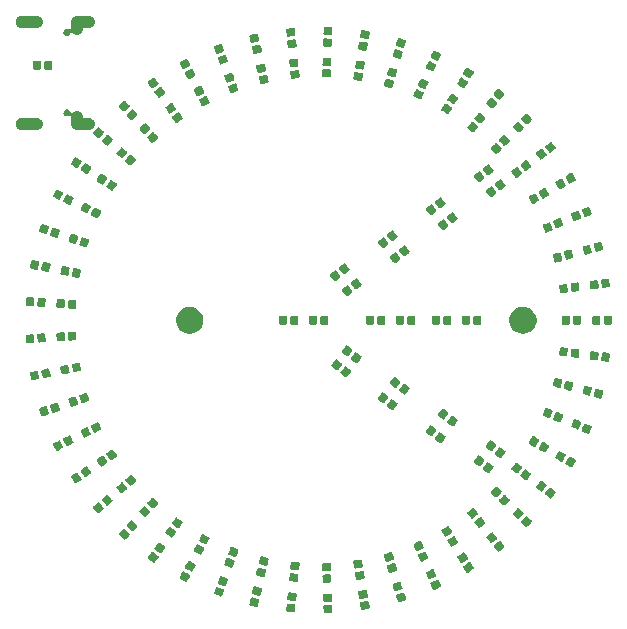
<source format=gbr>
G04 #@! TF.GenerationSoftware,KiCad,Pcbnew,5.1.5-52549c5~84~ubuntu18.04.1*
G04 #@! TF.CreationDate,2020-02-20T23:27:41+01:00*
G04 #@! TF.ProjectId,chase,63686173-652e-46b6-9963-61645f706362,rev?*
G04 #@! TF.SameCoordinates,Original*
G04 #@! TF.FileFunction,Soldermask,Top*
G04 #@! TF.FilePolarity,Negative*
%FSLAX46Y46*%
G04 Gerber Fmt 4.6, Leading zero omitted, Abs format (unit mm)*
G04 Created by KiCad (PCBNEW 5.1.5-52549c5~84~ubuntu18.04.1) date 2020-02-20 23:27:41*
%MOMM*%
%LPD*%
G04 APERTURE LIST*
%ADD10C,0.100000*%
G04 APERTURE END LIST*
D10*
G36*
X127840714Y-150904791D02*
G01*
X127861531Y-150910320D01*
X127880878Y-150919808D01*
X127897998Y-150932885D01*
X127912234Y-150949047D01*
X127923050Y-150967688D01*
X127930017Y-150988066D01*
X127933695Y-151015541D01*
X127935662Y-151071852D01*
X127935663Y-151071863D01*
X127944703Y-151330740D01*
X127949705Y-151473977D01*
X127947952Y-151501636D01*
X127942423Y-151522453D01*
X127932935Y-151541800D01*
X127919858Y-151558920D01*
X127903696Y-151573156D01*
X127885055Y-151583972D01*
X127864677Y-151590939D01*
X127837202Y-151594617D01*
X127780892Y-151596584D01*
X127780881Y-151596585D01*
X127385122Y-151610405D01*
X127328797Y-151612372D01*
X127301138Y-151610619D01*
X127280321Y-151605090D01*
X127260974Y-151595602D01*
X127243854Y-151582525D01*
X127229618Y-151566363D01*
X127218802Y-151547722D01*
X127211835Y-151527344D01*
X127208157Y-151499869D01*
X127206190Y-151443558D01*
X127206189Y-151443547D01*
X127194114Y-151097757D01*
X127192147Y-151041433D01*
X127193900Y-151013774D01*
X127199429Y-150992957D01*
X127208917Y-150973610D01*
X127221994Y-150956490D01*
X127238156Y-150942254D01*
X127256797Y-150931438D01*
X127277175Y-150924471D01*
X127304650Y-150920793D01*
X127360960Y-150918826D01*
X127360971Y-150918825D01*
X127756730Y-150905005D01*
X127813055Y-150903038D01*
X127840714Y-150904791D01*
G37*
G36*
X124212504Y-150785650D02*
G01*
X124536107Y-150819663D01*
X124662386Y-150832935D01*
X124662389Y-150832936D01*
X124718431Y-150838826D01*
X124745583Y-150844411D01*
X124765429Y-150852785D01*
X124783263Y-150864871D01*
X124798399Y-150880206D01*
X124810248Y-150898193D01*
X124818363Y-150918153D01*
X124822427Y-150939309D01*
X124822246Y-150967020D01*
X124774298Y-151423221D01*
X124768712Y-151450374D01*
X124760339Y-151470222D01*
X124748256Y-151488052D01*
X124732918Y-151503189D01*
X124714933Y-151515037D01*
X124694971Y-151523153D01*
X124673816Y-151527217D01*
X124646104Y-151527036D01*
X124322501Y-151493023D01*
X124196222Y-151479751D01*
X124196219Y-151479750D01*
X124140177Y-151473860D01*
X124113025Y-151468275D01*
X124093179Y-151459901D01*
X124075345Y-151447815D01*
X124060209Y-151432480D01*
X124048360Y-151414493D01*
X124040245Y-151394533D01*
X124036181Y-151373377D01*
X124036362Y-151345666D01*
X124084310Y-150889465D01*
X124089896Y-150862312D01*
X124098269Y-150842464D01*
X124110352Y-150824634D01*
X124125690Y-150809497D01*
X124143675Y-150797649D01*
X124163637Y-150789533D01*
X124184792Y-150785469D01*
X124212504Y-150785650D01*
G37*
G36*
X130936978Y-150575818D02*
G01*
X130957332Y-150582876D01*
X130975916Y-150593768D01*
X130992022Y-150608081D01*
X131005023Y-150625255D01*
X131014426Y-150644641D01*
X131021424Y-150671460D01*
X131093184Y-151124528D01*
X131094815Y-151152192D01*
X131091863Y-151173533D01*
X131084805Y-151193887D01*
X131073913Y-151212471D01*
X131059600Y-151228577D01*
X131042425Y-151241579D01*
X131023043Y-151250980D01*
X130996218Y-151257980D01*
X130493769Y-151337561D01*
X130466105Y-151339192D01*
X130444764Y-151336240D01*
X130424410Y-151329182D01*
X130405826Y-151318290D01*
X130389720Y-151303977D01*
X130376719Y-151286803D01*
X130367316Y-151267417D01*
X130360318Y-151240598D01*
X130288558Y-150787530D01*
X130286927Y-150759866D01*
X130289879Y-150738525D01*
X130296937Y-150718171D01*
X130307829Y-150699587D01*
X130322142Y-150683481D01*
X130339317Y-150670479D01*
X130358699Y-150661078D01*
X130385524Y-150654078D01*
X130887973Y-150574497D01*
X130915637Y-150572866D01*
X130936978Y-150575818D01*
G37*
G36*
X121164895Y-150261219D02*
G01*
X121407581Y-150317248D01*
X121605657Y-150362977D01*
X121605664Y-150362979D01*
X121660568Y-150375655D01*
X121686834Y-150384507D01*
X121705515Y-150395238D01*
X121721745Y-150409409D01*
X121734893Y-150426467D01*
X121744464Y-150445768D01*
X121750086Y-150466570D01*
X121751542Y-150488060D01*
X121747984Y-150515548D01*
X121735308Y-150570455D01*
X121735307Y-150570460D01*
X121657474Y-150907592D01*
X121657472Y-150907599D01*
X121644796Y-150962503D01*
X121635944Y-150988769D01*
X121625213Y-151007450D01*
X121611042Y-151023680D01*
X121593983Y-151036829D01*
X121574684Y-151046398D01*
X121553881Y-151052021D01*
X121532391Y-151053477D01*
X121504903Y-151049919D01*
X121236990Y-150988066D01*
X121064141Y-150948161D01*
X121064134Y-150948159D01*
X121009230Y-150935483D01*
X120982964Y-150926631D01*
X120964283Y-150915900D01*
X120948053Y-150901729D01*
X120934905Y-150884671D01*
X120925334Y-150865370D01*
X120919712Y-150844568D01*
X120918256Y-150823078D01*
X120921814Y-150795590D01*
X120934491Y-150740678D01*
X121012324Y-150403546D01*
X121012326Y-150403539D01*
X121025002Y-150348635D01*
X121033854Y-150322369D01*
X121044585Y-150303688D01*
X121058756Y-150287458D01*
X121075815Y-150274309D01*
X121095114Y-150264740D01*
X121115917Y-150259117D01*
X121137407Y-150257661D01*
X121164895Y-150261219D01*
G37*
G36*
X133967733Y-149850202D02*
G01*
X133987657Y-149858404D01*
X134005596Y-149870334D01*
X134020860Y-149885531D01*
X134032872Y-149903423D01*
X134043531Y-149928999D01*
X134065328Y-150000294D01*
X134161170Y-150313778D01*
X134161171Y-150313785D01*
X134177646Y-150367671D01*
X134183113Y-150394845D01*
X134183160Y-150416389D01*
X134179004Y-150437525D01*
X134170801Y-150457451D01*
X134158874Y-150475386D01*
X134143675Y-150490651D01*
X134125783Y-150502663D01*
X134100206Y-150513322D01*
X134046309Y-150529800D01*
X134043303Y-150530719D01*
X133613719Y-150662056D01*
X133586546Y-150667523D01*
X133565002Y-150667570D01*
X133543867Y-150663414D01*
X133523943Y-150655212D01*
X133506004Y-150643282D01*
X133490740Y-150628085D01*
X133478728Y-150610193D01*
X133468069Y-150584617D01*
X133410050Y-150394845D01*
X133350430Y-150199838D01*
X133350429Y-150199831D01*
X133333954Y-150145945D01*
X133328487Y-150118771D01*
X133328440Y-150097227D01*
X133332596Y-150076091D01*
X133340799Y-150056165D01*
X133352726Y-150038230D01*
X133367925Y-150022965D01*
X133385817Y-150010953D01*
X133411394Y-150000294D01*
X133897881Y-149851560D01*
X133925054Y-149846093D01*
X133946598Y-149846046D01*
X133967733Y-149850202D01*
G37*
G36*
X127806862Y-149935381D02*
G01*
X127827679Y-149940910D01*
X127847026Y-149950398D01*
X127864146Y-149963475D01*
X127878382Y-149979637D01*
X127889198Y-149998278D01*
X127896165Y-150018656D01*
X127899843Y-150046131D01*
X127901810Y-150102442D01*
X127901811Y-150102453D01*
X127913793Y-150445577D01*
X127915853Y-150504567D01*
X127914100Y-150532226D01*
X127908571Y-150553043D01*
X127899083Y-150572390D01*
X127886006Y-150589510D01*
X127869844Y-150603746D01*
X127851203Y-150614562D01*
X127830825Y-150621529D01*
X127803350Y-150625207D01*
X127747040Y-150627174D01*
X127747029Y-150627175D01*
X127351270Y-150640995D01*
X127294945Y-150642962D01*
X127267286Y-150641209D01*
X127246469Y-150635680D01*
X127227122Y-150626192D01*
X127210002Y-150613115D01*
X127195766Y-150596953D01*
X127184950Y-150578312D01*
X127177983Y-150557934D01*
X127174305Y-150530459D01*
X127172338Y-150474148D01*
X127172337Y-150474137D01*
X127160262Y-150128347D01*
X127158295Y-150072023D01*
X127160048Y-150044364D01*
X127165577Y-150023547D01*
X127175065Y-150004200D01*
X127188142Y-149987080D01*
X127204304Y-149972844D01*
X127222945Y-149962028D01*
X127243323Y-149955061D01*
X127270798Y-149951383D01*
X127327108Y-149949416D01*
X127327119Y-149949415D01*
X127722878Y-149935595D01*
X127779203Y-149933628D01*
X127806862Y-149935381D01*
G37*
G36*
X124313896Y-149820964D02*
G01*
X124604992Y-149851560D01*
X124763778Y-149868249D01*
X124763781Y-149868250D01*
X124819823Y-149874140D01*
X124846975Y-149879725D01*
X124866821Y-149888099D01*
X124884655Y-149900185D01*
X124899791Y-149915520D01*
X124911640Y-149933507D01*
X124919755Y-149953467D01*
X124923819Y-149974623D01*
X124923638Y-150002334D01*
X124875690Y-150458535D01*
X124870104Y-150485688D01*
X124861731Y-150505536D01*
X124849648Y-150523366D01*
X124834310Y-150538503D01*
X124816325Y-150550351D01*
X124796363Y-150558467D01*
X124775208Y-150562531D01*
X124747496Y-150562350D01*
X124423893Y-150528337D01*
X124297614Y-150515065D01*
X124297611Y-150515064D01*
X124241569Y-150509174D01*
X124214417Y-150503589D01*
X124194571Y-150495215D01*
X124176737Y-150483129D01*
X124161601Y-150467794D01*
X124149752Y-150449807D01*
X124141637Y-150429847D01*
X124137573Y-150408691D01*
X124137754Y-150380980D01*
X124185702Y-149924779D01*
X124191288Y-149897626D01*
X124199661Y-149877778D01*
X124211744Y-149859948D01*
X124227082Y-149844811D01*
X124245067Y-149832963D01*
X124265029Y-149824847D01*
X124286184Y-149820783D01*
X124313896Y-149820964D01*
G37*
G36*
X130785236Y-149617760D02*
G01*
X130805590Y-149624818D01*
X130824174Y-149635710D01*
X130840280Y-149650023D01*
X130853281Y-149667197D01*
X130862684Y-149686583D01*
X130869682Y-149713402D01*
X130941442Y-150166470D01*
X130943073Y-150194134D01*
X130940121Y-150215475D01*
X130933063Y-150235829D01*
X130922171Y-150254413D01*
X130907858Y-150270519D01*
X130890683Y-150283521D01*
X130871301Y-150292922D01*
X130844476Y-150299922D01*
X130342027Y-150379503D01*
X130314363Y-150381134D01*
X130293022Y-150378182D01*
X130272668Y-150371124D01*
X130254084Y-150360232D01*
X130237978Y-150345919D01*
X130224977Y-150328745D01*
X130215574Y-150309359D01*
X130208576Y-150282540D01*
X130136816Y-149829472D01*
X130135185Y-149801808D01*
X130138137Y-149780467D01*
X130145195Y-149760113D01*
X130156087Y-149741529D01*
X130170400Y-149725423D01*
X130187575Y-149712421D01*
X130206957Y-149703020D01*
X130233782Y-149696020D01*
X130736231Y-149616439D01*
X130763895Y-149614808D01*
X130785236Y-149617760D01*
G37*
G36*
X118182593Y-149344741D02*
G01*
X118209440Y-149351621D01*
X118687484Y-149525615D01*
X118712465Y-149537598D01*
X118729701Y-149550528D01*
X118744079Y-149566566D01*
X118755056Y-149585109D01*
X118762202Y-149605428D01*
X118765247Y-149626756D01*
X118764072Y-149648267D01*
X118757192Y-149675114D01*
X118600299Y-150106173D01*
X118588316Y-150131154D01*
X118575386Y-150148390D01*
X118559348Y-150162768D01*
X118540805Y-150173745D01*
X118520486Y-150180891D01*
X118499158Y-150183936D01*
X118477647Y-150182761D01*
X118450800Y-150175881D01*
X117972756Y-150001887D01*
X117947775Y-149989904D01*
X117930539Y-149976974D01*
X117916161Y-149960936D01*
X117905184Y-149942393D01*
X117898038Y-149922074D01*
X117894993Y-149900746D01*
X117896168Y-149879235D01*
X117903048Y-149852388D01*
X118059941Y-149421329D01*
X118071924Y-149396348D01*
X118084854Y-149379112D01*
X118100892Y-149364734D01*
X118119435Y-149353757D01*
X118139754Y-149346611D01*
X118161082Y-149343566D01*
X118182593Y-149344741D01*
G37*
G36*
X121383097Y-149316081D02*
G01*
X121629634Y-149372999D01*
X121823859Y-149417839D01*
X121823866Y-149417841D01*
X121878770Y-149430517D01*
X121905036Y-149439369D01*
X121923717Y-149450100D01*
X121939947Y-149464271D01*
X121953095Y-149481329D01*
X121962666Y-149500630D01*
X121968288Y-149521432D01*
X121969744Y-149542922D01*
X121966186Y-149570410D01*
X121953510Y-149625317D01*
X121953509Y-149625322D01*
X121875676Y-149962454D01*
X121875674Y-149962461D01*
X121862998Y-150017365D01*
X121854146Y-150043631D01*
X121843415Y-150062312D01*
X121829244Y-150078542D01*
X121812185Y-150091691D01*
X121792886Y-150101260D01*
X121772083Y-150106883D01*
X121750593Y-150108339D01*
X121723105Y-150104781D01*
X121434843Y-150038230D01*
X121282343Y-150003023D01*
X121282336Y-150003021D01*
X121227432Y-149990345D01*
X121201166Y-149981493D01*
X121182485Y-149970762D01*
X121166255Y-149956591D01*
X121153107Y-149939533D01*
X121143536Y-149920232D01*
X121137914Y-149899430D01*
X121136458Y-149877940D01*
X121140016Y-149850452D01*
X121156173Y-149780467D01*
X121230526Y-149458408D01*
X121230528Y-149458401D01*
X121243204Y-149403497D01*
X121252056Y-149377231D01*
X121262787Y-149358550D01*
X121276958Y-149342320D01*
X121294017Y-149329171D01*
X121313316Y-149319602D01*
X121334119Y-149313979D01*
X121355609Y-149312523D01*
X121383097Y-149316081D01*
G37*
G36*
X133684133Y-148922586D02*
G01*
X133704057Y-148930788D01*
X133721996Y-148942718D01*
X133737260Y-148957915D01*
X133749272Y-148975807D01*
X133759931Y-149001383D01*
X133788551Y-149094996D01*
X133877570Y-149386162D01*
X133877571Y-149386169D01*
X133894046Y-149440055D01*
X133899513Y-149467229D01*
X133899560Y-149488773D01*
X133895404Y-149509909D01*
X133887201Y-149529835D01*
X133875274Y-149547770D01*
X133860075Y-149563035D01*
X133842183Y-149575047D01*
X133816606Y-149585706D01*
X133330119Y-149734440D01*
X133302946Y-149739907D01*
X133281402Y-149739954D01*
X133260267Y-149735798D01*
X133240343Y-149727596D01*
X133222404Y-149715666D01*
X133207140Y-149700469D01*
X133195128Y-149682577D01*
X133184469Y-149657001D01*
X133104937Y-149396863D01*
X133066830Y-149272222D01*
X133066829Y-149272215D01*
X133050354Y-149218329D01*
X133044887Y-149191155D01*
X133044840Y-149169611D01*
X133048996Y-149148475D01*
X133057199Y-149128549D01*
X133069126Y-149110614D01*
X133084325Y-149095349D01*
X133102217Y-149083337D01*
X133127794Y-149072678D01*
X133614281Y-148923944D01*
X133641454Y-148918477D01*
X133662998Y-148918430D01*
X133684133Y-148922586D01*
G37*
G36*
X136858071Y-148744667D02*
G01*
X136878839Y-148750378D01*
X136898104Y-148760036D01*
X136915106Y-148773259D01*
X136929203Y-148789548D01*
X136942905Y-148813643D01*
X136965826Y-148865124D01*
X136965828Y-148865128D01*
X137024016Y-148995821D01*
X137129480Y-149232698D01*
X137138217Y-149259001D01*
X137140889Y-149280380D01*
X137139340Y-149301867D01*
X137133629Y-149322635D01*
X137123971Y-149341900D01*
X137110748Y-149358902D01*
X137094459Y-149372999D01*
X137070364Y-149386701D01*
X136605632Y-149593613D01*
X136579329Y-149602350D01*
X136557950Y-149605022D01*
X136536463Y-149603473D01*
X136515695Y-149597762D01*
X136496430Y-149588104D01*
X136479428Y-149574881D01*
X136465331Y-149558592D01*
X136451629Y-149534497D01*
X136415489Y-149453324D01*
X136330414Y-149262243D01*
X136265054Y-149115442D01*
X136256317Y-149089139D01*
X136253645Y-149067760D01*
X136255194Y-149046273D01*
X136260905Y-149025505D01*
X136270563Y-149006240D01*
X136283786Y-148989238D01*
X136300075Y-148975141D01*
X136324170Y-148961439D01*
X136788902Y-148754527D01*
X136815205Y-148745790D01*
X136836584Y-148743118D01*
X136858071Y-148744667D01*
G37*
G36*
X118514353Y-148433239D02*
G01*
X118541200Y-148440119D01*
X119019244Y-148614113D01*
X119044225Y-148626096D01*
X119061461Y-148639026D01*
X119075839Y-148655064D01*
X119086816Y-148673607D01*
X119093962Y-148693926D01*
X119097007Y-148715254D01*
X119095832Y-148736765D01*
X119088952Y-148763612D01*
X118932059Y-149194671D01*
X118920076Y-149219652D01*
X118907146Y-149236888D01*
X118891108Y-149251266D01*
X118872565Y-149262243D01*
X118852246Y-149269389D01*
X118830918Y-149272434D01*
X118809407Y-149271259D01*
X118782560Y-149264379D01*
X118304516Y-149090385D01*
X118279535Y-149078402D01*
X118262299Y-149065472D01*
X118247921Y-149049434D01*
X118236944Y-149030891D01*
X118229798Y-149010572D01*
X118226753Y-148989244D01*
X118227928Y-148967733D01*
X118234808Y-148940886D01*
X118391701Y-148509827D01*
X118403684Y-148484846D01*
X118416614Y-148467610D01*
X118432652Y-148453232D01*
X118451195Y-148442255D01*
X118471514Y-148435109D01*
X118492842Y-148432064D01*
X118514353Y-148433239D01*
G37*
G36*
X127757239Y-148306613D02*
G01*
X127778048Y-148312204D01*
X127797357Y-148321741D01*
X127814442Y-148334869D01*
X127828637Y-148351078D01*
X127839398Y-148369745D01*
X127846306Y-148390141D01*
X127849906Y-148417626D01*
X127855654Y-148596872D01*
X127862501Y-148810381D01*
X127864608Y-148876108D01*
X127862777Y-148903759D01*
X127857186Y-148924568D01*
X127847647Y-148943880D01*
X127834521Y-148960962D01*
X127818314Y-148975157D01*
X127799651Y-148985915D01*
X127779245Y-148992827D01*
X127751764Y-148996426D01*
X127546136Y-149003020D01*
X127299640Y-149010924D01*
X127299637Y-149010924D01*
X127243308Y-149012730D01*
X127215657Y-149010899D01*
X127194848Y-149005308D01*
X127175539Y-148995771D01*
X127158454Y-148982643D01*
X127144259Y-148966434D01*
X127133498Y-148947767D01*
X127126590Y-148927371D01*
X127122990Y-148899886D01*
X127116085Y-148684550D01*
X127110094Y-148497736D01*
X127110094Y-148497732D01*
X127108288Y-148441404D01*
X127110119Y-148413753D01*
X127115710Y-148392944D01*
X127125249Y-148373632D01*
X127138375Y-148356550D01*
X127154582Y-148342355D01*
X127173245Y-148331597D01*
X127193651Y-148324685D01*
X127221132Y-148321086D01*
X127426760Y-148314492D01*
X127673256Y-148306588D01*
X127673259Y-148306588D01*
X127729588Y-148304782D01*
X127757239Y-148306613D01*
G37*
G36*
X124969937Y-148248894D02*
G01*
X124997137Y-148254248D01*
X125017058Y-148262452D01*
X125034993Y-148274384D01*
X125050253Y-148289584D01*
X125062262Y-148307478D01*
X125070545Y-148327363D01*
X125074790Y-148348482D01*
X125074846Y-148376204D01*
X125030799Y-148832789D01*
X125025445Y-148859989D01*
X125017241Y-148879910D01*
X125005310Y-148897843D01*
X124990105Y-148913109D01*
X124972217Y-148925113D01*
X124952330Y-148933397D01*
X124931211Y-148937642D01*
X124903489Y-148937698D01*
X124397135Y-148888850D01*
X124369935Y-148883496D01*
X124350014Y-148875292D01*
X124332079Y-148863360D01*
X124316819Y-148848160D01*
X124304810Y-148830266D01*
X124296527Y-148810381D01*
X124292282Y-148789262D01*
X124292226Y-148761540D01*
X124336273Y-148304955D01*
X124341627Y-148277755D01*
X124349831Y-148257834D01*
X124361762Y-148239901D01*
X124376967Y-148224635D01*
X124394855Y-148212631D01*
X124414742Y-148204347D01*
X124435861Y-148200102D01*
X124463583Y-148200046D01*
X124969937Y-148248894D01*
G37*
G36*
X115368528Y-148055765D02*
G01*
X115394162Y-148066318D01*
X115843330Y-148305145D01*
X115866405Y-148320490D01*
X115881670Y-148335689D01*
X115893682Y-148353581D01*
X115901967Y-148373460D01*
X115906216Y-148394583D01*
X115906263Y-148416127D01*
X115902107Y-148437263D01*
X115891556Y-148462892D01*
X115865099Y-148512651D01*
X115865098Y-148512653D01*
X115811151Y-148614113D01*
X115676202Y-148867916D01*
X115660854Y-148890994D01*
X115645657Y-148906258D01*
X115627765Y-148918270D01*
X115607886Y-148926555D01*
X115586763Y-148930804D01*
X115565219Y-148930851D01*
X115544084Y-148926695D01*
X115518450Y-148916142D01*
X115069282Y-148677315D01*
X115046207Y-148661970D01*
X115030942Y-148646771D01*
X115018930Y-148628879D01*
X115010645Y-148609000D01*
X115006396Y-148587877D01*
X115006349Y-148566333D01*
X115010505Y-148545197D01*
X115021056Y-148519568D01*
X115052872Y-148459731D01*
X115126907Y-148320490D01*
X115236410Y-148114544D01*
X115251758Y-148091466D01*
X115266955Y-148076202D01*
X115284847Y-148064190D01*
X115304726Y-148055905D01*
X115325849Y-148051656D01*
X115347393Y-148051609D01*
X115368528Y-148055765D01*
G37*
G36*
X130522727Y-148008475D02*
G01*
X130543107Y-148015469D01*
X130561726Y-148026302D01*
X130577879Y-148040563D01*
X130590934Y-148057694D01*
X130600400Y-148077052D01*
X130607480Y-148103833D01*
X130647503Y-148351392D01*
X130669405Y-148486859D01*
X130680693Y-148556683D01*
X130682414Y-148584344D01*
X130679531Y-148605688D01*
X130672537Y-148626068D01*
X130661703Y-148644690D01*
X130647446Y-148660838D01*
X130630310Y-148673896D01*
X130610962Y-148683358D01*
X130584163Y-148690442D01*
X130528530Y-148699436D01*
X130528527Y-148699437D01*
X130137603Y-148762638D01*
X130137599Y-148762638D01*
X130081963Y-148771633D01*
X130054302Y-148773354D01*
X130032959Y-148770471D01*
X130012579Y-148763477D01*
X129993960Y-148752644D01*
X129977807Y-148738383D01*
X129964752Y-148721252D01*
X129955286Y-148701894D01*
X129948206Y-148675113D01*
X129899881Y-148376204D01*
X129883988Y-148277902D01*
X129883988Y-148277900D01*
X129874993Y-148222263D01*
X129873272Y-148194602D01*
X129876155Y-148173258D01*
X129883149Y-148152878D01*
X129893983Y-148134256D01*
X129908240Y-148118108D01*
X129925376Y-148105050D01*
X129944724Y-148095588D01*
X129971523Y-148088504D01*
X130027156Y-148079510D01*
X130027159Y-148079509D01*
X130418083Y-148016308D01*
X130418087Y-148016308D01*
X130473723Y-148007313D01*
X130501384Y-148005592D01*
X130522727Y-148008475D01*
G37*
G36*
X136463537Y-147858527D02*
G01*
X136484305Y-147864238D01*
X136503570Y-147873896D01*
X136520572Y-147887119D01*
X136534669Y-147903408D01*
X136548371Y-147927503D01*
X136571292Y-147978984D01*
X136571294Y-147978988D01*
X136646583Y-148148092D01*
X136734946Y-148346558D01*
X136743683Y-148372861D01*
X136746355Y-148394240D01*
X136744806Y-148415727D01*
X136739095Y-148436495D01*
X136729437Y-148455760D01*
X136716214Y-148472762D01*
X136699925Y-148486859D01*
X136675830Y-148500561D01*
X136211098Y-148707473D01*
X136184795Y-148716210D01*
X136163416Y-148718882D01*
X136141929Y-148717333D01*
X136121161Y-148711622D01*
X136101896Y-148701964D01*
X136084894Y-148688741D01*
X136070797Y-148672452D01*
X136057095Y-148648357D01*
X136033266Y-148594835D01*
X135943955Y-148394240D01*
X135870520Y-148229302D01*
X135861783Y-148202999D01*
X135859111Y-148181620D01*
X135860660Y-148160133D01*
X135866371Y-148139365D01*
X135876029Y-148120100D01*
X135889252Y-148103098D01*
X135905541Y-148089001D01*
X135929636Y-148075299D01*
X136394368Y-147868387D01*
X136420671Y-147859650D01*
X136442050Y-147856978D01*
X136463537Y-147858527D01*
G37*
G36*
X121744142Y-147727372D02*
G01*
X122240101Y-147840571D01*
X122266386Y-147849357D01*
X122285094Y-147860042D01*
X122301359Y-147874172D01*
X122314554Y-147891202D01*
X122324170Y-147910475D01*
X122329844Y-147931258D01*
X122331353Y-147952750D01*
X122327864Y-147980246D01*
X122315325Y-148035185D01*
X122315324Y-148035190D01*
X122239266Y-148368422D01*
X122225791Y-148427459D01*
X122217005Y-148453744D01*
X122206320Y-148472452D01*
X122192190Y-148488717D01*
X122175160Y-148501912D01*
X122155887Y-148511528D01*
X122135104Y-148517202D01*
X122113612Y-148518711D01*
X122086116Y-148515222D01*
X121590157Y-148402023D01*
X121563872Y-148393237D01*
X121545164Y-148382552D01*
X121528899Y-148368422D01*
X121515704Y-148351392D01*
X121506088Y-148332119D01*
X121500414Y-148311336D01*
X121498905Y-148289844D01*
X121502394Y-148262348D01*
X121514933Y-148207409D01*
X121514934Y-148207404D01*
X121591926Y-147870079D01*
X121591927Y-147870075D01*
X121604467Y-147815135D01*
X121613253Y-147788850D01*
X121623938Y-147770142D01*
X121638068Y-147753877D01*
X121655098Y-147740682D01*
X121674371Y-147731066D01*
X121695154Y-147725392D01*
X121716646Y-147723883D01*
X121744142Y-147727372D01*
G37*
G36*
X133206041Y-147356261D02*
G01*
X133227150Y-147360591D01*
X133246994Y-147368951D01*
X133264841Y-147381032D01*
X133279980Y-147396355D01*
X133291840Y-147414337D01*
X133302292Y-147440006D01*
X133321419Y-147504452D01*
X133416775Y-147825736D01*
X133416777Y-147825744D01*
X133432812Y-147879773D01*
X133438054Y-147906977D01*
X133437924Y-147928523D01*
X133433594Y-147949627D01*
X133425232Y-147969475D01*
X133413152Y-147987322D01*
X133397831Y-148002460D01*
X133379848Y-148014320D01*
X133354179Y-148024772D01*
X133300159Y-148040805D01*
X133300149Y-148040809D01*
X132920516Y-148153482D01*
X132920507Y-148153484D01*
X132866479Y-148169519D01*
X132839275Y-148174761D01*
X132817731Y-148174631D01*
X132796622Y-148170301D01*
X132776778Y-148161941D01*
X132758931Y-148149860D01*
X132743792Y-148134537D01*
X132731932Y-148116555D01*
X132721480Y-148090886D01*
X132693595Y-147996932D01*
X132606997Y-147705156D01*
X132606995Y-147705148D01*
X132590960Y-147651119D01*
X132585718Y-147623915D01*
X132585848Y-147602369D01*
X132590178Y-147581265D01*
X132598540Y-147561417D01*
X132610620Y-147543570D01*
X132625941Y-147528432D01*
X132643924Y-147516572D01*
X132669593Y-147506120D01*
X132723613Y-147490087D01*
X132723623Y-147490083D01*
X133103256Y-147377410D01*
X133103265Y-147377408D01*
X133157293Y-147361373D01*
X133184497Y-147356131D01*
X133206041Y-147356261D01*
G37*
G36*
X139604378Y-147281065D02*
G01*
X139624669Y-147288300D01*
X139643167Y-147299360D01*
X139659139Y-147313804D01*
X139675675Y-147336050D01*
X139704700Y-147384356D01*
X139704701Y-147384357D01*
X139777864Y-147506120D01*
X139911933Y-147729248D01*
X139923807Y-147754283D01*
X139929064Y-147775176D01*
X139930145Y-147796697D01*
X139927008Y-147818008D01*
X139919772Y-147838300D01*
X139908719Y-147856787D01*
X139894266Y-147872768D01*
X139872026Y-147889301D01*
X139435965Y-148151312D01*
X139410930Y-148163186D01*
X139390037Y-148168443D01*
X139368516Y-148169524D01*
X139347208Y-148166387D01*
X139326917Y-148159152D01*
X139308419Y-148148092D01*
X139292447Y-148133648D01*
X139275911Y-148111402D01*
X139240627Y-148052679D01*
X139101332Y-147820855D01*
X139039653Y-147718204D01*
X139027779Y-147693169D01*
X139022522Y-147672276D01*
X139021441Y-147650755D01*
X139024578Y-147629444D01*
X139031814Y-147609152D01*
X139042867Y-147590665D01*
X139057320Y-147574684D01*
X139079560Y-147558151D01*
X139515621Y-147296140D01*
X139540656Y-147284266D01*
X139561549Y-147279009D01*
X139583070Y-147277928D01*
X139604378Y-147281065D01*
G37*
G36*
X115823916Y-147199305D02*
G01*
X115849550Y-147209858D01*
X116298718Y-147448685D01*
X116321793Y-147464030D01*
X116337058Y-147479229D01*
X116349070Y-147497121D01*
X116357355Y-147517000D01*
X116361604Y-147538123D01*
X116361651Y-147559667D01*
X116357495Y-147580803D01*
X116346944Y-147606432D01*
X116320487Y-147656191D01*
X116320486Y-147656193D01*
X116268331Y-147754283D01*
X116131590Y-148011456D01*
X116116242Y-148034534D01*
X116101045Y-148049798D01*
X116083153Y-148061810D01*
X116063274Y-148070095D01*
X116042151Y-148074344D01*
X116020607Y-148074391D01*
X115999472Y-148070235D01*
X115973838Y-148059682D01*
X115524670Y-147820855D01*
X115501595Y-147805510D01*
X115486330Y-147790311D01*
X115474318Y-147772419D01*
X115466033Y-147752540D01*
X115461784Y-147731417D01*
X115461737Y-147709873D01*
X115465893Y-147688737D01*
X115476444Y-147663108D01*
X115504185Y-147610935D01*
X115590454Y-147448685D01*
X115691798Y-147258084D01*
X115707146Y-147235006D01*
X115722343Y-147219742D01*
X115740235Y-147207730D01*
X115760114Y-147199445D01*
X115781237Y-147195196D01*
X115802781Y-147195149D01*
X115823916Y-147199305D01*
G37*
G36*
X127726149Y-147337111D02*
G01*
X127746958Y-147342702D01*
X127766267Y-147352239D01*
X127783352Y-147365367D01*
X127797547Y-147381576D01*
X127808308Y-147400243D01*
X127815216Y-147420639D01*
X127818816Y-147448124D01*
X127823892Y-147606432D01*
X127831683Y-147849357D01*
X127833518Y-147906606D01*
X127831687Y-147934257D01*
X127826096Y-147955066D01*
X127816557Y-147974378D01*
X127803431Y-147991460D01*
X127787224Y-148005655D01*
X127768561Y-148016413D01*
X127748155Y-148023325D01*
X127720674Y-148026924D01*
X127535273Y-148032869D01*
X127268550Y-148041422D01*
X127268547Y-148041422D01*
X127212218Y-148043228D01*
X127184567Y-148041397D01*
X127163758Y-148035806D01*
X127144449Y-148026269D01*
X127127364Y-148013141D01*
X127113169Y-147996932D01*
X127102408Y-147978265D01*
X127095500Y-147957869D01*
X127091900Y-147930384D01*
X127084884Y-147711578D01*
X127079004Y-147528234D01*
X127079004Y-147528230D01*
X127077198Y-147471902D01*
X127079029Y-147444251D01*
X127084620Y-147423442D01*
X127094159Y-147404130D01*
X127107285Y-147387048D01*
X127123492Y-147372853D01*
X127142155Y-147362095D01*
X127162561Y-147355183D01*
X127190042Y-147351584D01*
X127395670Y-147344990D01*
X127642166Y-147337086D01*
X127642169Y-147337086D01*
X127698498Y-147335280D01*
X127726149Y-147337111D01*
G37*
G36*
X125063079Y-147283376D02*
G01*
X125090279Y-147288730D01*
X125110200Y-147296934D01*
X125128135Y-147308866D01*
X125143395Y-147324066D01*
X125155404Y-147341960D01*
X125163687Y-147361845D01*
X125167932Y-147382964D01*
X125167988Y-147410686D01*
X125123941Y-147867271D01*
X125118587Y-147894471D01*
X125110383Y-147914392D01*
X125098452Y-147932325D01*
X125083247Y-147947591D01*
X125065359Y-147959595D01*
X125045472Y-147967879D01*
X125024353Y-147972124D01*
X124996631Y-147972180D01*
X124490277Y-147923332D01*
X124463077Y-147917978D01*
X124443156Y-147909774D01*
X124425221Y-147897842D01*
X124409961Y-147882642D01*
X124397952Y-147864748D01*
X124389669Y-147844863D01*
X124385424Y-147823744D01*
X124385368Y-147796022D01*
X124429415Y-147339437D01*
X124434769Y-147312237D01*
X124442973Y-147292316D01*
X124454904Y-147274383D01*
X124470109Y-147259117D01*
X124487997Y-147247113D01*
X124507884Y-147238829D01*
X124529003Y-147234584D01*
X124556725Y-147234528D01*
X125063079Y-147283376D01*
G37*
G36*
X130367915Y-147050909D02*
G01*
X130388295Y-147057903D01*
X130406914Y-147068736D01*
X130423067Y-147082997D01*
X130436122Y-147100128D01*
X130445588Y-147119486D01*
X130452668Y-147146267D01*
X130490037Y-147377410D01*
X130516815Y-147543037D01*
X130525881Y-147599117D01*
X130527602Y-147626778D01*
X130524719Y-147648122D01*
X130517725Y-147668502D01*
X130506891Y-147687124D01*
X130492634Y-147703272D01*
X130475498Y-147716330D01*
X130456150Y-147725792D01*
X130429351Y-147732876D01*
X130373718Y-147741870D01*
X130373715Y-147741871D01*
X129982791Y-147805072D01*
X129982787Y-147805072D01*
X129927151Y-147814067D01*
X129899490Y-147815788D01*
X129878147Y-147812905D01*
X129857767Y-147805911D01*
X129839148Y-147795078D01*
X129822995Y-147780817D01*
X129809940Y-147763686D01*
X129800474Y-147744328D01*
X129793394Y-147717547D01*
X129745139Y-147419070D01*
X129729176Y-147320336D01*
X129729176Y-147320334D01*
X129720181Y-147264697D01*
X129718460Y-147237036D01*
X129721343Y-147215692D01*
X129728337Y-147195312D01*
X129739171Y-147176690D01*
X129753428Y-147160542D01*
X129770564Y-147147484D01*
X129789912Y-147138022D01*
X129816711Y-147130938D01*
X129872344Y-147121944D01*
X129872347Y-147121943D01*
X130263271Y-147058742D01*
X130263275Y-147058742D01*
X130318911Y-147049747D01*
X130346572Y-147048026D01*
X130367915Y-147050909D01*
G37*
G36*
X119080650Y-146903848D02*
G01*
X119107470Y-146910824D01*
X119160360Y-146930288D01*
X119160364Y-146930289D01*
X119531998Y-147067053D01*
X119532003Y-147067055D01*
X119584892Y-147086519D01*
X119609833Y-147098592D01*
X119627020Y-147111581D01*
X119641346Y-147127675D01*
X119652253Y-147146250D01*
X119659328Y-147166600D01*
X119662296Y-147187935D01*
X119661045Y-147209442D01*
X119654068Y-147236268D01*
X119634605Y-147289155D01*
X119634605Y-147289156D01*
X119599570Y-147384357D01*
X119495645Y-147666757D01*
X119483571Y-147691702D01*
X119470580Y-147708891D01*
X119454488Y-147723214D01*
X119435911Y-147734123D01*
X119415564Y-147741197D01*
X119394228Y-147744165D01*
X119372720Y-147742914D01*
X119345900Y-147735938D01*
X119293010Y-147716474D01*
X119293006Y-147716473D01*
X118921372Y-147579709D01*
X118921367Y-147579707D01*
X118868478Y-147560243D01*
X118843537Y-147548170D01*
X118826350Y-147535181D01*
X118812024Y-147519087D01*
X118801117Y-147500512D01*
X118794042Y-147480162D01*
X118791074Y-147458827D01*
X118792325Y-147437320D01*
X118799302Y-147410494D01*
X118818937Y-147357140D01*
X118872892Y-147210526D01*
X118957725Y-146980005D01*
X118969799Y-146955060D01*
X118982790Y-146937871D01*
X118998882Y-146923548D01*
X119017459Y-146912639D01*
X119037806Y-146905565D01*
X119059142Y-146902597D01*
X119080650Y-146903848D01*
G37*
G36*
X121959988Y-146781692D02*
G01*
X122455947Y-146894891D01*
X122482232Y-146903677D01*
X122500940Y-146914362D01*
X122517205Y-146928492D01*
X122530400Y-146945522D01*
X122540016Y-146964795D01*
X122545690Y-146985578D01*
X122547199Y-147007070D01*
X122543710Y-147034566D01*
X122531171Y-147089505D01*
X122531170Y-147089510D01*
X122455950Y-147419070D01*
X122441637Y-147481779D01*
X122432851Y-147508064D01*
X122422166Y-147526772D01*
X122408036Y-147543037D01*
X122391006Y-147556232D01*
X122371733Y-147565848D01*
X122350950Y-147571522D01*
X122329458Y-147573031D01*
X122301962Y-147569542D01*
X121806003Y-147456343D01*
X121779718Y-147447557D01*
X121761010Y-147436872D01*
X121744745Y-147422742D01*
X121731550Y-147405712D01*
X121721934Y-147386439D01*
X121716260Y-147365656D01*
X121714751Y-147344164D01*
X121718240Y-147316668D01*
X121730779Y-147261729D01*
X121730780Y-147261724D01*
X121807772Y-146924399D01*
X121807773Y-146924395D01*
X121820313Y-146869455D01*
X121829099Y-146843170D01*
X121839784Y-146824462D01*
X121853914Y-146808197D01*
X121870944Y-146795002D01*
X121890217Y-146785386D01*
X121911000Y-146779712D01*
X121932492Y-146778203D01*
X121959988Y-146781692D01*
G37*
G36*
X139104792Y-146449613D02*
G01*
X139125083Y-146456848D01*
X139143581Y-146467908D01*
X139159553Y-146482352D01*
X139176089Y-146504598D01*
X139205114Y-146552904D01*
X139205115Y-146552905D01*
X139241768Y-146613906D01*
X139412347Y-146897796D01*
X139424221Y-146922831D01*
X139429478Y-146943724D01*
X139430559Y-146965245D01*
X139427422Y-146986556D01*
X139420186Y-147006848D01*
X139409133Y-147025335D01*
X139394680Y-147041316D01*
X139372440Y-147057849D01*
X138936379Y-147319860D01*
X138911344Y-147331734D01*
X138890451Y-147336991D01*
X138868930Y-147338072D01*
X138847622Y-147334935D01*
X138827331Y-147327700D01*
X138808833Y-147316640D01*
X138792861Y-147302196D01*
X138776325Y-147279950D01*
X138744854Y-147227573D01*
X138628038Y-147033159D01*
X138540067Y-146886752D01*
X138528193Y-146861717D01*
X138522936Y-146840824D01*
X138521855Y-146819303D01*
X138524992Y-146797992D01*
X138532228Y-146777700D01*
X138543281Y-146759213D01*
X138557734Y-146743232D01*
X138579974Y-146726699D01*
X139016035Y-146464688D01*
X139041070Y-146452814D01*
X139061963Y-146447557D01*
X139083484Y-146446476D01*
X139104792Y-146449613D01*
G37*
G36*
X112721288Y-146416671D02*
G01*
X112741761Y-146423373D01*
X112765920Y-146436972D01*
X113182629Y-146728754D01*
X113203665Y-146746800D01*
X113216964Y-146763745D01*
X113226705Y-146782966D01*
X113232506Y-146803710D01*
X113234150Y-146825196D01*
X113231572Y-146846580D01*
X113224870Y-146867054D01*
X113211274Y-146891208D01*
X112948168Y-147266963D01*
X112930120Y-147288001D01*
X112913177Y-147301299D01*
X112893956Y-147311040D01*
X112873212Y-147316841D01*
X112851726Y-147318485D01*
X112830342Y-147315907D01*
X112809869Y-147309205D01*
X112785710Y-147295606D01*
X112369001Y-147003824D01*
X112347965Y-146985778D01*
X112334666Y-146968833D01*
X112324925Y-146949612D01*
X112319124Y-146928868D01*
X112317480Y-146907382D01*
X112320058Y-146885998D01*
X112326760Y-146865524D01*
X112340356Y-146841370D01*
X112603462Y-146465615D01*
X112621510Y-146444577D01*
X112638453Y-146431279D01*
X112657674Y-146421538D01*
X112678418Y-146415737D01*
X112699904Y-146414093D01*
X112721288Y-146416671D01*
G37*
G36*
X132930049Y-146426353D02*
G01*
X132951158Y-146430683D01*
X132971002Y-146439043D01*
X132988849Y-146451124D01*
X133003988Y-146466447D01*
X133015848Y-146484429D01*
X133026300Y-146510098D01*
X133045922Y-146576212D01*
X133140783Y-146895828D01*
X133140785Y-146895836D01*
X133156820Y-146949865D01*
X133162062Y-146977069D01*
X133161932Y-146998615D01*
X133157602Y-147019719D01*
X133149240Y-147039567D01*
X133137160Y-147057414D01*
X133121839Y-147072552D01*
X133103856Y-147084412D01*
X133078187Y-147094864D01*
X133024167Y-147110897D01*
X133024157Y-147110901D01*
X132644524Y-147223574D01*
X132644515Y-147223576D01*
X132590487Y-147239611D01*
X132563283Y-147244853D01*
X132541739Y-147244723D01*
X132520630Y-147240393D01*
X132500786Y-147232033D01*
X132482939Y-147219952D01*
X132467800Y-147204629D01*
X132455940Y-147186647D01*
X132445488Y-147160978D01*
X132419244Y-147072552D01*
X132331005Y-146775248D01*
X132331003Y-146775240D01*
X132314968Y-146721211D01*
X132309726Y-146694007D01*
X132309856Y-146672461D01*
X132314186Y-146651357D01*
X132322548Y-146631509D01*
X132334628Y-146613662D01*
X132349949Y-146598524D01*
X132367932Y-146586664D01*
X132393601Y-146576212D01*
X132447621Y-146560179D01*
X132447631Y-146560175D01*
X132827264Y-146447502D01*
X132827273Y-146447500D01*
X132881301Y-146431465D01*
X132908505Y-146426223D01*
X132930049Y-146426353D01*
G37*
G36*
X135805403Y-146367862D02*
G01*
X135826165Y-146373619D01*
X135845402Y-146383314D01*
X135862376Y-146396574D01*
X135876441Y-146412897D01*
X135890086Y-146437012D01*
X135912899Y-146488546D01*
X135912902Y-146488552D01*
X136052957Y-146804938D01*
X136052960Y-146804947D01*
X136075773Y-146856482D01*
X136084451Y-146882791D01*
X136087077Y-146904176D01*
X136085482Y-146925661D01*
X136079725Y-146946421D01*
X136070030Y-146965659D01*
X136056770Y-146982632D01*
X136040447Y-146996699D01*
X136016328Y-147010345D01*
X135964796Y-147033157D01*
X135964792Y-147033159D01*
X135602685Y-147193453D01*
X135602683Y-147193454D01*
X135551145Y-147216268D01*
X135524831Y-147224947D01*
X135503446Y-147227573D01*
X135481963Y-147225978D01*
X135461201Y-147220221D01*
X135441964Y-147210526D01*
X135424990Y-147197266D01*
X135410925Y-147180943D01*
X135397280Y-147156828D01*
X135374467Y-147105294D01*
X135374464Y-147105288D01*
X135234409Y-146788902D01*
X135234406Y-146788893D01*
X135211593Y-146737358D01*
X135202915Y-146711049D01*
X135200289Y-146689664D01*
X135201884Y-146668179D01*
X135207641Y-146647419D01*
X135217336Y-146628181D01*
X135230596Y-146611208D01*
X135246919Y-146597141D01*
X135271038Y-146583495D01*
X135322570Y-146560683D01*
X135322574Y-146560681D01*
X135684681Y-146400387D01*
X135684683Y-146400386D01*
X135736221Y-146377572D01*
X135762535Y-146368893D01*
X135783920Y-146366267D01*
X135805403Y-146367862D01*
G37*
G36*
X119415654Y-145993534D02*
G01*
X119442474Y-146000510D01*
X119495364Y-146019974D01*
X119495368Y-146019975D01*
X119867002Y-146156739D01*
X119867007Y-146156741D01*
X119919896Y-146176205D01*
X119944837Y-146188278D01*
X119962024Y-146201267D01*
X119976350Y-146217361D01*
X119987257Y-146235936D01*
X119994332Y-146256286D01*
X119997300Y-146277621D01*
X119996049Y-146299128D01*
X119989072Y-146325954D01*
X119969609Y-146378841D01*
X119969609Y-146378842D01*
X119935728Y-146470907D01*
X119830649Y-146756443D01*
X119818575Y-146781388D01*
X119805584Y-146798577D01*
X119789492Y-146812900D01*
X119770915Y-146823809D01*
X119750568Y-146830883D01*
X119729232Y-146833851D01*
X119707724Y-146832600D01*
X119680904Y-146825624D01*
X119628014Y-146806160D01*
X119628010Y-146806159D01*
X119256376Y-146669395D01*
X119256371Y-146669393D01*
X119203482Y-146649929D01*
X119178541Y-146637856D01*
X119161354Y-146624867D01*
X119147028Y-146608773D01*
X119136121Y-146590198D01*
X119129046Y-146569848D01*
X119126078Y-146548513D01*
X119127329Y-146527006D01*
X119134306Y-146500180D01*
X119155677Y-146442109D01*
X119238037Y-146218308D01*
X119292729Y-146069691D01*
X119304803Y-146044746D01*
X119317794Y-146027557D01*
X119333886Y-146013234D01*
X119352463Y-146002325D01*
X119372810Y-145995251D01*
X119394146Y-145992283D01*
X119415654Y-145993534D01*
G37*
G36*
X116571165Y-145753464D02*
G01*
X116596872Y-145763812D01*
X116646838Y-145789879D01*
X116646840Y-145789880D01*
X116997934Y-145973045D01*
X116997939Y-145973048D01*
X117047908Y-145999117D01*
X117071098Y-146014277D01*
X117086482Y-146029357D01*
X117098633Y-146047153D01*
X117107072Y-146066965D01*
X117111488Y-146088057D01*
X117111704Y-146109598D01*
X117107712Y-146130773D01*
X117097366Y-146156475D01*
X117071300Y-146206439D01*
X117071297Y-146206446D01*
X116911259Y-146513209D01*
X116911253Y-146513218D01*
X116885191Y-146563174D01*
X116870024Y-146586374D01*
X116854943Y-146601759D01*
X116837152Y-146613906D01*
X116817336Y-146622348D01*
X116796245Y-146626763D01*
X116774705Y-146626979D01*
X116753533Y-146622988D01*
X116727826Y-146612640D01*
X116677858Y-146586572D01*
X116326764Y-146403407D01*
X116326759Y-146403404D01*
X116276790Y-146377335D01*
X116253600Y-146362175D01*
X116238216Y-146347095D01*
X116226065Y-146329299D01*
X116217626Y-146309487D01*
X116213210Y-146288395D01*
X116212994Y-146266854D01*
X116216986Y-146245679D01*
X116227332Y-146219977D01*
X116253398Y-146170013D01*
X116253401Y-146170006D01*
X116413439Y-145863243D01*
X116413445Y-145863234D01*
X116439507Y-145813278D01*
X116454674Y-145790078D01*
X116469755Y-145774693D01*
X116487546Y-145762546D01*
X116507362Y-145754104D01*
X116528453Y-145749689D01*
X116549993Y-145749473D01*
X116571165Y-145753464D01*
G37*
G36*
X113277658Y-145622093D02*
G01*
X113298131Y-145628795D01*
X113322290Y-145642394D01*
X113738999Y-145934176D01*
X113760035Y-145952222D01*
X113773334Y-145969167D01*
X113783075Y-145988388D01*
X113788876Y-146009132D01*
X113790520Y-146030618D01*
X113787942Y-146052002D01*
X113781240Y-146072476D01*
X113767644Y-146096630D01*
X113504538Y-146472385D01*
X113486490Y-146493423D01*
X113469547Y-146506721D01*
X113450326Y-146516462D01*
X113429582Y-146522263D01*
X113408096Y-146523907D01*
X113386712Y-146521329D01*
X113366239Y-146514627D01*
X113342080Y-146501028D01*
X112925371Y-146209246D01*
X112904335Y-146191200D01*
X112891036Y-146174255D01*
X112881295Y-146155034D01*
X112875494Y-146134290D01*
X112873850Y-146112804D01*
X112876428Y-146091420D01*
X112883130Y-146070946D01*
X112896726Y-146046792D01*
X113159832Y-145671037D01*
X113177880Y-145649999D01*
X113194823Y-145636701D01*
X113214044Y-145626960D01*
X113234788Y-145621159D01*
X113256274Y-145619515D01*
X113277658Y-145622093D01*
G37*
G36*
X142119946Y-145469666D02*
G01*
X142141053Y-145474009D01*
X142160901Y-145482382D01*
X142178733Y-145494467D01*
X142198197Y-145514188D01*
X142486883Y-145870686D01*
X142502126Y-145893826D01*
X142510241Y-145913786D01*
X142514305Y-145934942D01*
X142514165Y-145956481D01*
X142509823Y-145977586D01*
X142501448Y-145997436D01*
X142489363Y-146015268D01*
X142469637Y-146034737D01*
X142379981Y-146107339D01*
X142118091Y-146319414D01*
X142118087Y-146319416D01*
X142074291Y-146354882D01*
X142051148Y-146370128D01*
X142031191Y-146378241D01*
X142010032Y-146382306D01*
X141988494Y-146382166D01*
X141967387Y-146377823D01*
X141947539Y-146369450D01*
X141929707Y-146357365D01*
X141910243Y-146337644D01*
X141621557Y-145981146D01*
X141606314Y-145958006D01*
X141598199Y-145938046D01*
X141594135Y-145916890D01*
X141594275Y-145895351D01*
X141598617Y-145874246D01*
X141606992Y-145854396D01*
X141619077Y-145836564D01*
X141638803Y-145817095D01*
X141817118Y-145672698D01*
X141990349Y-145532418D01*
X141990353Y-145532416D01*
X142034149Y-145496950D01*
X142057292Y-145481704D01*
X142077249Y-145473591D01*
X142098408Y-145469526D01*
X142119946Y-145469666D01*
G37*
G36*
X135412763Y-145480882D02*
G01*
X135433525Y-145486639D01*
X135452762Y-145496334D01*
X135469736Y-145509594D01*
X135483801Y-145525917D01*
X135497446Y-145550032D01*
X135520259Y-145601566D01*
X135520262Y-145601572D01*
X135660317Y-145917958D01*
X135660320Y-145917967D01*
X135683133Y-145969502D01*
X135691811Y-145995811D01*
X135694437Y-146017196D01*
X135692842Y-146038681D01*
X135687085Y-146059441D01*
X135677390Y-146078679D01*
X135664130Y-146095652D01*
X135647807Y-146109719D01*
X135623688Y-146123365D01*
X135572156Y-146146177D01*
X135572152Y-146146179D01*
X135210045Y-146306473D01*
X135210043Y-146306474D01*
X135158505Y-146329288D01*
X135132191Y-146337967D01*
X135110806Y-146340593D01*
X135089323Y-146338998D01*
X135068561Y-146333241D01*
X135049324Y-146323546D01*
X135032350Y-146310286D01*
X135018285Y-146293963D01*
X135004640Y-146269848D01*
X134981827Y-146218314D01*
X134981824Y-146218308D01*
X134841769Y-145901922D01*
X134841766Y-145901913D01*
X134818953Y-145850378D01*
X134810275Y-145824069D01*
X134807649Y-145802684D01*
X134809244Y-145781199D01*
X134815001Y-145760439D01*
X134824696Y-145741201D01*
X134837956Y-145724228D01*
X134854279Y-145710161D01*
X134878398Y-145696515D01*
X134929930Y-145673703D01*
X134929934Y-145673701D01*
X135292041Y-145513407D01*
X135292043Y-145513406D01*
X135343581Y-145490592D01*
X135369895Y-145481913D01*
X135391280Y-145479287D01*
X135412763Y-145480882D01*
G37*
G36*
X138256870Y-145056637D02*
G01*
X138277191Y-145063794D01*
X138295723Y-145074776D01*
X138311759Y-145089164D01*
X138328379Y-145111341D01*
X138357592Y-145159530D01*
X138357596Y-145159536D01*
X138536960Y-145455415D01*
X138536963Y-145455421D01*
X138566176Y-145503611D01*
X138578150Y-145528605D01*
X138583490Y-145549476D01*
X138584654Y-145570988D01*
X138581601Y-145592311D01*
X138574444Y-145612632D01*
X138563462Y-145631164D01*
X138549074Y-145647200D01*
X138526896Y-145663821D01*
X138478706Y-145693034D01*
X138478702Y-145693037D01*
X138140066Y-145898320D01*
X138140057Y-145898325D01*
X138091869Y-145927536D01*
X138066878Y-145939510D01*
X138046004Y-145944850D01*
X138024493Y-145946014D01*
X138003170Y-145942961D01*
X137982849Y-145935804D01*
X137964317Y-145924822D01*
X137948281Y-145910434D01*
X137931661Y-145888257D01*
X137902448Y-145840068D01*
X137902444Y-145840062D01*
X137723080Y-145544183D01*
X137723077Y-145544177D01*
X137693864Y-145495987D01*
X137681890Y-145470993D01*
X137676550Y-145450122D01*
X137675386Y-145428610D01*
X137678439Y-145407287D01*
X137685596Y-145386966D01*
X137696578Y-145368434D01*
X137710966Y-145352398D01*
X137733144Y-145335777D01*
X137781334Y-145306564D01*
X137781338Y-145306561D01*
X138119974Y-145101278D01*
X138119983Y-145101273D01*
X138168171Y-145072062D01*
X138193162Y-145060088D01*
X138214036Y-145054748D01*
X138235547Y-145053584D01*
X138256870Y-145056637D01*
G37*
G36*
X117019827Y-144893462D02*
G01*
X117045534Y-144903810D01*
X117095500Y-144929877D01*
X117095502Y-144929878D01*
X117446596Y-145113043D01*
X117446601Y-145113046D01*
X117496570Y-145139115D01*
X117519760Y-145154275D01*
X117535144Y-145169355D01*
X117547295Y-145187151D01*
X117555734Y-145206963D01*
X117560150Y-145228055D01*
X117560366Y-145249596D01*
X117556374Y-145270771D01*
X117546028Y-145296473D01*
X117519962Y-145346437D01*
X117519959Y-145346444D01*
X117359921Y-145653207D01*
X117359915Y-145653216D01*
X117333853Y-145703172D01*
X117318686Y-145726372D01*
X117303605Y-145741757D01*
X117285814Y-145753904D01*
X117265998Y-145762346D01*
X117244907Y-145766761D01*
X117223367Y-145766977D01*
X117202195Y-145762986D01*
X117176488Y-145752638D01*
X117126520Y-145726570D01*
X116775426Y-145543405D01*
X116775421Y-145543402D01*
X116725452Y-145517333D01*
X116702262Y-145502173D01*
X116686878Y-145487093D01*
X116674727Y-145469297D01*
X116666288Y-145449485D01*
X116661872Y-145428393D01*
X116661656Y-145406852D01*
X116665648Y-145385677D01*
X116675994Y-145359975D01*
X116702060Y-145310011D01*
X116702063Y-145310004D01*
X116862101Y-145003241D01*
X116862107Y-145003232D01*
X116888169Y-144953276D01*
X116903336Y-144930076D01*
X116918417Y-144914691D01*
X116936208Y-144902544D01*
X116956024Y-144894102D01*
X116977115Y-144889687D01*
X116998655Y-144889471D01*
X117019827Y-144893462D01*
G37*
G36*
X141509506Y-144715834D02*
G01*
X141530613Y-144720177D01*
X141550461Y-144728550D01*
X141568293Y-144740635D01*
X141587757Y-144760356D01*
X141876443Y-145116854D01*
X141891686Y-145139994D01*
X141899801Y-145159954D01*
X141903865Y-145181110D01*
X141903725Y-145202649D01*
X141899383Y-145223754D01*
X141891008Y-145243604D01*
X141878923Y-145261436D01*
X141859197Y-145280905D01*
X141761554Y-145359975D01*
X141507651Y-145565582D01*
X141507647Y-145565584D01*
X141463851Y-145601050D01*
X141440708Y-145616296D01*
X141420751Y-145624409D01*
X141399592Y-145628474D01*
X141378054Y-145628334D01*
X141356947Y-145623991D01*
X141337099Y-145615618D01*
X141319267Y-145603533D01*
X141299803Y-145583812D01*
X141011117Y-145227314D01*
X140995874Y-145204174D01*
X140987759Y-145184214D01*
X140983695Y-145163058D01*
X140983835Y-145141519D01*
X140988177Y-145120414D01*
X140996552Y-145100564D01*
X141008637Y-145082732D01*
X141028363Y-145063263D01*
X141155339Y-144960440D01*
X141379909Y-144778586D01*
X141379913Y-144778584D01*
X141423709Y-144743118D01*
X141446852Y-144727872D01*
X141466809Y-144719759D01*
X141487968Y-144715694D01*
X141509506Y-144715834D01*
G37*
G36*
X110305230Y-144454348D02*
G01*
X110326148Y-144459515D01*
X110345655Y-144468663D01*
X110367963Y-144485095D01*
X110746016Y-144825495D01*
X110764695Y-144845970D01*
X110775830Y-144864410D01*
X110783154Y-144884671D01*
X110786385Y-144905973D01*
X110785399Y-144927490D01*
X110780232Y-144948408D01*
X110771085Y-144967912D01*
X110754650Y-144990224D01*
X110716944Y-145032101D01*
X110716938Y-145032109D01*
X110501736Y-145271115D01*
X110447709Y-145331118D01*
X110427234Y-145349797D01*
X110408792Y-145360934D01*
X110388533Y-145368257D01*
X110367231Y-145371488D01*
X110345714Y-145370502D01*
X110324796Y-145365335D01*
X110305289Y-145356187D01*
X110282981Y-145339755D01*
X110164670Y-145233227D01*
X110102583Y-145177324D01*
X109904928Y-144999355D01*
X109886249Y-144978880D01*
X109875114Y-144960440D01*
X109867790Y-144940179D01*
X109864559Y-144918877D01*
X109865545Y-144897360D01*
X109870712Y-144876442D01*
X109879859Y-144856938D01*
X109896294Y-144834626D01*
X109934000Y-144792749D01*
X109934006Y-144792741D01*
X110165525Y-144535613D01*
X110165527Y-144535611D01*
X110203235Y-144493732D01*
X110223710Y-144475053D01*
X110242152Y-144463916D01*
X110262411Y-144456593D01*
X110283713Y-144453362D01*
X110305230Y-144454348D01*
G37*
G36*
X114208901Y-144284951D02*
G01*
X114229384Y-144291616D01*
X114253562Y-144305168D01*
X114428286Y-144427048D01*
X114624572Y-144563969D01*
X114624576Y-144563972D01*
X114670798Y-144596215D01*
X114691864Y-144614222D01*
X114705194Y-144631145D01*
X114714965Y-144650340D01*
X114720805Y-144671079D01*
X114722487Y-144692557D01*
X114719945Y-144713954D01*
X114713281Y-144734436D01*
X114699732Y-144758609D01*
X114580262Y-144929878D01*
X114469534Y-145088615D01*
X114469531Y-145088619D01*
X114437288Y-145134841D01*
X114419281Y-145155907D01*
X114402358Y-145169237D01*
X114383163Y-145179008D01*
X114362424Y-145184848D01*
X114340946Y-145186530D01*
X114319551Y-145183989D01*
X114299068Y-145177324D01*
X114274890Y-145163772D01*
X114046997Y-145004803D01*
X113903880Y-144904971D01*
X113903876Y-144904968D01*
X113857654Y-144872725D01*
X113836588Y-144854718D01*
X113823258Y-144837795D01*
X113813487Y-144818600D01*
X113807647Y-144797861D01*
X113805965Y-144776383D01*
X113808507Y-144754986D01*
X113815171Y-144734504D01*
X113828720Y-144710331D01*
X113973558Y-144502696D01*
X114058918Y-144380325D01*
X114058921Y-144380321D01*
X114091164Y-144334099D01*
X114109171Y-144313033D01*
X114126094Y-144299703D01*
X114145289Y-144289932D01*
X114166028Y-144284092D01*
X114187506Y-144282410D01*
X114208901Y-144284951D01*
G37*
G36*
X137754030Y-144227149D02*
G01*
X137774351Y-144234306D01*
X137792883Y-144245288D01*
X137808919Y-144259676D01*
X137825539Y-144281853D01*
X137854752Y-144330042D01*
X137854756Y-144330048D01*
X138034120Y-144625927D01*
X138034123Y-144625933D01*
X138063336Y-144674123D01*
X138075310Y-144699117D01*
X138080650Y-144719988D01*
X138081814Y-144741500D01*
X138078761Y-144762823D01*
X138071604Y-144783144D01*
X138060622Y-144801676D01*
X138046234Y-144817712D01*
X138024056Y-144834333D01*
X137975866Y-144863546D01*
X137975862Y-144863549D01*
X137637226Y-145068832D01*
X137637217Y-145068837D01*
X137589029Y-145098048D01*
X137564038Y-145110022D01*
X137543164Y-145115362D01*
X137521653Y-145116526D01*
X137500330Y-145113473D01*
X137480009Y-145106316D01*
X137461477Y-145095334D01*
X137445441Y-145080946D01*
X137428821Y-145058769D01*
X137399608Y-145010580D01*
X137399604Y-145010574D01*
X137220240Y-144714695D01*
X137220237Y-144714689D01*
X137191024Y-144666499D01*
X137179050Y-144641505D01*
X137173710Y-144620634D01*
X137172546Y-144599122D01*
X137175599Y-144577799D01*
X137182756Y-144557478D01*
X137193738Y-144538946D01*
X137208126Y-144522910D01*
X137230304Y-144506289D01*
X137278494Y-144477076D01*
X137278498Y-144477073D01*
X137617134Y-144271790D01*
X137617143Y-144271785D01*
X137665331Y-144242574D01*
X137690322Y-144230600D01*
X137711196Y-144225260D01*
X137732707Y-144224096D01*
X137754030Y-144227149D01*
G37*
G36*
X110954286Y-143733498D02*
G01*
X110975204Y-143738665D01*
X110994711Y-143747813D01*
X111017019Y-143764245D01*
X111058903Y-143801958D01*
X111058905Y-143801959D01*
X111128036Y-143864205D01*
X111395072Y-144104645D01*
X111413751Y-144125120D01*
X111424886Y-144143560D01*
X111432210Y-144163821D01*
X111435441Y-144185123D01*
X111434455Y-144206640D01*
X111429288Y-144227558D01*
X111420141Y-144247062D01*
X111403706Y-144269374D01*
X111366000Y-144311251D01*
X111365994Y-144311259D01*
X111138453Y-144563969D01*
X111096765Y-144610268D01*
X111076290Y-144628947D01*
X111057848Y-144640084D01*
X111037589Y-144647407D01*
X111016287Y-144650638D01*
X110994770Y-144649652D01*
X110973852Y-144644485D01*
X110954345Y-144635337D01*
X110932037Y-144618905D01*
X110857543Y-144551830D01*
X110777948Y-144480163D01*
X110553984Y-144278505D01*
X110535305Y-144258030D01*
X110524170Y-144239590D01*
X110516846Y-144219329D01*
X110513615Y-144198027D01*
X110514601Y-144176510D01*
X110519768Y-144155592D01*
X110528915Y-144136088D01*
X110545350Y-144113776D01*
X110583056Y-144071899D01*
X110583062Y-144071891D01*
X110814581Y-143814763D01*
X110814583Y-143814761D01*
X110852291Y-143772882D01*
X110872766Y-143754203D01*
X110891208Y-143743066D01*
X110911467Y-143735743D01*
X110932769Y-143732512D01*
X110954286Y-143733498D01*
G37*
G36*
X114763855Y-143489383D02*
G01*
X114784338Y-143496048D01*
X114808516Y-143509600D01*
X114917130Y-143585365D01*
X115179526Y-143768401D01*
X115179530Y-143768404D01*
X115225752Y-143800647D01*
X115246818Y-143818654D01*
X115260148Y-143835577D01*
X115269919Y-143854772D01*
X115275759Y-143875511D01*
X115277441Y-143896989D01*
X115274899Y-143918386D01*
X115268235Y-143938868D01*
X115254686Y-143963041D01*
X115128763Y-144143560D01*
X115024488Y-144293047D01*
X115024485Y-144293051D01*
X114992242Y-144339273D01*
X114974235Y-144360339D01*
X114957312Y-144373669D01*
X114938117Y-144383440D01*
X114917378Y-144389280D01*
X114895900Y-144390962D01*
X114874505Y-144388421D01*
X114854022Y-144381756D01*
X114829844Y-144368204D01*
X114589701Y-144200690D01*
X114458834Y-144109403D01*
X114458830Y-144109400D01*
X114412608Y-144077157D01*
X114391542Y-144059150D01*
X114378212Y-144042227D01*
X114368441Y-144023032D01*
X114362601Y-144002293D01*
X114360919Y-143980815D01*
X114363461Y-143959418D01*
X114370125Y-143938936D01*
X114383674Y-143914763D01*
X114519542Y-143719986D01*
X114613872Y-143584757D01*
X114613875Y-143584753D01*
X114646118Y-143538531D01*
X114664125Y-143517465D01*
X114681048Y-143504135D01*
X114700243Y-143494364D01*
X114720982Y-143488524D01*
X114742460Y-143486842D01*
X114763855Y-143489383D01*
G37*
G36*
X140499218Y-143439637D02*
G01*
X140520279Y-143444134D01*
X140540067Y-143452658D01*
X140557809Y-143464877D01*
X140577129Y-143484746D01*
X140612260Y-143528799D01*
X140612270Y-143528809D01*
X140822665Y-143792637D01*
X140863135Y-143843385D01*
X140878211Y-143866648D01*
X140886173Y-143886658D01*
X140890079Y-143907844D01*
X140889777Y-143929391D01*
X140885279Y-143950454D01*
X140876757Y-143970240D01*
X140864537Y-143987984D01*
X140844667Y-144007304D01*
X140800609Y-144042439D01*
X140800604Y-144042444D01*
X140490999Y-144289346D01*
X140490992Y-144289351D01*
X140446936Y-144324484D01*
X140423680Y-144339556D01*
X140403661Y-144347521D01*
X140382477Y-144351427D01*
X140360930Y-144351125D01*
X140339869Y-144346628D01*
X140320081Y-144338104D01*
X140302339Y-144325885D01*
X140283019Y-144306016D01*
X140247888Y-144261963D01*
X140247878Y-144261953D01*
X140032151Y-143991439D01*
X140032149Y-143991436D01*
X139997013Y-143947377D01*
X139981937Y-143924114D01*
X139973975Y-143904104D01*
X139970069Y-143882918D01*
X139970371Y-143861371D01*
X139974869Y-143840308D01*
X139983391Y-143820522D01*
X139995611Y-143802778D01*
X140015481Y-143783458D01*
X140059539Y-143748323D01*
X140059544Y-143748318D01*
X140369149Y-143501416D01*
X140369156Y-143501411D01*
X140413212Y-143466278D01*
X140436468Y-143451206D01*
X140456487Y-143443241D01*
X140477671Y-143439335D01*
X140499218Y-143439637D01*
G37*
G36*
X144404989Y-143358787D02*
G01*
X144425712Y-143364681D01*
X144444883Y-143374502D01*
X144466607Y-143391704D01*
X144507147Y-143430854D01*
X144507153Y-143430858D01*
X144756044Y-143671210D01*
X144756049Y-143671216D01*
X144796592Y-143710368D01*
X144814537Y-143731471D01*
X144825024Y-143750293D01*
X144831636Y-143770796D01*
X144834122Y-143792194D01*
X144832385Y-143813668D01*
X144826491Y-143834391D01*
X144816670Y-143853562D01*
X144799468Y-143875286D01*
X144760318Y-143915826D01*
X144760314Y-143915832D01*
X144485229Y-144200690D01*
X144485223Y-144200695D01*
X144446071Y-144241238D01*
X144424968Y-144259183D01*
X144406146Y-144269670D01*
X144385643Y-144276282D01*
X144364245Y-144278768D01*
X144342771Y-144277031D01*
X144322048Y-144271137D01*
X144302877Y-144261316D01*
X144281153Y-144244114D01*
X144240613Y-144204964D01*
X144240607Y-144204960D01*
X143991716Y-143964608D01*
X143991711Y-143964602D01*
X143951168Y-143925450D01*
X143933223Y-143904347D01*
X143922736Y-143885525D01*
X143916124Y-143865022D01*
X143913638Y-143843624D01*
X143915375Y-143822150D01*
X143921269Y-143801427D01*
X143931090Y-143782256D01*
X143948292Y-143760532D01*
X143987442Y-143719992D01*
X143987446Y-143719986D01*
X144262531Y-143435128D01*
X144262537Y-143435123D01*
X144301689Y-143394580D01*
X144322792Y-143376635D01*
X144341614Y-143366148D01*
X144362117Y-143359536D01*
X144383515Y-143357050D01*
X144404989Y-143358787D01*
G37*
G36*
X143707229Y-142684969D02*
G01*
X143727952Y-142690863D01*
X143747123Y-142700684D01*
X143768847Y-142717886D01*
X143809387Y-142757036D01*
X143809393Y-142757040D01*
X144058284Y-142997392D01*
X144058289Y-142997398D01*
X144098832Y-143036550D01*
X144116777Y-143057653D01*
X144127264Y-143076475D01*
X144133876Y-143096978D01*
X144136362Y-143118376D01*
X144134625Y-143139850D01*
X144128731Y-143160573D01*
X144118910Y-143179744D01*
X144101708Y-143201468D01*
X144062558Y-143242008D01*
X144062554Y-143242014D01*
X143787469Y-143526872D01*
X143787463Y-143526877D01*
X143748311Y-143567420D01*
X143727208Y-143585365D01*
X143708386Y-143595852D01*
X143687883Y-143602464D01*
X143666485Y-143604950D01*
X143645011Y-143603213D01*
X143624288Y-143597319D01*
X143605117Y-143587498D01*
X143583393Y-143570296D01*
X143542853Y-143531146D01*
X143542847Y-143531142D01*
X143293956Y-143290790D01*
X143293951Y-143290784D01*
X143253408Y-143251632D01*
X143235463Y-143230529D01*
X143224976Y-143211707D01*
X143218364Y-143191204D01*
X143215878Y-143169806D01*
X143217615Y-143148332D01*
X143223509Y-143127609D01*
X143233330Y-143108438D01*
X143250532Y-143086714D01*
X143289682Y-143046174D01*
X143289686Y-143046168D01*
X143564771Y-142761310D01*
X143564777Y-142761305D01*
X143603929Y-142720762D01*
X143625032Y-142702817D01*
X143643854Y-142692330D01*
X143664357Y-142685718D01*
X143685755Y-142683232D01*
X143707229Y-142684969D01*
G37*
G36*
X139894432Y-142681261D02*
G01*
X139915493Y-142685758D01*
X139935281Y-142694282D01*
X139953023Y-142706501D01*
X139972343Y-142726370D01*
X140007474Y-142770423D01*
X140007484Y-142770433D01*
X140223211Y-143040947D01*
X140258349Y-143085009D01*
X140273425Y-143108272D01*
X140281387Y-143128282D01*
X140285293Y-143149468D01*
X140284991Y-143171015D01*
X140280493Y-143192078D01*
X140271971Y-143211864D01*
X140259751Y-143229608D01*
X140239881Y-143248928D01*
X140195823Y-143284063D01*
X140195818Y-143284068D01*
X139886213Y-143530970D01*
X139886206Y-143530975D01*
X139842150Y-143566108D01*
X139818894Y-143581180D01*
X139798875Y-143589145D01*
X139777691Y-143593051D01*
X139756144Y-143592749D01*
X139735083Y-143588252D01*
X139715295Y-143579728D01*
X139697553Y-143567509D01*
X139678233Y-143547640D01*
X139643102Y-143503587D01*
X139643092Y-143503577D01*
X139427365Y-143233063D01*
X139427363Y-143233060D01*
X139392227Y-143189001D01*
X139377151Y-143165738D01*
X139369189Y-143145728D01*
X139365283Y-143124542D01*
X139365585Y-143102995D01*
X139370083Y-143081932D01*
X139378605Y-143062146D01*
X139390825Y-143044402D01*
X139410695Y-143025082D01*
X139454753Y-142989947D01*
X139454758Y-142989942D01*
X139764363Y-142743040D01*
X139764370Y-142743035D01*
X139808426Y-142707902D01*
X139831682Y-142692830D01*
X139851701Y-142684865D01*
X139872885Y-142680959D01*
X139894432Y-142681261D01*
G37*
G36*
X112053409Y-142527824D02*
G01*
X112074305Y-142533081D01*
X112093774Y-142542313D01*
X112116008Y-142558837D01*
X112157733Y-142596730D01*
X112157735Y-142596732D01*
X112411014Y-142826753D01*
X112492609Y-142900856D01*
X112511196Y-142921405D01*
X112522255Y-142939899D01*
X112529492Y-142960188D01*
X112532631Y-142981498D01*
X112531553Y-143003014D01*
X112526296Y-143023910D01*
X112517064Y-143043379D01*
X112500540Y-143065613D01*
X112192136Y-143405200D01*
X112171590Y-143423786D01*
X112153097Y-143434845D01*
X112132801Y-143442084D01*
X112111495Y-143445222D01*
X112089979Y-143444144D01*
X112069083Y-143438887D01*
X112049614Y-143429655D01*
X112027380Y-143413131D01*
X111967541Y-143358787D01*
X111692503Y-143109005D01*
X111692501Y-143109003D01*
X111650779Y-143071112D01*
X111632192Y-143050563D01*
X111621133Y-143032069D01*
X111613896Y-143011780D01*
X111610757Y-142990470D01*
X111611835Y-142968954D01*
X111617092Y-142948058D01*
X111626324Y-142928589D01*
X111642848Y-142906355D01*
X111824350Y-142706501D01*
X111913359Y-142608492D01*
X111913361Y-142608490D01*
X111951252Y-142566768D01*
X111971798Y-142548182D01*
X111990291Y-142537123D01*
X112010587Y-142529884D01*
X112031893Y-142526746D01*
X112053409Y-142527824D01*
G37*
G36*
X108182175Y-142197316D02*
G01*
X108202170Y-142205344D01*
X108220210Y-142217115D01*
X108240020Y-142236497D01*
X108276244Y-142279668D01*
X108276248Y-142279671D01*
X108449952Y-142486684D01*
X108567022Y-142626202D01*
X108582664Y-142649068D01*
X108591126Y-142668884D01*
X108595559Y-142689965D01*
X108595795Y-142711511D01*
X108591823Y-142732680D01*
X108583795Y-142752675D01*
X108572024Y-142770715D01*
X108552642Y-142790525D01*
X108509472Y-142826749D01*
X108509468Y-142826753D01*
X108254200Y-143040947D01*
X108201241Y-143085385D01*
X108178369Y-143101031D01*
X108158559Y-143109491D01*
X108137476Y-143113924D01*
X108115930Y-143114160D01*
X108094761Y-143110188D01*
X108074766Y-143102160D01*
X108056726Y-143090389D01*
X108036916Y-143071007D01*
X108000692Y-143027836D01*
X108000688Y-143027833D01*
X107764301Y-142746118D01*
X107709914Y-142681302D01*
X107694272Y-142658436D01*
X107685810Y-142638620D01*
X107681377Y-142617539D01*
X107681141Y-142595993D01*
X107685113Y-142574824D01*
X107693141Y-142554829D01*
X107704912Y-142536789D01*
X107724294Y-142516979D01*
X107767464Y-142480755D01*
X107767468Y-142480751D01*
X108032520Y-142258347D01*
X108075695Y-142222119D01*
X108098567Y-142206473D01*
X108118377Y-142198013D01*
X108139460Y-142193580D01*
X108161006Y-142193344D01*
X108182175Y-142197316D01*
G37*
G36*
X112705541Y-141809754D02*
G01*
X112726437Y-141815011D01*
X112745906Y-141824243D01*
X112768140Y-141840767D01*
X112809865Y-141878660D01*
X112809867Y-141878662D01*
X113072261Y-142116961D01*
X113144741Y-142182786D01*
X113163328Y-142203335D01*
X113174387Y-142221829D01*
X113181624Y-142242118D01*
X113184763Y-142263428D01*
X113183685Y-142284944D01*
X113178428Y-142305840D01*
X113169196Y-142325309D01*
X113152672Y-142347543D01*
X112987075Y-142529884D01*
X112899602Y-142626202D01*
X112844268Y-142687130D01*
X112823722Y-142705716D01*
X112805229Y-142716775D01*
X112784933Y-142724014D01*
X112763627Y-142727152D01*
X112742111Y-142726074D01*
X112721215Y-142720817D01*
X112701746Y-142711585D01*
X112679512Y-142695061D01*
X112637785Y-142657166D01*
X112344635Y-142390935D01*
X112344633Y-142390933D01*
X112302911Y-142353042D01*
X112284324Y-142332493D01*
X112273265Y-142313999D01*
X112266028Y-142293710D01*
X112262889Y-142272400D01*
X112263967Y-142250884D01*
X112269224Y-142229988D01*
X112278456Y-142210519D01*
X112294980Y-142188285D01*
X112554011Y-141903063D01*
X112565491Y-141890422D01*
X112565493Y-141890420D01*
X112603384Y-141848698D01*
X112623930Y-141830112D01*
X112642423Y-141819053D01*
X112662719Y-141811814D01*
X112684025Y-141808676D01*
X112705541Y-141809754D01*
G37*
G36*
X108925239Y-141573812D02*
G01*
X108945234Y-141581840D01*
X108963274Y-141593611D01*
X108983084Y-141612993D01*
X109019308Y-141656164D01*
X109019312Y-141656167D01*
X109213881Y-141888046D01*
X109310086Y-142002698D01*
X109325728Y-142025564D01*
X109334190Y-142045380D01*
X109338623Y-142066461D01*
X109338859Y-142088007D01*
X109334887Y-142109176D01*
X109326859Y-142129171D01*
X109315088Y-142147211D01*
X109295706Y-142167021D01*
X109252536Y-142203245D01*
X109252532Y-142203249D01*
X109058829Y-142365784D01*
X108944305Y-142461881D01*
X108921433Y-142477527D01*
X108901623Y-142485987D01*
X108880540Y-142490420D01*
X108858994Y-142490656D01*
X108837825Y-142486684D01*
X108817830Y-142478656D01*
X108799790Y-142466885D01*
X108779980Y-142447503D01*
X108743756Y-142404332D01*
X108743752Y-142404329D01*
X108489208Y-142100975D01*
X108452978Y-142057798D01*
X108437336Y-142034932D01*
X108428874Y-142015116D01*
X108424441Y-141994035D01*
X108424205Y-141972489D01*
X108428177Y-141951320D01*
X108436205Y-141931325D01*
X108447976Y-141913285D01*
X108467358Y-141893475D01*
X108510528Y-141857251D01*
X108510532Y-141857247D01*
X108775584Y-141634843D01*
X108818759Y-141598615D01*
X108841631Y-141582969D01*
X108861441Y-141574509D01*
X108882524Y-141570076D01*
X108904070Y-141569840D01*
X108925239Y-141573812D01*
G37*
G36*
X142537842Y-141550936D02*
G01*
X142558551Y-141556858D01*
X142577712Y-141566708D01*
X142599412Y-141583942D01*
X142639897Y-141623150D01*
X142639899Y-141623151D01*
X142649500Y-141632449D01*
X142928932Y-141903063D01*
X142946854Y-141924201D01*
X142957317Y-141943043D01*
X142963897Y-141963546D01*
X142966353Y-141984953D01*
X142964585Y-142006427D01*
X142958664Y-142027134D01*
X142948813Y-142046297D01*
X142931578Y-142067998D01*
X142892371Y-142108482D01*
X142892369Y-142108485D01*
X142767502Y-142237420D01*
X142577667Y-142433440D01*
X142556533Y-142451358D01*
X142537696Y-142461818D01*
X142517187Y-142468401D01*
X142495783Y-142470856D01*
X142474308Y-142469088D01*
X142453599Y-142463166D01*
X142434438Y-142453316D01*
X142412738Y-142436082D01*
X142368202Y-142392951D01*
X142242466Y-142271183D01*
X142083218Y-142116961D01*
X142065296Y-142095823D01*
X142054833Y-142076981D01*
X142048253Y-142056478D01*
X142045797Y-142035071D01*
X142047565Y-142013597D01*
X142053486Y-141992890D01*
X142063337Y-141973727D01*
X142080572Y-141952026D01*
X142137276Y-141893475D01*
X142387747Y-141634843D01*
X142434483Y-141586584D01*
X142455617Y-141568666D01*
X142474454Y-141558206D01*
X142494963Y-141551623D01*
X142516367Y-141549168D01*
X142537842Y-141550936D01*
G37*
G36*
X146402551Y-140975714D02*
G01*
X146422776Y-140983125D01*
X146446433Y-140997551D01*
X146812783Y-141273616D01*
X146833179Y-141292388D01*
X146845878Y-141309786D01*
X146854941Y-141329334D01*
X146860014Y-141350264D01*
X146860907Y-141371793D01*
X146857583Y-141393080D01*
X146850170Y-141413308D01*
X146835744Y-141436967D01*
X146670565Y-141656167D01*
X146566493Y-141794276D01*
X146529586Y-141843252D01*
X146510823Y-141863639D01*
X146493421Y-141876341D01*
X146473873Y-141885404D01*
X146452943Y-141890477D01*
X146431414Y-141891370D01*
X146410125Y-141888046D01*
X146389900Y-141880635D01*
X146366243Y-141866209D01*
X145999893Y-141590144D01*
X145979497Y-141571372D01*
X145966798Y-141553974D01*
X145957735Y-141534426D01*
X145952662Y-141513496D01*
X145951769Y-141491967D01*
X145955093Y-141470680D01*
X145962506Y-141450452D01*
X145976932Y-141426793D01*
X146283090Y-141020508D01*
X146301853Y-141000121D01*
X146319255Y-140987419D01*
X146338803Y-140978356D01*
X146359733Y-140973283D01*
X146381262Y-140972390D01*
X146402551Y-140975714D01*
G37*
G36*
X141841044Y-140876124D02*
G01*
X141861753Y-140882046D01*
X141880914Y-140891896D01*
X141902614Y-140909130D01*
X141943099Y-140948338D01*
X141943101Y-140948339D01*
X142017690Y-141020574D01*
X142232134Y-141228251D01*
X142250056Y-141249389D01*
X142260519Y-141268231D01*
X142267099Y-141288734D01*
X142269555Y-141310141D01*
X142267787Y-141331615D01*
X142261866Y-141352322D01*
X142252015Y-141371485D01*
X142234780Y-141393186D01*
X142195573Y-141433670D01*
X142195571Y-141433673D01*
X142074967Y-141558206D01*
X141880869Y-141758628D01*
X141859735Y-141776546D01*
X141840898Y-141787006D01*
X141820389Y-141793589D01*
X141798985Y-141796044D01*
X141777510Y-141794276D01*
X141756801Y-141788354D01*
X141737640Y-141778504D01*
X141715940Y-141761270D01*
X141671404Y-141718139D01*
X141523030Y-141574448D01*
X141386420Y-141442149D01*
X141368498Y-141421011D01*
X141358035Y-141402169D01*
X141351455Y-141381666D01*
X141348999Y-141360259D01*
X141350767Y-141338785D01*
X141356688Y-141318078D01*
X141366539Y-141298915D01*
X141383774Y-141277214D01*
X141737685Y-140911772D01*
X141758819Y-140893854D01*
X141777656Y-140883394D01*
X141798165Y-140876811D01*
X141819569Y-140874356D01*
X141841044Y-140876124D01*
G37*
G36*
X110161213Y-140514744D02*
G01*
X110181259Y-140522627D01*
X110199388Y-140534273D01*
X110219330Y-140553508D01*
X110549099Y-140940873D01*
X110564906Y-140963631D01*
X110573511Y-140983389D01*
X110578093Y-141004433D01*
X110578481Y-141025978D01*
X110574661Y-141047175D01*
X110566776Y-141067225D01*
X110555132Y-141085352D01*
X110535895Y-141105295D01*
X110492980Y-141141829D01*
X110492978Y-141141831D01*
X110229518Y-141366118D01*
X110229512Y-141366122D01*
X110186602Y-141402652D01*
X110163844Y-141418459D01*
X110144086Y-141427064D01*
X110123042Y-141431646D01*
X110101501Y-141432034D01*
X110080297Y-141428212D01*
X110060251Y-141420329D01*
X110042122Y-141408683D01*
X110022180Y-141389448D01*
X109955011Y-141310547D01*
X109894698Y-141239700D01*
X109692411Y-141002083D01*
X109676604Y-140979325D01*
X109667999Y-140959567D01*
X109663417Y-140938523D01*
X109663029Y-140916978D01*
X109666849Y-140895781D01*
X109674734Y-140875731D01*
X109686378Y-140857604D01*
X109705615Y-140837661D01*
X109759783Y-140791547D01*
X110011992Y-140576838D01*
X110011998Y-140576834D01*
X110054908Y-140540304D01*
X110077666Y-140524497D01*
X110097424Y-140515892D01*
X110118468Y-140511310D01*
X110140009Y-140510922D01*
X110161213Y-140514744D01*
G37*
G36*
X145627875Y-140391954D02*
G01*
X145648100Y-140399365D01*
X145671757Y-140413791D01*
X146038107Y-140689856D01*
X146058503Y-140708628D01*
X146071202Y-140726026D01*
X146080265Y-140745574D01*
X146085338Y-140766504D01*
X146086231Y-140788033D01*
X146082907Y-140809320D01*
X146075494Y-140829548D01*
X146061068Y-140853207D01*
X145754910Y-141259492D01*
X145736147Y-141279879D01*
X145718745Y-141292581D01*
X145699197Y-141301644D01*
X145678267Y-141306717D01*
X145656738Y-141307610D01*
X145635449Y-141304286D01*
X145615224Y-141296875D01*
X145591567Y-141282449D01*
X145225217Y-141006384D01*
X145204821Y-140987612D01*
X145192122Y-140970214D01*
X145183059Y-140950666D01*
X145177986Y-140929736D01*
X145177093Y-140908207D01*
X145180417Y-140886920D01*
X145187830Y-140866692D01*
X145202256Y-140843033D01*
X145401813Y-140578212D01*
X145474493Y-140481762D01*
X145474496Y-140481759D01*
X145508414Y-140436748D01*
X145527177Y-140416361D01*
X145544579Y-140403659D01*
X145564127Y-140394596D01*
X145585057Y-140389523D01*
X145606586Y-140388630D01*
X145627875Y-140391954D01*
G37*
G36*
X110899815Y-139885962D02*
G01*
X110919861Y-139893845D01*
X110937990Y-139905491D01*
X110957932Y-139924726D01*
X110994467Y-139967642D01*
X110994468Y-139967643D01*
X111023739Y-140002026D01*
X111287701Y-140312091D01*
X111303508Y-140334849D01*
X111312113Y-140354607D01*
X111316695Y-140375651D01*
X111317083Y-140397196D01*
X111313263Y-140418393D01*
X111305378Y-140438443D01*
X111293734Y-140456570D01*
X111274497Y-140476513D01*
X111231582Y-140513047D01*
X111231580Y-140513049D01*
X110968120Y-140737336D01*
X110968114Y-140737340D01*
X110925204Y-140773870D01*
X110902446Y-140789677D01*
X110882688Y-140798282D01*
X110861644Y-140802864D01*
X110840103Y-140803252D01*
X110818899Y-140799430D01*
X110798853Y-140791547D01*
X110780724Y-140779901D01*
X110760782Y-140760666D01*
X110700501Y-140689856D01*
X110671627Y-140655940D01*
X110431013Y-140373301D01*
X110415206Y-140350543D01*
X110406601Y-140330785D01*
X110402019Y-140309741D01*
X110401631Y-140288196D01*
X110405451Y-140266999D01*
X110413336Y-140246949D01*
X110424980Y-140228822D01*
X110444217Y-140208879D01*
X110551819Y-140117276D01*
X110750594Y-139948056D01*
X110750600Y-139948052D01*
X110793510Y-139911522D01*
X110816268Y-139895715D01*
X110836026Y-139887110D01*
X110857070Y-139882528D01*
X110878611Y-139882140D01*
X110899815Y-139885962D01*
G37*
G36*
X106342720Y-139687920D02*
G01*
X106363255Y-139694444D01*
X106382117Y-139704845D01*
X106398592Y-139718731D01*
X106415891Y-139740382D01*
X106446586Y-139787648D01*
X106662264Y-140119761D01*
X106662268Y-140119769D01*
X106692956Y-140167024D01*
X106705703Y-140191641D01*
X106711685Y-140212333D01*
X106713516Y-140233800D01*
X106711124Y-140255209D01*
X106704600Y-140275742D01*
X106694198Y-140294605D01*
X106680313Y-140311080D01*
X106658662Y-140328379D01*
X106611401Y-140359070D01*
X106611397Y-140359074D01*
X106356668Y-140524497D01*
X106273954Y-140578212D01*
X106249337Y-140590959D01*
X106228646Y-140596941D01*
X106207178Y-140598772D01*
X106185770Y-140596380D01*
X106165235Y-140589856D01*
X106146373Y-140579455D01*
X106129898Y-140565569D01*
X106112599Y-140543918D01*
X106050122Y-140447712D01*
X105866226Y-140164539D01*
X105866222Y-140164531D01*
X105835534Y-140117276D01*
X105822787Y-140092659D01*
X105816805Y-140071967D01*
X105814974Y-140050500D01*
X105817366Y-140029091D01*
X105823890Y-140008558D01*
X105834292Y-139989695D01*
X105848177Y-139973220D01*
X105869828Y-139955921D01*
X105917089Y-139925230D01*
X105917093Y-139925226D01*
X106207273Y-139736781D01*
X106254536Y-139706088D01*
X106279153Y-139693341D01*
X106299844Y-139687359D01*
X106321312Y-139685528D01*
X106342720Y-139687920D01*
G37*
G36*
X144318034Y-139418505D02*
G01*
X144338297Y-139425824D01*
X144362023Y-139440142D01*
X144407186Y-139473848D01*
X144407191Y-139473851D01*
X144684480Y-139680797D01*
X144684483Y-139680800D01*
X144729645Y-139714505D01*
X144750128Y-139733182D01*
X144762906Y-139750520D01*
X144772060Y-139770025D01*
X144777232Y-139790941D01*
X144778225Y-139812456D01*
X144774999Y-139833758D01*
X144767681Y-139854020D01*
X144753359Y-139877751D01*
X144717523Y-139925768D01*
X144482801Y-140240275D01*
X144482798Y-140240278D01*
X144449093Y-140285440D01*
X144430417Y-140305921D01*
X144413077Y-140318701D01*
X144393574Y-140327853D01*
X144372656Y-140333026D01*
X144351141Y-140334019D01*
X144329840Y-140330793D01*
X144309577Y-140323474D01*
X144285851Y-140309156D01*
X144240688Y-140275450D01*
X144240683Y-140275447D01*
X143963394Y-140068501D01*
X143963391Y-140068498D01*
X143918229Y-140034793D01*
X143897746Y-140016116D01*
X143884968Y-139998778D01*
X143875814Y-139979273D01*
X143870642Y-139958357D01*
X143869649Y-139936842D01*
X143872875Y-139915540D01*
X143880193Y-139895278D01*
X143894515Y-139871547D01*
X144026690Y-139694444D01*
X144165073Y-139509023D01*
X144165076Y-139509020D01*
X144198781Y-139463858D01*
X144217457Y-139443377D01*
X144234797Y-139430597D01*
X144254300Y-139421445D01*
X144275218Y-139416272D01*
X144296733Y-139415279D01*
X144318034Y-139418505D01*
G37*
G36*
X107156230Y-139159620D02*
G01*
X107176765Y-139166144D01*
X107195627Y-139176545D01*
X107212102Y-139190431D01*
X107229401Y-139212082D01*
X107260096Y-139259348D01*
X107475774Y-139591461D01*
X107475778Y-139591469D01*
X107506466Y-139638724D01*
X107519213Y-139663341D01*
X107525195Y-139684033D01*
X107527026Y-139705500D01*
X107524634Y-139726909D01*
X107518110Y-139747442D01*
X107507708Y-139766305D01*
X107493823Y-139782780D01*
X107472172Y-139800079D01*
X107424911Y-139830770D01*
X107424907Y-139830774D01*
X107140272Y-140015618D01*
X107087464Y-140049912D01*
X107062847Y-140062659D01*
X107042156Y-140068641D01*
X107020688Y-140070472D01*
X106999280Y-140068080D01*
X106978745Y-140061556D01*
X106959883Y-140051155D01*
X106943408Y-140037269D01*
X106926109Y-140015618D01*
X106874951Y-139936842D01*
X106679736Y-139636239D01*
X106679732Y-139636231D01*
X106649044Y-139588976D01*
X106636297Y-139564359D01*
X106630315Y-139543667D01*
X106628484Y-139522200D01*
X106630876Y-139500791D01*
X106637400Y-139480258D01*
X106647802Y-139461395D01*
X106661687Y-139444920D01*
X106683338Y-139427621D01*
X106730599Y-139396930D01*
X106730603Y-139396926D01*
X107020783Y-139208481D01*
X107068046Y-139177788D01*
X107092663Y-139165041D01*
X107113354Y-139159059D01*
X107134822Y-139157228D01*
X107156230Y-139159620D01*
G37*
G36*
X143540662Y-138838337D02*
G01*
X143560925Y-138845656D01*
X143584651Y-138859974D01*
X143629814Y-138893680D01*
X143629819Y-138893683D01*
X143907108Y-139100629D01*
X143907111Y-139100632D01*
X143952273Y-139134337D01*
X143972756Y-139153014D01*
X143985534Y-139170352D01*
X143994688Y-139189857D01*
X143999860Y-139210773D01*
X144000853Y-139232288D01*
X143997627Y-139253590D01*
X143990309Y-139273852D01*
X143975987Y-139297583D01*
X143867178Y-139443377D01*
X143705429Y-139660107D01*
X143705426Y-139660110D01*
X143671721Y-139705272D01*
X143653045Y-139725753D01*
X143635705Y-139738533D01*
X143616202Y-139747685D01*
X143595284Y-139752858D01*
X143573769Y-139753851D01*
X143552468Y-139750625D01*
X143532205Y-139743306D01*
X143508479Y-139728988D01*
X143463316Y-139695282D01*
X143463311Y-139695279D01*
X143186022Y-139488333D01*
X143186019Y-139488330D01*
X143140857Y-139454625D01*
X143120374Y-139435948D01*
X143107596Y-139418610D01*
X143098442Y-139399105D01*
X143093270Y-139378189D01*
X143092277Y-139356674D01*
X143095503Y-139335372D01*
X143102821Y-139315110D01*
X143117143Y-139291379D01*
X143245458Y-139119449D01*
X143387701Y-138928855D01*
X143387704Y-138928852D01*
X143421409Y-138883690D01*
X143440085Y-138863209D01*
X143457425Y-138850429D01*
X143476928Y-138841277D01*
X143497846Y-138836104D01*
X143519361Y-138835111D01*
X143540662Y-138838337D01*
G37*
G36*
X141138551Y-138812714D02*
G01*
X141158776Y-138820125D01*
X141182433Y-138834551D01*
X141548783Y-139110616D01*
X141569179Y-139129388D01*
X141581878Y-139146786D01*
X141590941Y-139166334D01*
X141596014Y-139187264D01*
X141596907Y-139208793D01*
X141593583Y-139230080D01*
X141586170Y-139250308D01*
X141571744Y-139273967D01*
X141410207Y-139488333D01*
X141321447Y-139606123D01*
X141265586Y-139680252D01*
X141246823Y-139700639D01*
X141229421Y-139713341D01*
X141209873Y-139722404D01*
X141188943Y-139727477D01*
X141167414Y-139728370D01*
X141146125Y-139725046D01*
X141125900Y-139717635D01*
X141102243Y-139703209D01*
X140735893Y-139427144D01*
X140715497Y-139408372D01*
X140702798Y-139390974D01*
X140693735Y-139371426D01*
X140688662Y-139350496D01*
X140687769Y-139328967D01*
X140691093Y-139307680D01*
X140698506Y-139287452D01*
X140712932Y-139263793D01*
X140927379Y-138979212D01*
X140985169Y-138902522D01*
X140985172Y-138902519D01*
X141019090Y-138857508D01*
X141037853Y-138837121D01*
X141055255Y-138824419D01*
X141074803Y-138815356D01*
X141095733Y-138810283D01*
X141117262Y-138809390D01*
X141138551Y-138812714D01*
G37*
G36*
X148053951Y-138345933D02*
G01*
X148075013Y-138350458D01*
X148100448Y-138361452D01*
X148149736Y-138388772D01*
X148149746Y-138388777D01*
X148452365Y-138556521D01*
X148452375Y-138556528D01*
X148501660Y-138583847D01*
X148524462Y-138599591D01*
X148539460Y-138615054D01*
X148551156Y-138633151D01*
X148559095Y-138653178D01*
X148562975Y-138674368D01*
X148562646Y-138695907D01*
X148558121Y-138716969D01*
X148547128Y-138742404D01*
X148519804Y-138791698D01*
X148519802Y-138791702D01*
X148327817Y-139138052D01*
X148327811Y-139138060D01*
X148300490Y-139187349D01*
X148284747Y-139210149D01*
X148269284Y-139225147D01*
X148251187Y-139236843D01*
X148231160Y-139244782D01*
X148209970Y-139248662D01*
X148188431Y-139248333D01*
X148167369Y-139243808D01*
X148141934Y-139232814D01*
X148092646Y-139205494D01*
X148092636Y-139205489D01*
X147790017Y-139037745D01*
X147790007Y-139037738D01*
X147740722Y-139010419D01*
X147717920Y-138994675D01*
X147702922Y-138979212D01*
X147691226Y-138961115D01*
X147683287Y-138941088D01*
X147679407Y-138919898D01*
X147679736Y-138898359D01*
X147684261Y-138877297D01*
X147695254Y-138851862D01*
X147726123Y-138796173D01*
X147914565Y-138456214D01*
X147914571Y-138456206D01*
X147941892Y-138406917D01*
X147957635Y-138384117D01*
X147973098Y-138369119D01*
X147991195Y-138357423D01*
X148011222Y-138349484D01*
X148032412Y-138345604D01*
X148053951Y-138345933D01*
G37*
G36*
X108521434Y-138269717D02*
G01*
X108541972Y-138276218D01*
X108560850Y-138286602D01*
X108577334Y-138300466D01*
X108594660Y-138322102D01*
X108872180Y-138748447D01*
X108884951Y-138773047D01*
X108890956Y-138793736D01*
X108892810Y-138815197D01*
X108890441Y-138836612D01*
X108883940Y-138857151D01*
X108873558Y-138876025D01*
X108859692Y-138892512D01*
X108838051Y-138909842D01*
X108731480Y-138979212D01*
X108504346Y-139127060D01*
X108453619Y-139160079D01*
X108429009Y-139172855D01*
X108408325Y-139178859D01*
X108386865Y-139180713D01*
X108365448Y-139178343D01*
X108344910Y-139171842D01*
X108326032Y-139161458D01*
X108309548Y-139147594D01*
X108292222Y-139125958D01*
X108014702Y-138699613D01*
X108001931Y-138675013D01*
X107995926Y-138654324D01*
X107994072Y-138632863D01*
X107996441Y-138611448D01*
X108002942Y-138590909D01*
X108013324Y-138572035D01*
X108027190Y-138555548D01*
X108048831Y-138538218D01*
X108290861Y-138380674D01*
X108386036Y-138318722D01*
X108386038Y-138318721D01*
X108433263Y-138287981D01*
X108457873Y-138275205D01*
X108478557Y-138269201D01*
X108500017Y-138267347D01*
X108521434Y-138269717D01*
G37*
G36*
X140363875Y-138228954D02*
G01*
X140384100Y-138236365D01*
X140407757Y-138250791D01*
X140774107Y-138526856D01*
X140794503Y-138545628D01*
X140807202Y-138563026D01*
X140816265Y-138582574D01*
X140821338Y-138603504D01*
X140822231Y-138625033D01*
X140818907Y-138646320D01*
X140811494Y-138666548D01*
X140797068Y-138690207D01*
X140662136Y-138869267D01*
X140535180Y-139037745D01*
X140490910Y-139096492D01*
X140472147Y-139116879D01*
X140454745Y-139129581D01*
X140435197Y-139138644D01*
X140414267Y-139143717D01*
X140392738Y-139144610D01*
X140371449Y-139141286D01*
X140351224Y-139133875D01*
X140327567Y-139119449D01*
X139961217Y-138843384D01*
X139940821Y-138824612D01*
X139928122Y-138807214D01*
X139919059Y-138787666D01*
X139913986Y-138766736D01*
X139913093Y-138745207D01*
X139916417Y-138723920D01*
X139923830Y-138703692D01*
X139938256Y-138680033D01*
X140161245Y-138384117D01*
X140210493Y-138318762D01*
X140210496Y-138318759D01*
X140244414Y-138273748D01*
X140263177Y-138253361D01*
X140280579Y-138240659D01*
X140300127Y-138231596D01*
X140321057Y-138226523D01*
X140342586Y-138225630D01*
X140363875Y-138228954D01*
G37*
G36*
X147205569Y-137875667D02*
G01*
X147226631Y-137880192D01*
X147252066Y-137891186D01*
X147301354Y-137918506D01*
X147301364Y-137918511D01*
X147603983Y-138086255D01*
X147603993Y-138086262D01*
X147653278Y-138113581D01*
X147676080Y-138129325D01*
X147691078Y-138144788D01*
X147702774Y-138162885D01*
X147710713Y-138182912D01*
X147714593Y-138204102D01*
X147714264Y-138225641D01*
X147709739Y-138246703D01*
X147698746Y-138272138D01*
X147671422Y-138321432D01*
X147671420Y-138321436D01*
X147479435Y-138667786D01*
X147479429Y-138667794D01*
X147452108Y-138717083D01*
X147436365Y-138739883D01*
X147420902Y-138754881D01*
X147402805Y-138766577D01*
X147382778Y-138774516D01*
X147361588Y-138778396D01*
X147340049Y-138778067D01*
X147318987Y-138773542D01*
X147293552Y-138762548D01*
X147244264Y-138735228D01*
X147244254Y-138735223D01*
X146941635Y-138567479D01*
X146941625Y-138567472D01*
X146892340Y-138540153D01*
X146869538Y-138524409D01*
X146854540Y-138508946D01*
X146842844Y-138490849D01*
X146834905Y-138470822D01*
X146831025Y-138449632D01*
X146831354Y-138428093D01*
X146835879Y-138407031D01*
X146846872Y-138381596D01*
X146880443Y-138321032D01*
X147066183Y-137985948D01*
X147066189Y-137985940D01*
X147093510Y-137936651D01*
X147109253Y-137913851D01*
X147124716Y-137898853D01*
X147142813Y-137887157D01*
X147162840Y-137879218D01*
X147184030Y-137875338D01*
X147205569Y-137875667D01*
G37*
G36*
X109334380Y-137740549D02*
G01*
X109354918Y-137747050D01*
X109373796Y-137757434D01*
X109390280Y-137771298D01*
X109407606Y-137792934D01*
X109685126Y-138219279D01*
X109697897Y-138243879D01*
X109703902Y-138264568D01*
X109705756Y-138286029D01*
X109703387Y-138307444D01*
X109696886Y-138327983D01*
X109686504Y-138346857D01*
X109672638Y-138363344D01*
X109650997Y-138380674D01*
X109531635Y-138458370D01*
X109313846Y-138600135D01*
X109266565Y-138630911D01*
X109241955Y-138643687D01*
X109221271Y-138649691D01*
X109199811Y-138651545D01*
X109178394Y-138649175D01*
X109157856Y-138642674D01*
X109138978Y-138632290D01*
X109122494Y-138618426D01*
X109105168Y-138596790D01*
X108827648Y-138170445D01*
X108814877Y-138145845D01*
X108808872Y-138125156D01*
X108807018Y-138103695D01*
X108809387Y-138082280D01*
X108815888Y-138061741D01*
X108826270Y-138042867D01*
X108840136Y-138026380D01*
X108861777Y-138009050D01*
X109064970Y-137876786D01*
X109198982Y-137789554D01*
X109198984Y-137789553D01*
X109246209Y-137758813D01*
X109270819Y-137746037D01*
X109291503Y-137740033D01*
X109312963Y-137738179D01*
X109334380Y-137740549D01*
G37*
G36*
X142154551Y-137542714D02*
G01*
X142174776Y-137550125D01*
X142198433Y-137564551D01*
X142564783Y-137840616D01*
X142585179Y-137859388D01*
X142597878Y-137876786D01*
X142606941Y-137896334D01*
X142612014Y-137917264D01*
X142612907Y-137938793D01*
X142609583Y-137960080D01*
X142602170Y-137980308D01*
X142587744Y-138003967D01*
X142425495Y-138219279D01*
X142318360Y-138361452D01*
X142281586Y-138410252D01*
X142262823Y-138430639D01*
X142245421Y-138443341D01*
X142225873Y-138452404D01*
X142204943Y-138457477D01*
X142183414Y-138458370D01*
X142162125Y-138455046D01*
X142141900Y-138447635D01*
X142118243Y-138433209D01*
X141751893Y-138157144D01*
X141731497Y-138138372D01*
X141718798Y-138120974D01*
X141709735Y-138101426D01*
X141704662Y-138080496D01*
X141703769Y-138058967D01*
X141707093Y-138037680D01*
X141714506Y-138017452D01*
X141728932Y-137993793D01*
X141947612Y-137703595D01*
X142001169Y-137632522D01*
X142001172Y-137632519D01*
X142035090Y-137587508D01*
X142053853Y-137567121D01*
X142071255Y-137554419D01*
X142090803Y-137545356D01*
X142111733Y-137540283D01*
X142133262Y-137539390D01*
X142154551Y-137542714D01*
G37*
G36*
X145789626Y-137072709D02*
G01*
X145810657Y-137077376D01*
X145836024Y-137088544D01*
X146235714Y-137313645D01*
X146258405Y-137329541D01*
X146273303Y-137345111D01*
X146284874Y-137363283D01*
X146292677Y-137383362D01*
X146296414Y-137404579D01*
X146295938Y-137426119D01*
X146291272Y-137447149D01*
X146280104Y-137472513D01*
X146252449Y-137521617D01*
X146252448Y-137521620D01*
X146215303Y-137587574D01*
X146030467Y-137915772D01*
X146014568Y-137938467D01*
X145999004Y-137953360D01*
X145980829Y-137964933D01*
X145960751Y-137972736D01*
X145939533Y-137976472D01*
X145917994Y-137975997D01*
X145896963Y-137971330D01*
X145871596Y-137960162D01*
X145471906Y-137735061D01*
X145449215Y-137719165D01*
X145434317Y-137703595D01*
X145422746Y-137685423D01*
X145414943Y-137665344D01*
X145411206Y-137644127D01*
X145411682Y-137622587D01*
X145416348Y-137601557D01*
X145427517Y-137576191D01*
X145458251Y-137521620D01*
X145505967Y-137436895D01*
X145677153Y-137132934D01*
X145693052Y-137110239D01*
X145708616Y-137095346D01*
X145726791Y-137083773D01*
X145746869Y-137075970D01*
X145768087Y-137072234D01*
X145789626Y-137072709D01*
G37*
G36*
X141379875Y-136958954D02*
G01*
X141400100Y-136966365D01*
X141423757Y-136980791D01*
X141790107Y-137256856D01*
X141810503Y-137275628D01*
X141823202Y-137293026D01*
X141832265Y-137312574D01*
X141837338Y-137333504D01*
X141838231Y-137355033D01*
X141834907Y-137376320D01*
X141827494Y-137396548D01*
X141813068Y-137420207D01*
X141653077Y-137632522D01*
X141550140Y-137769125D01*
X141506910Y-137826492D01*
X141488147Y-137846879D01*
X141470745Y-137859581D01*
X141451197Y-137868644D01*
X141430267Y-137873717D01*
X141408738Y-137874610D01*
X141387449Y-137871286D01*
X141367224Y-137863875D01*
X141343567Y-137849449D01*
X140977217Y-137573384D01*
X140956821Y-137554612D01*
X140944122Y-137537214D01*
X140935059Y-137517666D01*
X140929986Y-137496736D01*
X140929093Y-137475207D01*
X140932417Y-137453920D01*
X140939830Y-137433692D01*
X140954256Y-137410033D01*
X141164441Y-137131108D01*
X141226493Y-137048762D01*
X141226496Y-137048759D01*
X141260414Y-137003748D01*
X141279177Y-136983361D01*
X141296579Y-136970659D01*
X141316127Y-136961596D01*
X141337057Y-136956523D01*
X141358586Y-136955630D01*
X141379875Y-136958954D01*
G37*
G36*
X104838374Y-136964346D02*
G01*
X104859334Y-136969330D01*
X104878917Y-136978307D01*
X104896373Y-136990931D01*
X104911031Y-137006719D01*
X104925567Y-137030323D01*
X105148572Y-137487550D01*
X105158220Y-137513527D01*
X105161637Y-137534801D01*
X105160839Y-137556328D01*
X105155855Y-137577288D01*
X105146879Y-137596872D01*
X105134256Y-137614325D01*
X105118465Y-137628986D01*
X105094864Y-137643520D01*
X104682575Y-137844607D01*
X104656597Y-137854255D01*
X104635323Y-137857672D01*
X104613796Y-137856874D01*
X104592836Y-137851890D01*
X104573253Y-137842913D01*
X104555797Y-137830289D01*
X104541139Y-137814501D01*
X104526603Y-137790897D01*
X104303598Y-137333670D01*
X104293950Y-137307693D01*
X104290533Y-137286419D01*
X104291331Y-137264892D01*
X104296315Y-137243932D01*
X104305291Y-137224348D01*
X104317914Y-137206895D01*
X104333705Y-137192234D01*
X104357306Y-137177700D01*
X104769595Y-136976613D01*
X104795573Y-136966965D01*
X104816847Y-136963548D01*
X104838374Y-136964346D01*
G37*
G36*
X144944446Y-136596713D02*
G01*
X144965477Y-136601380D01*
X144990844Y-136612548D01*
X145390534Y-136837649D01*
X145413225Y-136853545D01*
X145428123Y-136869115D01*
X145439694Y-136887287D01*
X145447497Y-136907366D01*
X145451234Y-136928583D01*
X145450758Y-136950123D01*
X145446092Y-136971153D01*
X145434924Y-136996517D01*
X145407269Y-137045621D01*
X145407268Y-137045624D01*
X145370538Y-137110842D01*
X145185287Y-137439776D01*
X145169388Y-137462471D01*
X145153824Y-137477364D01*
X145135649Y-137488937D01*
X145115571Y-137496740D01*
X145094353Y-137500476D01*
X145072814Y-137500001D01*
X145051783Y-137495334D01*
X145026416Y-137484166D01*
X144626726Y-137259065D01*
X144604035Y-137243169D01*
X144589137Y-137227599D01*
X144577566Y-137209427D01*
X144569763Y-137189348D01*
X144566026Y-137168131D01*
X144566502Y-137146591D01*
X144571168Y-137125561D01*
X144582336Y-137100197D01*
X144613071Y-137045624D01*
X144663754Y-136955630D01*
X144831973Y-136656938D01*
X144847872Y-136634243D01*
X144863436Y-136619350D01*
X144881611Y-136607777D01*
X144901689Y-136599974D01*
X144922907Y-136596238D01*
X144944446Y-136596713D01*
G37*
G36*
X105710204Y-136539126D02*
G01*
X105731164Y-136544110D01*
X105750747Y-136553087D01*
X105768203Y-136565711D01*
X105782861Y-136581499D01*
X105797397Y-136605103D01*
X106020402Y-137062330D01*
X106030050Y-137088307D01*
X106033467Y-137109581D01*
X106032669Y-137131108D01*
X106027685Y-137152068D01*
X106018709Y-137171652D01*
X106006086Y-137189105D01*
X105990295Y-137203766D01*
X105966694Y-137218300D01*
X105554405Y-137419387D01*
X105528427Y-137429035D01*
X105507153Y-137432452D01*
X105485626Y-137431654D01*
X105464666Y-137426670D01*
X105445083Y-137417693D01*
X105427627Y-137405069D01*
X105412969Y-137389281D01*
X105398433Y-137365677D01*
X105175428Y-136908450D01*
X105165780Y-136882473D01*
X105162363Y-136861199D01*
X105163161Y-136839672D01*
X105168145Y-136818712D01*
X105177121Y-136799128D01*
X105189744Y-136781675D01*
X105205535Y-136767014D01*
X105229136Y-136752480D01*
X105641425Y-136551393D01*
X105667403Y-136541745D01*
X105688677Y-136538328D01*
X105710204Y-136539126D01*
G37*
G36*
X137074551Y-136272714D02*
G01*
X137094776Y-136280125D01*
X137118433Y-136294551D01*
X137484783Y-136570616D01*
X137505179Y-136589388D01*
X137517878Y-136606786D01*
X137526941Y-136626334D01*
X137532014Y-136647264D01*
X137532907Y-136668793D01*
X137529583Y-136690080D01*
X137522170Y-136710308D01*
X137507744Y-136733967D01*
X137371950Y-136914171D01*
X137240730Y-137088307D01*
X137201586Y-137140252D01*
X137182823Y-137160639D01*
X137165421Y-137173341D01*
X137145873Y-137182404D01*
X137124943Y-137187477D01*
X137103414Y-137188370D01*
X137082125Y-137185046D01*
X137061900Y-137177635D01*
X137038243Y-137163209D01*
X136671893Y-136887144D01*
X136651497Y-136868372D01*
X136638798Y-136850974D01*
X136629735Y-136831426D01*
X136624662Y-136810496D01*
X136623769Y-136788967D01*
X136627093Y-136767680D01*
X136634506Y-136747452D01*
X136648932Y-136723793D01*
X136886854Y-136408060D01*
X136921169Y-136362522D01*
X136921172Y-136362519D01*
X136955090Y-136317508D01*
X136973853Y-136297121D01*
X136991255Y-136284419D01*
X137010803Y-136275356D01*
X137031733Y-136270283D01*
X137053262Y-136269390D01*
X137074551Y-136272714D01*
G37*
G36*
X107181806Y-135834847D02*
G01*
X107202743Y-135839936D01*
X107222284Y-135849011D01*
X107239674Y-135861720D01*
X107254252Y-135877580D01*
X107268672Y-135901259D01*
X107293118Y-135952022D01*
X107293123Y-135952030D01*
X107464941Y-136308814D01*
X107464945Y-136308826D01*
X107489392Y-136359590D01*
X107498913Y-136385621D01*
X107502224Y-136406910D01*
X107501318Y-136428429D01*
X107496230Y-136449364D01*
X107487154Y-136468906D01*
X107474445Y-136486296D01*
X107458585Y-136500874D01*
X107434906Y-136515294D01*
X107384135Y-136539744D01*
X107072399Y-136689868D01*
X107072396Y-136689869D01*
X107021621Y-136714321D01*
X106995592Y-136723841D01*
X106974307Y-136727151D01*
X106952786Y-136726245D01*
X106931849Y-136721156D01*
X106912308Y-136712081D01*
X106894918Y-136699372D01*
X106880340Y-136683512D01*
X106865920Y-136659833D01*
X106841474Y-136609070D01*
X106841469Y-136609062D01*
X106669651Y-136252278D01*
X106669647Y-136252266D01*
X106645200Y-136201502D01*
X106635679Y-136175471D01*
X106632368Y-136154182D01*
X106633274Y-136132663D01*
X106638362Y-136111728D01*
X106647438Y-136092186D01*
X106660147Y-136074796D01*
X106676007Y-136060218D01*
X106699686Y-136045798D01*
X106757185Y-136018108D01*
X107062193Y-135871224D01*
X107062196Y-135871223D01*
X107112971Y-135846771D01*
X107139000Y-135837251D01*
X107160285Y-135833941D01*
X107181806Y-135834847D01*
G37*
G36*
X136299875Y-135688954D02*
G01*
X136320100Y-135696365D01*
X136343757Y-135710791D01*
X136710107Y-135986856D01*
X136730503Y-136005628D01*
X136743202Y-136023026D01*
X136752265Y-136042574D01*
X136757338Y-136063504D01*
X136758231Y-136085033D01*
X136754907Y-136106320D01*
X136747494Y-136126548D01*
X136733068Y-136150207D01*
X136592083Y-136337300D01*
X136468822Y-136500874D01*
X136426910Y-136556492D01*
X136408147Y-136576879D01*
X136390745Y-136589581D01*
X136371197Y-136598644D01*
X136350267Y-136603717D01*
X136328738Y-136604610D01*
X136307449Y-136601286D01*
X136287224Y-136593875D01*
X136263567Y-136579449D01*
X135897217Y-136303384D01*
X135876821Y-136284612D01*
X135864122Y-136267214D01*
X135855059Y-136247666D01*
X135849986Y-136226736D01*
X135849093Y-136205207D01*
X135852417Y-136183920D01*
X135859830Y-136163692D01*
X135874256Y-136140033D01*
X136099586Y-135841010D01*
X136146493Y-135778762D01*
X136146496Y-135778759D01*
X136180414Y-135733748D01*
X136199177Y-135713361D01*
X136216579Y-135700659D01*
X136236127Y-135691596D01*
X136257057Y-135686523D01*
X136278586Y-135685630D01*
X136299875Y-135688954D01*
G37*
G36*
X149380412Y-135534966D02*
G01*
X149407009Y-135542781D01*
X149832317Y-135714616D01*
X149856874Y-135727467D01*
X149873648Y-135740990D01*
X149887460Y-135757523D01*
X149897782Y-135776436D01*
X149904214Y-135796991D01*
X149906512Y-135818412D01*
X149904588Y-135839867D01*
X149896773Y-135866464D01*
X149875663Y-135918714D01*
X149875662Y-135918716D01*
X149727903Y-136284433D01*
X149706207Y-136338131D01*
X149693356Y-136362688D01*
X149679833Y-136379462D01*
X149663300Y-136393274D01*
X149644392Y-136403593D01*
X149623827Y-136410028D01*
X149602410Y-136412326D01*
X149580956Y-136410402D01*
X149554359Y-136402587D01*
X149129051Y-136230752D01*
X149104494Y-136217901D01*
X149087720Y-136204378D01*
X149073908Y-136187845D01*
X149063586Y-136168932D01*
X149057154Y-136148377D01*
X149054856Y-136126956D01*
X149056780Y-136105501D01*
X149064595Y-136078904D01*
X149121232Y-135938722D01*
X149234050Y-135659488D01*
X149234051Y-135659486D01*
X149255161Y-135607237D01*
X149268012Y-135582680D01*
X149281535Y-135565906D01*
X149298068Y-135552094D01*
X149316976Y-135541775D01*
X149337541Y-135535340D01*
X149358958Y-135533042D01*
X149380412Y-135534966D01*
G37*
G36*
X108055746Y-135413979D02*
G01*
X108076683Y-135419068D01*
X108096224Y-135428143D01*
X108113614Y-135440852D01*
X108128192Y-135456712D01*
X108142612Y-135480391D01*
X108167058Y-135531154D01*
X108167063Y-135531162D01*
X108338881Y-135887946D01*
X108338885Y-135887958D01*
X108363332Y-135938722D01*
X108372853Y-135964753D01*
X108376164Y-135986042D01*
X108375258Y-136007561D01*
X108370170Y-136028496D01*
X108361094Y-136048038D01*
X108348385Y-136065428D01*
X108332525Y-136080006D01*
X108308846Y-136094426D01*
X108258075Y-136118876D01*
X107946339Y-136269000D01*
X107946336Y-136269001D01*
X107895561Y-136293453D01*
X107869532Y-136302973D01*
X107848247Y-136306283D01*
X107826726Y-136305377D01*
X107805789Y-136300288D01*
X107786248Y-136291213D01*
X107768858Y-136278504D01*
X107754280Y-136262644D01*
X107739860Y-136238965D01*
X107715414Y-136188202D01*
X107715409Y-136188194D01*
X107543591Y-135831410D01*
X107543587Y-135831398D01*
X107519140Y-135780634D01*
X107509619Y-135754603D01*
X107506308Y-135733314D01*
X107507214Y-135711795D01*
X107512302Y-135690860D01*
X107521378Y-135671318D01*
X107534087Y-135653928D01*
X107549947Y-135639350D01*
X107573626Y-135624930D01*
X107696191Y-135565906D01*
X107936133Y-135450356D01*
X107936136Y-135450355D01*
X107986911Y-135425903D01*
X108012940Y-135416383D01*
X108034225Y-135413073D01*
X108055746Y-135413979D01*
G37*
G36*
X148481044Y-135171598D02*
G01*
X148507641Y-135179413D01*
X148932949Y-135351248D01*
X148957506Y-135364099D01*
X148974280Y-135377622D01*
X148988092Y-135394155D01*
X148998414Y-135413068D01*
X149004846Y-135433623D01*
X149007144Y-135455044D01*
X149005220Y-135476499D01*
X148997405Y-135503096D01*
X148976295Y-135555346D01*
X148976294Y-135555348D01*
X148829484Y-135918716D01*
X148806839Y-135974763D01*
X148793988Y-135999320D01*
X148780465Y-136016094D01*
X148763932Y-136029906D01*
X148745024Y-136040225D01*
X148724459Y-136046660D01*
X148703042Y-136048958D01*
X148681588Y-136047034D01*
X148654991Y-136039219D01*
X148229683Y-135867384D01*
X148205126Y-135854533D01*
X148188352Y-135841010D01*
X148174540Y-135824477D01*
X148164218Y-135805564D01*
X148157786Y-135785009D01*
X148155488Y-135763588D01*
X148157412Y-135742133D01*
X148165227Y-135715536D01*
X148204586Y-135618119D01*
X148334682Y-135296120D01*
X148334683Y-135296118D01*
X148355793Y-135243869D01*
X148368644Y-135219312D01*
X148382167Y-135202538D01*
X148398700Y-135188726D01*
X148417608Y-135178407D01*
X148438173Y-135171972D01*
X148459590Y-135169674D01*
X148481044Y-135171598D01*
G37*
G36*
X138090551Y-134863714D02*
G01*
X138110776Y-134871125D01*
X138134433Y-134885551D01*
X138500783Y-135161616D01*
X138521179Y-135180388D01*
X138533878Y-135197786D01*
X138542941Y-135217334D01*
X138548014Y-135238264D01*
X138548907Y-135259793D01*
X138545583Y-135281080D01*
X138538170Y-135301308D01*
X138523744Y-135324967D01*
X138400113Y-135489031D01*
X138297706Y-135624930D01*
X138217586Y-135731252D01*
X138198823Y-135751639D01*
X138181421Y-135764341D01*
X138161873Y-135773404D01*
X138140943Y-135778477D01*
X138119414Y-135779370D01*
X138098125Y-135776046D01*
X138077900Y-135768635D01*
X138054243Y-135754209D01*
X137687893Y-135478144D01*
X137667497Y-135459372D01*
X137654798Y-135441974D01*
X137645735Y-135422426D01*
X137640662Y-135401496D01*
X137639769Y-135379967D01*
X137643093Y-135358680D01*
X137650506Y-135338452D01*
X137664932Y-135314793D01*
X137863410Y-135051404D01*
X137937169Y-134953522D01*
X137937172Y-134953519D01*
X137971090Y-134908508D01*
X137989853Y-134888121D01*
X138007255Y-134875419D01*
X138026803Y-134866356D01*
X138047733Y-134861283D01*
X138069262Y-134860390D01*
X138090551Y-134863714D01*
G37*
G36*
X146970616Y-134559928D02*
G01*
X146997193Y-134567758D01*
X147049436Y-134588909D01*
X147049440Y-134588910D01*
X147317213Y-134697320D01*
X147422399Y-134739905D01*
X147446940Y-134752770D01*
X147463698Y-134766300D01*
X147477500Y-134782846D01*
X147487809Y-134801766D01*
X147494227Y-134822329D01*
X147496511Y-134843754D01*
X147494571Y-134865206D01*
X147486741Y-134891783D01*
X147465590Y-134944026D01*
X147465589Y-134944030D01*
X147316984Y-135311089D01*
X147316978Y-135311100D01*
X147295831Y-135363334D01*
X147282966Y-135387875D01*
X147269436Y-135404633D01*
X147252890Y-135418435D01*
X147233970Y-135428744D01*
X147213407Y-135435162D01*
X147191982Y-135437446D01*
X147170530Y-135435506D01*
X147143953Y-135427676D01*
X147091710Y-135406525D01*
X147091706Y-135406524D01*
X146817208Y-135295391D01*
X146718747Y-135255529D01*
X146694206Y-135242664D01*
X146677448Y-135229134D01*
X146663646Y-135212588D01*
X146653337Y-135193668D01*
X146646919Y-135173105D01*
X146644635Y-135151680D01*
X146646575Y-135130228D01*
X146654405Y-135103651D01*
X146675557Y-135051404D01*
X146824162Y-134684345D01*
X146824168Y-134684334D01*
X146845315Y-134632100D01*
X146858180Y-134607559D01*
X146871710Y-134590801D01*
X146888256Y-134576999D01*
X146907176Y-134566690D01*
X146927739Y-134560272D01*
X146949164Y-134557988D01*
X146970616Y-134559928D01*
G37*
G36*
X137315875Y-134279954D02*
G01*
X137336100Y-134287365D01*
X137359757Y-134301791D01*
X137726107Y-134577856D01*
X137746503Y-134596628D01*
X137759202Y-134614026D01*
X137768265Y-134633574D01*
X137773338Y-134654504D01*
X137774231Y-134676033D01*
X137770907Y-134697320D01*
X137763494Y-134717548D01*
X137749068Y-134741207D01*
X137608083Y-134928300D01*
X137505272Y-135064736D01*
X137442910Y-135147492D01*
X137424147Y-135167879D01*
X137406745Y-135180581D01*
X137387197Y-135189644D01*
X137366267Y-135194717D01*
X137344738Y-135195610D01*
X137323449Y-135192286D01*
X137303224Y-135184875D01*
X137279567Y-135170449D01*
X136913217Y-134894384D01*
X136892821Y-134875612D01*
X136880122Y-134858214D01*
X136871059Y-134838666D01*
X136865986Y-134817736D01*
X136865093Y-134796207D01*
X136868417Y-134774920D01*
X136875830Y-134754692D01*
X136890256Y-134731033D01*
X137076471Y-134483918D01*
X137162493Y-134369762D01*
X137162496Y-134369759D01*
X137196414Y-134324748D01*
X137215177Y-134304361D01*
X137232579Y-134291659D01*
X137252127Y-134282596D01*
X137273057Y-134277523D01*
X137294586Y-134276630D01*
X137315875Y-134279954D01*
G37*
G36*
X146071506Y-134195920D02*
G01*
X146098083Y-134203750D01*
X146150326Y-134224901D01*
X146150330Y-134224902D01*
X146367048Y-134312642D01*
X146523289Y-134375897D01*
X146547830Y-134388762D01*
X146564588Y-134402292D01*
X146578390Y-134418838D01*
X146588699Y-134437758D01*
X146595117Y-134458321D01*
X146597401Y-134479746D01*
X146595461Y-134501198D01*
X146587631Y-134527775D01*
X146566480Y-134580018D01*
X146566479Y-134580022D01*
X146417874Y-134947081D01*
X146417868Y-134947092D01*
X146396721Y-134999326D01*
X146383856Y-135023867D01*
X146370326Y-135040625D01*
X146353780Y-135054427D01*
X146334860Y-135064736D01*
X146314297Y-135071154D01*
X146292872Y-135073438D01*
X146271420Y-135071498D01*
X146244843Y-135063668D01*
X146192600Y-135042517D01*
X146192596Y-135042516D01*
X145893908Y-134921590D01*
X145819637Y-134891521D01*
X145795096Y-134878656D01*
X145778338Y-134865126D01*
X145764536Y-134848580D01*
X145754227Y-134829660D01*
X145747809Y-134809097D01*
X145745525Y-134787672D01*
X145747465Y-134766220D01*
X145755295Y-134739643D01*
X145776447Y-134687396D01*
X145925052Y-134320337D01*
X145925058Y-134320326D01*
X145946205Y-134268092D01*
X145959070Y-134243551D01*
X145972600Y-134226793D01*
X145989146Y-134212991D01*
X146008066Y-134202682D01*
X146028629Y-134196264D01*
X146050054Y-134193980D01*
X146071506Y-134195920D01*
G37*
G36*
X103720040Y-134071579D02*
G01*
X103740106Y-134079433D01*
X103758249Y-134091047D01*
X103773779Y-134105979D01*
X103786095Y-134123649D01*
X103797204Y-134149046D01*
X103954404Y-134632860D01*
X103960345Y-134659934D01*
X103960767Y-134681473D01*
X103956981Y-134702677D01*
X103949127Y-134722743D01*
X103937513Y-134740886D01*
X103922581Y-134756416D01*
X103904911Y-134768732D01*
X103879514Y-134779841D01*
X103443253Y-134921590D01*
X103416179Y-134927531D01*
X103394640Y-134927953D01*
X103373436Y-134924167D01*
X103353370Y-134916313D01*
X103335227Y-134904699D01*
X103319697Y-134889767D01*
X103307381Y-134872097D01*
X103296272Y-134846700D01*
X103139072Y-134362886D01*
X103133131Y-134335812D01*
X103132709Y-134314273D01*
X103136495Y-134293069D01*
X103144349Y-134273003D01*
X103155963Y-134254860D01*
X103170895Y-134239330D01*
X103188565Y-134227014D01*
X103213962Y-134215905D01*
X103650223Y-134074156D01*
X103677297Y-134068215D01*
X103698836Y-134067793D01*
X103720040Y-134071579D01*
G37*
G36*
X104642564Y-133771833D02*
G01*
X104662630Y-133779687D01*
X104680773Y-133791301D01*
X104696303Y-133806233D01*
X104708619Y-133823903D01*
X104719728Y-133849300D01*
X104876928Y-134333114D01*
X104882869Y-134360188D01*
X104883291Y-134381727D01*
X104879505Y-134402931D01*
X104871651Y-134422997D01*
X104860037Y-134441140D01*
X104845105Y-134456670D01*
X104827435Y-134468986D01*
X104802038Y-134480095D01*
X104365777Y-134621844D01*
X104338703Y-134627785D01*
X104317164Y-134628207D01*
X104295960Y-134624421D01*
X104275894Y-134616567D01*
X104257751Y-134604953D01*
X104242221Y-134590021D01*
X104229905Y-134572351D01*
X104218796Y-134546954D01*
X104061596Y-134063140D01*
X104055655Y-134036066D01*
X104055233Y-134014527D01*
X104059019Y-133993323D01*
X104066873Y-133973257D01*
X104078487Y-133955114D01*
X104093419Y-133939584D01*
X104111089Y-133927268D01*
X104136486Y-133916159D01*
X104572747Y-133774410D01*
X104599821Y-133768469D01*
X104621360Y-133768047D01*
X104642564Y-133771833D01*
G37*
G36*
X133010551Y-133478714D02*
G01*
X133030776Y-133486125D01*
X133054433Y-133500551D01*
X133420783Y-133776616D01*
X133441179Y-133795388D01*
X133453878Y-133812786D01*
X133462941Y-133832334D01*
X133468014Y-133853264D01*
X133468907Y-133874793D01*
X133465583Y-133896080D01*
X133458170Y-133916308D01*
X133443744Y-133939967D01*
X133269217Y-134171572D01*
X133177663Y-134293069D01*
X133137586Y-134346252D01*
X133118823Y-134366639D01*
X133101421Y-134379341D01*
X133081873Y-134388404D01*
X133060943Y-134393477D01*
X133039414Y-134394370D01*
X133018125Y-134391046D01*
X132997900Y-134383635D01*
X132974243Y-134369209D01*
X132607893Y-134093144D01*
X132587497Y-134074372D01*
X132574798Y-134056974D01*
X132565735Y-134037426D01*
X132560662Y-134016496D01*
X132559769Y-133994967D01*
X132563093Y-133973680D01*
X132570506Y-133953452D01*
X132584932Y-133929793D01*
X132821399Y-133615991D01*
X132857169Y-133568522D01*
X132857172Y-133568519D01*
X132891090Y-133523508D01*
X132909853Y-133503121D01*
X132927255Y-133490419D01*
X132946803Y-133481356D01*
X132967733Y-133476283D01*
X132989262Y-133475390D01*
X133010551Y-133478714D01*
G37*
G36*
X106185481Y-133253746D02*
G01*
X106205594Y-133261470D01*
X106223814Y-133272969D01*
X106239438Y-133287799D01*
X106251869Y-133305394D01*
X106263139Y-133330716D01*
X106330930Y-133534891D01*
X106376810Y-133673074D01*
X106423438Y-133813512D01*
X106429551Y-133840545D01*
X106430112Y-133862087D01*
X106426462Y-133883311D01*
X106418738Y-133903426D01*
X106407239Y-133921645D01*
X106392409Y-133937269D01*
X106374814Y-133949700D01*
X106349492Y-133960970D01*
X106136862Y-134031568D01*
X105967634Y-134087756D01*
X105967632Y-134087757D01*
X105914149Y-134105514D01*
X105887116Y-134111627D01*
X105865575Y-134112188D01*
X105844349Y-134108538D01*
X105824236Y-134100814D01*
X105806016Y-134089315D01*
X105790392Y-134074485D01*
X105777961Y-134056890D01*
X105766691Y-134031568D01*
X105606392Y-133548772D01*
X105600279Y-133521739D01*
X105599718Y-133500197D01*
X105603368Y-133478973D01*
X105611092Y-133458858D01*
X105622591Y-133440639D01*
X105637421Y-133425015D01*
X105655016Y-133412584D01*
X105680338Y-133401314D01*
X105969233Y-133305394D01*
X106062196Y-133274528D01*
X106062198Y-133274527D01*
X106115681Y-133256770D01*
X106142714Y-133250657D01*
X106164255Y-133250096D01*
X106185481Y-133253746D01*
G37*
G36*
X132235875Y-132894954D02*
G01*
X132256100Y-132902365D01*
X132279757Y-132916791D01*
X132646107Y-133192856D01*
X132666503Y-133211628D01*
X132679202Y-133229026D01*
X132688265Y-133248574D01*
X132693338Y-133269504D01*
X132694231Y-133291033D01*
X132690907Y-133312320D01*
X132683494Y-133332548D01*
X132669068Y-133356207D01*
X132528083Y-133543300D01*
X132407430Y-133703413D01*
X132362910Y-133762492D01*
X132344147Y-133782879D01*
X132326745Y-133795581D01*
X132307197Y-133804644D01*
X132286267Y-133809717D01*
X132264738Y-133810610D01*
X132243449Y-133807286D01*
X132223224Y-133799875D01*
X132199567Y-133785449D01*
X131833217Y-133509384D01*
X131812821Y-133490612D01*
X131800122Y-133473214D01*
X131791059Y-133453666D01*
X131785986Y-133432736D01*
X131785093Y-133411207D01*
X131788417Y-133389920D01*
X131795830Y-133369692D01*
X131810256Y-133346033D01*
X132027346Y-133057945D01*
X132082493Y-132984762D01*
X132082496Y-132984759D01*
X132116414Y-132939748D01*
X132135177Y-132919361D01*
X132152579Y-132906659D01*
X132172127Y-132897596D01*
X132193057Y-132892523D01*
X132214586Y-132891630D01*
X132235875Y-132894954D01*
G37*
G36*
X107106065Y-132948092D02*
G01*
X107126178Y-132955816D01*
X107144398Y-132967315D01*
X107160022Y-132982145D01*
X107172453Y-132999740D01*
X107183723Y-133025062D01*
X107226938Y-133155220D01*
X107314871Y-133420058D01*
X107344022Y-133507858D01*
X107350135Y-133534891D01*
X107350696Y-133556433D01*
X107347046Y-133577657D01*
X107339322Y-133597772D01*
X107327823Y-133615991D01*
X107312993Y-133631615D01*
X107295398Y-133644046D01*
X107270076Y-133655316D01*
X107082854Y-133717478D01*
X106888218Y-133782102D01*
X106888216Y-133782103D01*
X106834733Y-133799860D01*
X106807700Y-133805973D01*
X106786159Y-133806534D01*
X106764933Y-133802884D01*
X106744820Y-133795160D01*
X106726600Y-133783661D01*
X106710976Y-133768831D01*
X106698545Y-133751236D01*
X106687275Y-133725914D01*
X106579616Y-133401661D01*
X106544734Y-133296603D01*
X106544734Y-133296601D01*
X106526976Y-133243118D01*
X106520863Y-133216085D01*
X106520302Y-133194543D01*
X106523952Y-133173319D01*
X106531676Y-133153204D01*
X106543175Y-133134985D01*
X106558005Y-133119361D01*
X106575600Y-133106930D01*
X106600922Y-133095660D01*
X106864885Y-133008018D01*
X106982780Y-132968874D01*
X106982782Y-132968873D01*
X107036265Y-132951116D01*
X107063298Y-132945003D01*
X107084839Y-132944442D01*
X107106065Y-132948092D01*
G37*
G36*
X150342955Y-132580806D02*
G01*
X150786045Y-132699532D01*
X150811975Y-132709291D01*
X150830271Y-132720669D01*
X150845996Y-132735396D01*
X150858543Y-132752907D01*
X150867435Y-132772531D01*
X150872327Y-132793513D01*
X150873032Y-132815041D01*
X150868517Y-132842389D01*
X150736850Y-133333776D01*
X150727091Y-133359706D01*
X150715713Y-133378002D01*
X150700986Y-133393727D01*
X150683475Y-133406274D01*
X150663851Y-133415166D01*
X150642869Y-133420058D01*
X150621341Y-133420763D01*
X150593993Y-133416248D01*
X150150903Y-133297522D01*
X150124973Y-133287763D01*
X150106677Y-133276385D01*
X150090952Y-133261658D01*
X150078405Y-133244147D01*
X150069513Y-133224523D01*
X150064621Y-133203541D01*
X150063916Y-133182013D01*
X150068431Y-133154665D01*
X150200098Y-132663278D01*
X150209857Y-132637348D01*
X150221235Y-132619052D01*
X150235962Y-132603327D01*
X150253473Y-132590780D01*
X150273097Y-132581888D01*
X150294079Y-132576996D01*
X150315607Y-132576291D01*
X150342955Y-132580806D01*
G37*
G36*
X149406007Y-132329752D02*
G01*
X149849097Y-132448478D01*
X149875027Y-132458237D01*
X149893323Y-132469615D01*
X149909048Y-132484342D01*
X149921595Y-132501853D01*
X149930487Y-132521477D01*
X149935379Y-132542459D01*
X149936084Y-132563987D01*
X149931569Y-132591335D01*
X149799902Y-133082722D01*
X149790143Y-133108652D01*
X149778765Y-133126948D01*
X149764038Y-133142673D01*
X149746527Y-133155220D01*
X149726903Y-133164112D01*
X149705921Y-133169004D01*
X149684393Y-133169709D01*
X149657045Y-133165194D01*
X149213955Y-133046468D01*
X149188025Y-133036709D01*
X149169729Y-133025331D01*
X149154004Y-133010604D01*
X149141457Y-132993093D01*
X149132565Y-132973469D01*
X149127673Y-132952487D01*
X149126968Y-132930959D01*
X149131483Y-132903611D01*
X149263150Y-132412224D01*
X149272909Y-132386294D01*
X149284287Y-132367998D01*
X149299014Y-132352273D01*
X149316525Y-132339726D01*
X149336149Y-132330834D01*
X149357131Y-132325942D01*
X149378659Y-132325237D01*
X149406007Y-132329752D01*
G37*
G36*
X134026551Y-132183714D02*
G01*
X134046776Y-132191125D01*
X134070433Y-132205551D01*
X134436783Y-132481616D01*
X134457179Y-132500388D01*
X134469878Y-132517786D01*
X134478941Y-132537334D01*
X134484014Y-132558264D01*
X134484907Y-132579793D01*
X134481583Y-132601080D01*
X134474170Y-132621308D01*
X134459744Y-132644967D01*
X134336065Y-132809094D01*
X134192404Y-132999740D01*
X134153586Y-133051252D01*
X134134823Y-133071639D01*
X134117421Y-133084341D01*
X134097873Y-133093404D01*
X134076943Y-133098477D01*
X134055414Y-133099370D01*
X134034125Y-133096046D01*
X134013900Y-133088635D01*
X133990243Y-133074209D01*
X133623893Y-132798144D01*
X133603497Y-132779372D01*
X133590798Y-132761974D01*
X133581735Y-132742426D01*
X133576662Y-132721496D01*
X133575769Y-132699967D01*
X133579093Y-132678680D01*
X133586506Y-132658452D01*
X133600932Y-132634793D01*
X133824669Y-132337884D01*
X133873169Y-132273522D01*
X133873172Y-132273519D01*
X133907090Y-132228508D01*
X133925853Y-132208121D01*
X133943255Y-132195419D01*
X133962803Y-132186356D01*
X133983733Y-132181283D01*
X134005262Y-132180390D01*
X134026551Y-132183714D01*
G37*
G36*
X147826493Y-131919185D02*
G01*
X147881007Y-131933480D01*
X147881012Y-131933481D01*
X148044817Y-131976436D01*
X148270207Y-132035540D01*
X148296200Y-132045165D01*
X148314558Y-132056445D01*
X148330358Y-132071085D01*
X148343002Y-132088532D01*
X148351995Y-132108102D01*
X148357001Y-132129063D01*
X148357820Y-132150585D01*
X148353453Y-132177947D01*
X148339157Y-132232462D01*
X148339156Y-132232471D01*
X148242417Y-132601375D01*
X148224412Y-132670036D01*
X148214789Y-132696024D01*
X148203510Y-132714379D01*
X148188869Y-132730181D01*
X148171422Y-132742825D01*
X148151852Y-132751818D01*
X148130891Y-132756824D01*
X148109369Y-132757643D01*
X148082003Y-132753275D01*
X148027489Y-132738980D01*
X148027484Y-132738979D01*
X147840623Y-132689978D01*
X147638289Y-132636920D01*
X147612296Y-132627295D01*
X147593938Y-132616015D01*
X147578138Y-132601375D01*
X147565494Y-132583928D01*
X147556501Y-132564358D01*
X147551495Y-132543397D01*
X147550676Y-132521875D01*
X147555043Y-132494513D01*
X147569339Y-132439998D01*
X147569340Y-132439989D01*
X147669788Y-132056940D01*
X147669789Y-132056938D01*
X147684084Y-132002424D01*
X147693707Y-131976436D01*
X147704986Y-131958081D01*
X147719627Y-131942279D01*
X147737074Y-131929635D01*
X147756644Y-131920642D01*
X147777605Y-131915636D01*
X147799127Y-131914817D01*
X147826493Y-131919185D01*
G37*
G36*
X133251875Y-131599954D02*
G01*
X133272100Y-131607365D01*
X133295757Y-131621791D01*
X133662107Y-131897856D01*
X133682503Y-131916628D01*
X133695202Y-131934026D01*
X133704265Y-131953574D01*
X133709338Y-131974504D01*
X133710231Y-131996033D01*
X133706907Y-132017320D01*
X133699494Y-132037548D01*
X133685068Y-132061207D01*
X133544083Y-132248300D01*
X133420558Y-132412224D01*
X133378910Y-132467492D01*
X133360147Y-132487879D01*
X133342745Y-132500581D01*
X133323197Y-132509644D01*
X133302267Y-132514717D01*
X133280738Y-132515610D01*
X133259449Y-132512286D01*
X133239224Y-132504875D01*
X133215567Y-132490449D01*
X132849217Y-132214384D01*
X132828821Y-132195612D01*
X132816122Y-132178214D01*
X132807059Y-132158666D01*
X132801986Y-132137736D01*
X132801093Y-132116207D01*
X132804417Y-132094920D01*
X132811830Y-132074692D01*
X132826256Y-132051033D01*
X133016085Y-131799121D01*
X133098493Y-131689762D01*
X133098496Y-131689759D01*
X133132414Y-131644748D01*
X133151177Y-131624361D01*
X133168579Y-131611659D01*
X133188127Y-131602596D01*
X133209057Y-131597523D01*
X133230586Y-131596630D01*
X133251875Y-131599954D01*
G37*
G36*
X146888217Y-131673141D02*
G01*
X146942731Y-131687436D01*
X146942736Y-131687437D01*
X147106541Y-131730392D01*
X147331931Y-131789496D01*
X147357924Y-131799121D01*
X147376282Y-131810401D01*
X147392082Y-131825041D01*
X147404726Y-131842488D01*
X147413719Y-131862058D01*
X147418725Y-131883019D01*
X147419544Y-131904541D01*
X147415177Y-131931903D01*
X147400881Y-131986418D01*
X147400880Y-131986427D01*
X147300432Y-132369476D01*
X147286136Y-132423992D01*
X147276513Y-132449980D01*
X147265234Y-132468335D01*
X147250593Y-132484137D01*
X147233146Y-132496781D01*
X147213576Y-132505774D01*
X147192615Y-132510780D01*
X147171093Y-132511599D01*
X147143727Y-132507231D01*
X147089213Y-132492936D01*
X147089208Y-132492935D01*
X146864045Y-132433890D01*
X146700013Y-132390876D01*
X146674020Y-132381251D01*
X146655662Y-132369971D01*
X146639862Y-132355331D01*
X146627218Y-132337884D01*
X146618225Y-132318314D01*
X146613219Y-132297353D01*
X146612400Y-132275831D01*
X146616767Y-132248469D01*
X146631063Y-132193954D01*
X146631064Y-132193945D01*
X146731512Y-131810896D01*
X146731513Y-131810894D01*
X146745808Y-131756380D01*
X146755431Y-131730392D01*
X146766710Y-131712037D01*
X146781351Y-131696235D01*
X146798798Y-131683591D01*
X146818368Y-131674598D01*
X146839329Y-131669592D01*
X146860851Y-131668773D01*
X146888217Y-131673141D01*
G37*
G36*
X102955286Y-131057204D02*
G01*
X102975876Y-131063548D01*
X102994831Y-131073786D01*
X103011423Y-131087524D01*
X103025018Y-131104238D01*
X103035090Y-131123280D01*
X103043021Y-131149842D01*
X103140088Y-131649207D01*
X103142685Y-131676799D01*
X103140479Y-131698227D01*
X103134135Y-131718819D01*
X103123898Y-131737772D01*
X103110159Y-131754365D01*
X103093446Y-131767959D01*
X103074399Y-131778034D01*
X103047847Y-131785962D01*
X102597557Y-131873489D01*
X102569964Y-131876086D01*
X102548536Y-131873880D01*
X102527946Y-131867536D01*
X102508991Y-131857298D01*
X102492399Y-131843560D01*
X102478804Y-131826846D01*
X102468732Y-131807804D01*
X102460801Y-131781242D01*
X102363734Y-131281877D01*
X102361137Y-131254285D01*
X102363343Y-131232857D01*
X102369687Y-131212265D01*
X102379924Y-131193312D01*
X102393663Y-131176719D01*
X102410376Y-131163125D01*
X102429423Y-131153050D01*
X102455975Y-131145122D01*
X102906265Y-131057595D01*
X102933858Y-131054998D01*
X102955286Y-131057204D01*
G37*
G36*
X103907464Y-130872120D02*
G01*
X103928054Y-130878464D01*
X103947009Y-130888702D01*
X103963601Y-130902440D01*
X103977196Y-130919154D01*
X103987268Y-130938196D01*
X103995199Y-130964758D01*
X104092266Y-131464123D01*
X104094863Y-131491715D01*
X104092657Y-131513143D01*
X104086313Y-131533735D01*
X104076076Y-131552688D01*
X104062337Y-131569281D01*
X104045624Y-131582875D01*
X104026577Y-131592950D01*
X104000025Y-131600878D01*
X103549735Y-131688405D01*
X103522142Y-131691002D01*
X103500714Y-131688796D01*
X103480124Y-131682452D01*
X103461169Y-131672214D01*
X103444577Y-131658476D01*
X103430982Y-131641762D01*
X103420910Y-131622720D01*
X103412979Y-131596158D01*
X103315912Y-131096793D01*
X103313315Y-131069201D01*
X103315521Y-131047773D01*
X103321865Y-131027181D01*
X103332102Y-131008228D01*
X103345841Y-130991635D01*
X103362554Y-130978041D01*
X103381601Y-130967966D01*
X103408153Y-130960038D01*
X103858443Y-130872511D01*
X103886036Y-130869914D01*
X103907464Y-130872120D01*
G37*
G36*
X129081551Y-130684714D02*
G01*
X129101776Y-130692125D01*
X129125433Y-130706551D01*
X129491783Y-130982616D01*
X129512179Y-131001388D01*
X129524878Y-131018786D01*
X129533941Y-131038334D01*
X129539014Y-131059264D01*
X129539907Y-131080793D01*
X129536583Y-131102080D01*
X129529170Y-131122308D01*
X129514744Y-131145967D01*
X129208586Y-131552252D01*
X129189823Y-131572639D01*
X129172421Y-131585341D01*
X129152873Y-131594404D01*
X129131943Y-131599477D01*
X129110414Y-131600370D01*
X129089125Y-131597046D01*
X129068900Y-131589635D01*
X129045243Y-131575209D01*
X128678893Y-131299144D01*
X128658497Y-131280372D01*
X128645798Y-131262974D01*
X128636735Y-131243426D01*
X128631662Y-131222496D01*
X128630769Y-131200967D01*
X128634093Y-131179680D01*
X128641506Y-131159452D01*
X128655932Y-131135793D01*
X128904046Y-130806535D01*
X128928169Y-130774522D01*
X128928172Y-130774519D01*
X128962090Y-130729508D01*
X128980853Y-130709121D01*
X128998255Y-130696419D01*
X129017803Y-130687356D01*
X129038733Y-130682283D01*
X129060262Y-130681390D01*
X129081551Y-130684714D01*
G37*
G36*
X105506811Y-130560095D02*
G01*
X105527397Y-130566430D01*
X105546357Y-130576662D01*
X105562956Y-130590397D01*
X105576557Y-130607106D01*
X105586635Y-130626143D01*
X105594574Y-130652695D01*
X105605347Y-130708014D01*
X105605348Y-130708016D01*
X105679892Y-131090782D01*
X105691821Y-131152036D01*
X105694426Y-131179624D01*
X105692229Y-131201057D01*
X105685894Y-131221643D01*
X105675662Y-131240603D01*
X105661927Y-131257202D01*
X105645218Y-131270803D01*
X105626181Y-131280881D01*
X105599629Y-131288820D01*
X105544310Y-131299593D01*
X105544308Y-131299594D01*
X105204689Y-131365735D01*
X105204687Y-131365735D01*
X105149366Y-131376509D01*
X105121778Y-131379114D01*
X105100345Y-131376917D01*
X105079759Y-131370582D01*
X105060799Y-131360350D01*
X105044200Y-131346615D01*
X105030599Y-131329906D01*
X105020521Y-131310869D01*
X105012582Y-131284317D01*
X104996350Y-131200967D01*
X104926109Y-130840299D01*
X104926109Y-130840297D01*
X104915335Y-130784976D01*
X104912730Y-130757388D01*
X104914927Y-130735955D01*
X104921262Y-130715369D01*
X104931494Y-130696409D01*
X104945229Y-130679810D01*
X104961938Y-130666209D01*
X104980975Y-130656131D01*
X105007527Y-130648192D01*
X105062846Y-130637419D01*
X105062848Y-130637418D01*
X105402467Y-130571277D01*
X105402469Y-130571277D01*
X105457790Y-130560503D01*
X105485378Y-130557898D01*
X105506811Y-130560095D01*
G37*
G36*
X106458923Y-130374671D02*
G01*
X106479509Y-130381006D01*
X106498469Y-130391238D01*
X106515068Y-130404973D01*
X106528669Y-130421682D01*
X106538747Y-130440719D01*
X106546686Y-130467271D01*
X106557459Y-130522590D01*
X106557460Y-130522592D01*
X106632842Y-130909662D01*
X106643933Y-130966612D01*
X106646538Y-130994200D01*
X106644341Y-131015633D01*
X106638006Y-131036219D01*
X106627774Y-131055179D01*
X106614039Y-131071778D01*
X106597330Y-131085379D01*
X106578293Y-131095457D01*
X106551741Y-131103396D01*
X106496422Y-131114169D01*
X106496420Y-131114170D01*
X106156801Y-131180311D01*
X106156799Y-131180311D01*
X106101478Y-131191085D01*
X106073890Y-131193690D01*
X106052457Y-131191493D01*
X106031871Y-131185158D01*
X106012911Y-131174926D01*
X105996312Y-131161191D01*
X105982711Y-131144482D01*
X105972633Y-131125445D01*
X105964694Y-131098893D01*
X105947617Y-131011204D01*
X105878221Y-130654875D01*
X105878221Y-130654873D01*
X105867447Y-130599552D01*
X105864842Y-130571964D01*
X105867039Y-130550531D01*
X105873374Y-130529945D01*
X105883606Y-130510985D01*
X105897341Y-130494386D01*
X105914050Y-130480785D01*
X105933087Y-130470707D01*
X105959639Y-130462768D01*
X106014958Y-130451995D01*
X106014960Y-130451994D01*
X106354579Y-130385853D01*
X106354581Y-130385853D01*
X106409902Y-130375079D01*
X106437490Y-130372474D01*
X106458923Y-130374671D01*
G37*
G36*
X128306875Y-130100954D02*
G01*
X128327100Y-130108365D01*
X128350757Y-130122791D01*
X128717107Y-130398856D01*
X128737503Y-130417628D01*
X128750202Y-130435026D01*
X128759265Y-130454574D01*
X128764338Y-130475504D01*
X128765231Y-130497033D01*
X128761907Y-130518320D01*
X128754494Y-130538548D01*
X128740068Y-130562207D01*
X128599083Y-130749300D01*
X128498134Y-130883265D01*
X128433910Y-130968492D01*
X128415147Y-130988879D01*
X128397745Y-131001581D01*
X128378197Y-131010644D01*
X128357267Y-131015717D01*
X128335738Y-131016610D01*
X128314449Y-131013286D01*
X128294224Y-131005875D01*
X128270567Y-130991449D01*
X127904217Y-130715384D01*
X127883821Y-130696612D01*
X127871122Y-130679214D01*
X127862059Y-130659666D01*
X127856986Y-130638736D01*
X127856093Y-130617207D01*
X127859417Y-130595920D01*
X127866830Y-130575692D01*
X127881256Y-130552033D01*
X128110864Y-130247333D01*
X128153493Y-130190762D01*
X128153496Y-130190759D01*
X128187414Y-130145748D01*
X128206177Y-130125361D01*
X128223579Y-130112659D01*
X128243127Y-130103596D01*
X128264057Y-130098523D01*
X128285586Y-130097630D01*
X128306875Y-130100954D01*
G37*
G36*
X129962551Y-129504714D02*
G01*
X129982776Y-129512125D01*
X130006433Y-129526551D01*
X130372783Y-129802616D01*
X130393179Y-129821388D01*
X130405878Y-129838786D01*
X130414941Y-129858334D01*
X130420014Y-129879264D01*
X130420907Y-129900793D01*
X130417583Y-129922080D01*
X130410170Y-129942308D01*
X130395744Y-129965967D01*
X130263060Y-130142044D01*
X130136528Y-130309959D01*
X130089586Y-130372252D01*
X130070823Y-130392639D01*
X130053421Y-130405341D01*
X130033873Y-130414404D01*
X130012943Y-130419477D01*
X129991414Y-130420370D01*
X129970125Y-130417046D01*
X129949900Y-130409635D01*
X129926243Y-130395209D01*
X129559893Y-130119144D01*
X129539497Y-130100372D01*
X129526798Y-130082974D01*
X129517735Y-130063426D01*
X129512662Y-130042496D01*
X129511769Y-130020967D01*
X129515093Y-129999680D01*
X129522506Y-129979452D01*
X129536932Y-129955793D01*
X129754120Y-129667575D01*
X129809169Y-129594522D01*
X129809172Y-129594519D01*
X129843090Y-129549508D01*
X129861853Y-129529121D01*
X129879255Y-129516419D01*
X129898803Y-129507356D01*
X129919733Y-129502283D01*
X129941262Y-129501390D01*
X129962551Y-129504714D01*
G37*
G36*
X150886951Y-129516920D02*
G01*
X151342250Y-129572824D01*
X151369290Y-129578881D01*
X151388989Y-129587600D01*
X151406612Y-129599997D01*
X151421476Y-129615592D01*
X151433012Y-129633787D01*
X151440775Y-129653881D01*
X151444470Y-129675105D01*
X151443805Y-129702813D01*
X151381808Y-130207739D01*
X151375751Y-130234779D01*
X151367032Y-130254478D01*
X151354633Y-130272105D01*
X151339042Y-130286965D01*
X151320848Y-130298500D01*
X151300751Y-130306264D01*
X151279527Y-130309959D01*
X151251819Y-130309294D01*
X150796520Y-130253390D01*
X150769480Y-130247333D01*
X150749781Y-130238614D01*
X150732158Y-130226217D01*
X150717294Y-130210622D01*
X150705758Y-130192427D01*
X150697995Y-130172333D01*
X150694300Y-130151109D01*
X150694965Y-130123401D01*
X150756962Y-129618475D01*
X150763019Y-129591435D01*
X150771738Y-129571736D01*
X150784137Y-129554109D01*
X150799728Y-129539249D01*
X150817922Y-129527714D01*
X150838019Y-129519950D01*
X150859243Y-129516255D01*
X150886951Y-129516920D01*
G37*
G36*
X149924181Y-129398706D02*
G01*
X150379480Y-129454610D01*
X150406520Y-129460667D01*
X150426219Y-129469386D01*
X150443842Y-129481783D01*
X150458706Y-129497378D01*
X150470242Y-129515573D01*
X150478005Y-129535667D01*
X150481700Y-129556891D01*
X150481035Y-129584599D01*
X150419038Y-130089525D01*
X150412981Y-130116565D01*
X150404262Y-130136264D01*
X150391863Y-130153891D01*
X150376272Y-130168751D01*
X150358078Y-130180286D01*
X150337981Y-130188050D01*
X150316757Y-130191745D01*
X150289049Y-130191080D01*
X149833750Y-130135176D01*
X149806710Y-130129119D01*
X149787011Y-130120400D01*
X149769388Y-130108003D01*
X149754524Y-130092408D01*
X149742988Y-130074213D01*
X149735225Y-130054119D01*
X149731530Y-130032895D01*
X149732195Y-130005187D01*
X149794192Y-129500261D01*
X149800249Y-129473221D01*
X149808968Y-129453522D01*
X149821367Y-129435895D01*
X149836958Y-129421035D01*
X149855152Y-129409500D01*
X149875249Y-129401736D01*
X149896473Y-129398041D01*
X149924181Y-129398706D01*
G37*
G36*
X148310293Y-129186308D02*
G01*
X148366180Y-129193514D01*
X148366187Y-129193514D01*
X148709346Y-129237759D01*
X148709353Y-129237761D01*
X148765245Y-129244967D01*
X148792248Y-129251187D01*
X148811897Y-129260027D01*
X148829441Y-129272528D01*
X148844209Y-129288212D01*
X148855635Y-129306475D01*
X148863276Y-129326617D01*
X148866843Y-129347866D01*
X148866010Y-129375567D01*
X148800957Y-129880111D01*
X148794737Y-129907112D01*
X148785897Y-129926761D01*
X148773396Y-129944305D01*
X148757712Y-129959073D01*
X148739446Y-129970500D01*
X148719310Y-129978140D01*
X148698058Y-129981707D01*
X148670355Y-129980874D01*
X148614468Y-129973668D01*
X148614461Y-129973668D01*
X148271302Y-129929423D01*
X148271295Y-129929421D01*
X148215403Y-129922215D01*
X148188400Y-129915995D01*
X148168751Y-129907155D01*
X148151207Y-129894654D01*
X148136439Y-129878970D01*
X148125013Y-129860707D01*
X148117372Y-129840565D01*
X148113805Y-129819316D01*
X148114638Y-129791615D01*
X148179691Y-129287071D01*
X148185911Y-129260070D01*
X148194751Y-129240421D01*
X148207252Y-129222877D01*
X148222936Y-129208109D01*
X148241202Y-129196682D01*
X148261338Y-129189042D01*
X148282590Y-129185475D01*
X148310293Y-129186308D01*
G37*
G36*
X147348257Y-129062268D02*
G01*
X147404144Y-129069474D01*
X147404151Y-129069474D01*
X147747310Y-129113719D01*
X147747317Y-129113721D01*
X147803209Y-129120927D01*
X147830212Y-129127147D01*
X147849861Y-129135987D01*
X147867405Y-129148488D01*
X147882173Y-129164172D01*
X147893599Y-129182435D01*
X147901240Y-129202577D01*
X147904807Y-129223826D01*
X147903974Y-129251527D01*
X147838921Y-129756071D01*
X147832701Y-129783072D01*
X147823861Y-129802721D01*
X147811360Y-129820265D01*
X147795676Y-129835033D01*
X147777410Y-129846460D01*
X147757274Y-129854100D01*
X147736022Y-129857667D01*
X147708319Y-129856834D01*
X147652432Y-129849628D01*
X147652425Y-129849628D01*
X147309266Y-129805383D01*
X147309259Y-129805381D01*
X147253367Y-129798175D01*
X147226364Y-129791955D01*
X147206715Y-129783115D01*
X147189171Y-129770614D01*
X147174403Y-129754930D01*
X147162977Y-129736667D01*
X147155336Y-129716525D01*
X147151769Y-129695276D01*
X147152602Y-129667575D01*
X147217655Y-129163031D01*
X147223875Y-129136030D01*
X147232715Y-129116381D01*
X147245216Y-129098837D01*
X147260900Y-129084069D01*
X147279166Y-129072642D01*
X147299302Y-129065002D01*
X147320554Y-129061435D01*
X147348257Y-129062268D01*
G37*
G36*
X129187875Y-128920954D02*
G01*
X129208100Y-128928365D01*
X129231757Y-128942791D01*
X129598107Y-129218856D01*
X129618503Y-129237628D01*
X129631202Y-129255026D01*
X129640265Y-129274574D01*
X129645338Y-129295504D01*
X129646231Y-129317033D01*
X129642907Y-129338320D01*
X129635494Y-129358548D01*
X129621068Y-129382207D01*
X129445200Y-129615592D01*
X129351840Y-129739485D01*
X129314910Y-129788492D01*
X129296147Y-129808879D01*
X129278745Y-129821581D01*
X129259197Y-129830644D01*
X129238267Y-129835717D01*
X129216738Y-129836610D01*
X129195449Y-129833286D01*
X129175224Y-129825875D01*
X129151567Y-129811449D01*
X128785217Y-129535384D01*
X128764821Y-129516612D01*
X128752122Y-129499214D01*
X128743059Y-129479666D01*
X128737986Y-129458736D01*
X128737093Y-129437207D01*
X128740417Y-129415920D01*
X128747830Y-129395692D01*
X128762256Y-129372033D01*
X128977722Y-129086100D01*
X129034493Y-129010762D01*
X129034496Y-129010759D01*
X129068414Y-128965748D01*
X129087177Y-128945361D01*
X129104579Y-128932659D01*
X129124127Y-128923596D01*
X129145057Y-128918523D01*
X129166586Y-128917630D01*
X129187875Y-128920954D01*
G37*
G36*
X102580808Y-127971523D02*
G01*
X102601803Y-127976322D01*
X102621468Y-127985129D01*
X102639035Y-127997602D01*
X102653828Y-128013258D01*
X102665286Y-128031506D01*
X102672961Y-128051633D01*
X102677594Y-128078948D01*
X102681525Y-128135168D01*
X102681527Y-128135178D01*
X102709150Y-128530214D01*
X102709150Y-128530220D01*
X102713081Y-128586438D01*
X102712295Y-128614142D01*
X102707496Y-128635137D01*
X102698689Y-128654802D01*
X102686217Y-128672368D01*
X102670559Y-128687163D01*
X102652312Y-128698620D01*
X102632184Y-128706296D01*
X102604869Y-128710928D01*
X102548650Y-128714859D01*
X102548639Y-128714861D01*
X102203482Y-128738997D01*
X102203466Y-128738997D01*
X102147257Y-128742927D01*
X102119554Y-128742141D01*
X102098559Y-128737342D01*
X102078894Y-128728535D01*
X102061327Y-128716062D01*
X102046534Y-128700406D01*
X102035076Y-128682158D01*
X102027401Y-128662031D01*
X102022768Y-128634716D01*
X102018837Y-128578496D01*
X102018835Y-128578486D01*
X101991212Y-128183450D01*
X101991212Y-128183444D01*
X101987281Y-128127226D01*
X101988067Y-128099522D01*
X101992866Y-128078527D01*
X102001673Y-128058862D01*
X102014145Y-128041296D01*
X102029803Y-128026501D01*
X102048050Y-128015044D01*
X102068178Y-128007368D01*
X102095493Y-128002736D01*
X102151712Y-127998805D01*
X102151723Y-127998803D01*
X102496880Y-127974667D01*
X102496896Y-127974667D01*
X102553105Y-127970737D01*
X102580808Y-127971523D01*
G37*
G36*
X103548446Y-127903859D02*
G01*
X103569441Y-127908658D01*
X103589106Y-127917465D01*
X103606673Y-127929938D01*
X103621466Y-127945594D01*
X103632924Y-127963842D01*
X103640599Y-127983969D01*
X103645232Y-128011284D01*
X103649163Y-128067504D01*
X103649165Y-128067514D01*
X103676788Y-128462550D01*
X103676788Y-128462556D01*
X103680719Y-128518774D01*
X103679933Y-128546478D01*
X103675134Y-128567473D01*
X103666327Y-128587138D01*
X103653855Y-128604704D01*
X103638197Y-128619499D01*
X103619950Y-128630956D01*
X103599822Y-128638632D01*
X103572507Y-128643264D01*
X103516288Y-128647195D01*
X103516277Y-128647197D01*
X103171120Y-128671333D01*
X103171104Y-128671333D01*
X103114895Y-128675263D01*
X103087192Y-128674477D01*
X103066197Y-128669678D01*
X103046532Y-128660871D01*
X103028965Y-128648398D01*
X103014172Y-128632742D01*
X103002714Y-128614494D01*
X102995039Y-128594367D01*
X102990406Y-128567052D01*
X102986475Y-128510832D01*
X102986473Y-128510822D01*
X102958850Y-128115786D01*
X102958850Y-128115780D01*
X102954919Y-128059562D01*
X102955705Y-128031858D01*
X102960504Y-128010863D01*
X102969311Y-127991198D01*
X102981783Y-127973632D01*
X102997441Y-127958837D01*
X103015688Y-127947380D01*
X103035816Y-127939704D01*
X103063131Y-127935072D01*
X103119350Y-127931141D01*
X103119361Y-127931139D01*
X103464518Y-127907003D01*
X103464534Y-127907003D01*
X103520743Y-127903073D01*
X103548446Y-127903859D01*
G37*
G36*
X105177781Y-127803188D02*
G01*
X105198753Y-127808107D01*
X105218369Y-127817027D01*
X105235859Y-127829596D01*
X105250563Y-127845337D01*
X105261917Y-127863650D01*
X105269478Y-127883820D01*
X105273957Y-127911176D01*
X105277567Y-127967411D01*
X105277568Y-127967415D01*
X105302939Y-128362601D01*
X105306549Y-128418838D01*
X105305605Y-128446544D01*
X105300685Y-128467517D01*
X105291768Y-128487128D01*
X105279197Y-128504621D01*
X105263456Y-128519325D01*
X105245142Y-128530680D01*
X105224974Y-128538240D01*
X105197617Y-128542719D01*
X105141382Y-128546329D01*
X105141378Y-128546330D01*
X104796089Y-128568498D01*
X104796084Y-128568498D01*
X104739852Y-128572108D01*
X104712147Y-128571164D01*
X104691175Y-128566245D01*
X104671559Y-128557325D01*
X104654069Y-128544756D01*
X104639365Y-128529015D01*
X104628011Y-128510702D01*
X104620450Y-128490532D01*
X104615971Y-128463176D01*
X104612260Y-128405369D01*
X104586989Y-128011751D01*
X104586989Y-128011747D01*
X104583379Y-127955514D01*
X104584323Y-127927808D01*
X104589243Y-127906835D01*
X104598160Y-127887224D01*
X104610731Y-127869731D01*
X104626472Y-127855027D01*
X104644786Y-127843672D01*
X104664954Y-127836112D01*
X104692311Y-127831633D01*
X104748546Y-127828023D01*
X104748550Y-127828022D01*
X105093839Y-127805854D01*
X105093844Y-127805854D01*
X105150076Y-127802244D01*
X105177781Y-127803188D01*
G37*
G36*
X106145789Y-127741040D02*
G01*
X106166761Y-127745959D01*
X106186377Y-127754879D01*
X106203867Y-127767448D01*
X106218571Y-127783189D01*
X106229925Y-127801502D01*
X106237486Y-127821672D01*
X106241965Y-127849028D01*
X106245575Y-127905263D01*
X106245576Y-127905267D01*
X106260336Y-128135178D01*
X106274557Y-128356690D01*
X106273613Y-128384396D01*
X106268693Y-128405369D01*
X106259776Y-128424980D01*
X106247205Y-128442473D01*
X106231464Y-128457177D01*
X106213150Y-128468532D01*
X106192982Y-128476092D01*
X106165625Y-128480571D01*
X106109390Y-128484181D01*
X106109386Y-128484182D01*
X105764097Y-128506350D01*
X105764092Y-128506350D01*
X105707860Y-128509960D01*
X105680155Y-128509016D01*
X105659183Y-128504097D01*
X105639567Y-128495177D01*
X105622077Y-128482608D01*
X105607373Y-128466867D01*
X105596019Y-128448554D01*
X105588458Y-128428384D01*
X105583979Y-128401028D01*
X105566401Y-128127226D01*
X105554997Y-127949603D01*
X105554997Y-127949599D01*
X105551387Y-127893366D01*
X105552331Y-127865660D01*
X105557251Y-127844687D01*
X105566168Y-127825076D01*
X105578739Y-127807583D01*
X105594480Y-127792879D01*
X105612794Y-127781524D01*
X105632962Y-127773964D01*
X105660319Y-127769485D01*
X105716554Y-127765875D01*
X105716558Y-127765874D01*
X106061847Y-127743706D01*
X106061852Y-127743706D01*
X106118084Y-127740096D01*
X106145789Y-127741040D01*
G37*
G36*
X144286046Y-125652535D02*
G01*
X144415234Y-125678232D01*
X144549597Y-125733887D01*
X144617205Y-125761891D01*
X144624703Y-125764997D01*
X144813220Y-125890960D01*
X144973540Y-126051280D01*
X145099503Y-126239797D01*
X145186268Y-126449266D01*
X145230500Y-126671636D01*
X145230500Y-126898364D01*
X145186268Y-127120734D01*
X145099503Y-127330203D01*
X144973540Y-127518720D01*
X144813220Y-127679040D01*
X144624703Y-127805003D01*
X144624702Y-127805004D01*
X144624701Y-127805004D01*
X144601160Y-127814755D01*
X144415234Y-127891768D01*
X144339487Y-127906835D01*
X144192865Y-127936000D01*
X143966135Y-127936000D01*
X143819513Y-127906835D01*
X143743766Y-127891768D01*
X143557840Y-127814755D01*
X143534299Y-127805004D01*
X143534298Y-127805004D01*
X143534297Y-127805003D01*
X143345780Y-127679040D01*
X143185460Y-127518720D01*
X143059497Y-127330203D01*
X142972732Y-127120734D01*
X142928500Y-126898364D01*
X142928500Y-126671636D01*
X142972732Y-126449266D01*
X143059497Y-126239797D01*
X143185460Y-126051280D01*
X143345780Y-125890960D01*
X143534297Y-125764997D01*
X143541796Y-125761891D01*
X143609403Y-125733887D01*
X143743766Y-125678232D01*
X143872954Y-125652535D01*
X143966135Y-125634000D01*
X144192865Y-125634000D01*
X144286046Y-125652535D01*
G37*
G36*
X116069546Y-125652535D02*
G01*
X116198734Y-125678232D01*
X116333097Y-125733887D01*
X116400705Y-125761891D01*
X116408203Y-125764997D01*
X116596720Y-125890960D01*
X116757040Y-126051280D01*
X116883003Y-126239797D01*
X116969768Y-126449266D01*
X117014000Y-126671636D01*
X117014000Y-126898364D01*
X116969768Y-127120734D01*
X116883003Y-127330203D01*
X116757040Y-127518720D01*
X116596720Y-127679040D01*
X116408203Y-127805003D01*
X116408202Y-127805004D01*
X116408201Y-127805004D01*
X116384660Y-127814755D01*
X116198734Y-127891768D01*
X116122987Y-127906835D01*
X115976365Y-127936000D01*
X115749635Y-127936000D01*
X115603013Y-127906835D01*
X115527266Y-127891768D01*
X115341340Y-127814755D01*
X115317799Y-127805004D01*
X115317798Y-127805004D01*
X115317797Y-127805003D01*
X115129280Y-127679040D01*
X114968960Y-127518720D01*
X114842997Y-127330203D01*
X114756232Y-127120734D01*
X114712000Y-126898364D01*
X114712000Y-126671636D01*
X114756232Y-126449266D01*
X114842997Y-126239797D01*
X114968960Y-126051280D01*
X115129280Y-125890960D01*
X115317797Y-125764997D01*
X115325296Y-125761891D01*
X115392903Y-125733887D01*
X115527266Y-125678232D01*
X115656454Y-125652535D01*
X115749635Y-125634000D01*
X115976365Y-125634000D01*
X116069546Y-125652535D01*
G37*
G36*
X127526938Y-126416716D02*
G01*
X127547557Y-126422971D01*
X127566553Y-126433124D01*
X127583208Y-126446792D01*
X127596876Y-126463447D01*
X127607029Y-126482443D01*
X127613284Y-126503062D01*
X127616000Y-126530640D01*
X127616000Y-127039360D01*
X127613284Y-127066938D01*
X127607029Y-127087557D01*
X127596876Y-127106553D01*
X127583208Y-127123208D01*
X127566553Y-127136876D01*
X127547557Y-127147029D01*
X127526938Y-127153284D01*
X127499360Y-127156000D01*
X127040640Y-127156000D01*
X127013062Y-127153284D01*
X126992443Y-127147029D01*
X126973447Y-127136876D01*
X126956792Y-127123208D01*
X126943124Y-127106553D01*
X126932971Y-127087557D01*
X126926716Y-127066938D01*
X126924000Y-127039360D01*
X126924000Y-126530640D01*
X126926716Y-126503062D01*
X126932971Y-126482443D01*
X126943124Y-126463447D01*
X126956792Y-126446792D01*
X126973447Y-126433124D01*
X126992443Y-126422971D01*
X127013062Y-126416716D01*
X127040640Y-126414000D01*
X127499360Y-126414000D01*
X127526938Y-126416716D01*
G37*
G36*
X151526938Y-126416716D02*
G01*
X151547557Y-126422971D01*
X151566553Y-126433124D01*
X151583208Y-126446792D01*
X151596876Y-126463447D01*
X151607029Y-126482443D01*
X151613284Y-126503062D01*
X151616000Y-126530640D01*
X151616000Y-127039360D01*
X151613284Y-127066938D01*
X151607029Y-127087557D01*
X151596876Y-127106553D01*
X151583208Y-127123208D01*
X151566553Y-127136876D01*
X151547557Y-127147029D01*
X151526938Y-127153284D01*
X151499360Y-127156000D01*
X151040640Y-127156000D01*
X151013062Y-127153284D01*
X150992443Y-127147029D01*
X150973447Y-127136876D01*
X150956792Y-127123208D01*
X150943124Y-127106553D01*
X150932971Y-127087557D01*
X150926716Y-127066938D01*
X150924000Y-127039360D01*
X150924000Y-126530640D01*
X150926716Y-126503062D01*
X150932971Y-126482443D01*
X150943124Y-126463447D01*
X150956792Y-126446792D01*
X150973447Y-126433124D01*
X150992443Y-126422971D01*
X151013062Y-126416716D01*
X151040640Y-126414000D01*
X151499360Y-126414000D01*
X151526938Y-126416716D01*
G37*
G36*
X124016938Y-126416716D02*
G01*
X124037557Y-126422971D01*
X124056553Y-126433124D01*
X124073208Y-126446792D01*
X124086876Y-126463447D01*
X124097029Y-126482443D01*
X124103284Y-126503062D01*
X124106000Y-126530640D01*
X124106000Y-127039360D01*
X124103284Y-127066938D01*
X124097029Y-127087557D01*
X124086876Y-127106553D01*
X124073208Y-127123208D01*
X124056553Y-127136876D01*
X124037557Y-127147029D01*
X124016938Y-127153284D01*
X123989360Y-127156000D01*
X123530640Y-127156000D01*
X123503062Y-127153284D01*
X123482443Y-127147029D01*
X123463447Y-127136876D01*
X123446792Y-127123208D01*
X123433124Y-127106553D01*
X123422971Y-127087557D01*
X123416716Y-127066938D01*
X123414000Y-127039360D01*
X123414000Y-126530640D01*
X123416716Y-126503062D01*
X123422971Y-126482443D01*
X123433124Y-126463447D01*
X123446792Y-126446792D01*
X123463447Y-126433124D01*
X123482443Y-126422971D01*
X123503062Y-126416716D01*
X123530640Y-126414000D01*
X123989360Y-126414000D01*
X124016938Y-126416716D01*
G37*
G36*
X124986938Y-126416716D02*
G01*
X125007557Y-126422971D01*
X125026553Y-126433124D01*
X125043208Y-126446792D01*
X125056876Y-126463447D01*
X125067029Y-126482443D01*
X125073284Y-126503062D01*
X125076000Y-126530640D01*
X125076000Y-127039360D01*
X125073284Y-127066938D01*
X125067029Y-127087557D01*
X125056876Y-127106553D01*
X125043208Y-127123208D01*
X125026553Y-127136876D01*
X125007557Y-127147029D01*
X124986938Y-127153284D01*
X124959360Y-127156000D01*
X124500640Y-127156000D01*
X124473062Y-127153284D01*
X124452443Y-127147029D01*
X124433447Y-127136876D01*
X124416792Y-127123208D01*
X124403124Y-127106553D01*
X124392971Y-127087557D01*
X124386716Y-127066938D01*
X124384000Y-127039360D01*
X124384000Y-126530640D01*
X124386716Y-126503062D01*
X124392971Y-126482443D01*
X124403124Y-126463447D01*
X124416792Y-126446792D01*
X124433447Y-126433124D01*
X124452443Y-126422971D01*
X124473062Y-126416716D01*
X124500640Y-126414000D01*
X124959360Y-126414000D01*
X124986938Y-126416716D01*
G37*
G36*
X126556938Y-126416716D02*
G01*
X126577557Y-126422971D01*
X126596553Y-126433124D01*
X126613208Y-126446792D01*
X126626876Y-126463447D01*
X126637029Y-126482443D01*
X126643284Y-126503062D01*
X126646000Y-126530640D01*
X126646000Y-127039360D01*
X126643284Y-127066938D01*
X126637029Y-127087557D01*
X126626876Y-127106553D01*
X126613208Y-127123208D01*
X126596553Y-127136876D01*
X126577557Y-127147029D01*
X126556938Y-127153284D01*
X126529360Y-127156000D01*
X126070640Y-127156000D01*
X126043062Y-127153284D01*
X126022443Y-127147029D01*
X126003447Y-127136876D01*
X125986792Y-127123208D01*
X125973124Y-127106553D01*
X125962971Y-127087557D01*
X125956716Y-127066938D01*
X125954000Y-127039360D01*
X125954000Y-126530640D01*
X125956716Y-126503062D01*
X125962971Y-126482443D01*
X125973124Y-126463447D01*
X125986792Y-126446792D01*
X126003447Y-126433124D01*
X126022443Y-126422971D01*
X126043062Y-126416716D01*
X126070640Y-126414000D01*
X126529360Y-126414000D01*
X126556938Y-126416716D01*
G37*
G36*
X131382938Y-126416716D02*
G01*
X131403557Y-126422971D01*
X131422553Y-126433124D01*
X131439208Y-126446792D01*
X131452876Y-126463447D01*
X131463029Y-126482443D01*
X131469284Y-126503062D01*
X131472000Y-126530640D01*
X131472000Y-127039360D01*
X131469284Y-127066938D01*
X131463029Y-127087557D01*
X131452876Y-127106553D01*
X131439208Y-127123208D01*
X131422553Y-127136876D01*
X131403557Y-127147029D01*
X131382938Y-127153284D01*
X131355360Y-127156000D01*
X130896640Y-127156000D01*
X130869062Y-127153284D01*
X130848443Y-127147029D01*
X130829447Y-127136876D01*
X130812792Y-127123208D01*
X130799124Y-127106553D01*
X130788971Y-127087557D01*
X130782716Y-127066938D01*
X130780000Y-127039360D01*
X130780000Y-126530640D01*
X130782716Y-126503062D01*
X130788971Y-126482443D01*
X130799124Y-126463447D01*
X130812792Y-126446792D01*
X130829447Y-126433124D01*
X130848443Y-126422971D01*
X130869062Y-126416716D01*
X130896640Y-126414000D01*
X131355360Y-126414000D01*
X131382938Y-126416716D01*
G37*
G36*
X148926938Y-126416716D02*
G01*
X148947557Y-126422971D01*
X148966553Y-126433124D01*
X148983208Y-126446792D01*
X148996876Y-126463447D01*
X149007029Y-126482443D01*
X149013284Y-126503062D01*
X149016000Y-126530640D01*
X149016000Y-127039360D01*
X149013284Y-127066938D01*
X149007029Y-127087557D01*
X148996876Y-127106553D01*
X148983208Y-127123208D01*
X148966553Y-127136876D01*
X148947557Y-127147029D01*
X148926938Y-127153284D01*
X148899360Y-127156000D01*
X148440640Y-127156000D01*
X148413062Y-127153284D01*
X148392443Y-127147029D01*
X148373447Y-127136876D01*
X148356792Y-127123208D01*
X148343124Y-127106553D01*
X148332971Y-127087557D01*
X148326716Y-127066938D01*
X148324000Y-127039360D01*
X148324000Y-126530640D01*
X148326716Y-126503062D01*
X148332971Y-126482443D01*
X148343124Y-126463447D01*
X148356792Y-126446792D01*
X148373447Y-126433124D01*
X148392443Y-126422971D01*
X148413062Y-126416716D01*
X148440640Y-126414000D01*
X148899360Y-126414000D01*
X148926938Y-126416716D01*
G37*
G36*
X147956938Y-126416716D02*
G01*
X147977557Y-126422971D01*
X147996553Y-126433124D01*
X148013208Y-126446792D01*
X148026876Y-126463447D01*
X148037029Y-126482443D01*
X148043284Y-126503062D01*
X148046000Y-126530640D01*
X148046000Y-127039360D01*
X148043284Y-127066938D01*
X148037029Y-127087557D01*
X148026876Y-127106553D01*
X148013208Y-127123208D01*
X147996553Y-127136876D01*
X147977557Y-127147029D01*
X147956938Y-127153284D01*
X147929360Y-127156000D01*
X147470640Y-127156000D01*
X147443062Y-127153284D01*
X147422443Y-127147029D01*
X147403447Y-127136876D01*
X147386792Y-127123208D01*
X147373124Y-127106553D01*
X147362971Y-127087557D01*
X147356716Y-127066938D01*
X147354000Y-127039360D01*
X147354000Y-126530640D01*
X147356716Y-126503062D01*
X147362971Y-126482443D01*
X147373124Y-126463447D01*
X147386792Y-126446792D01*
X147403447Y-126433124D01*
X147422443Y-126422971D01*
X147443062Y-126416716D01*
X147470640Y-126414000D01*
X147929360Y-126414000D01*
X147956938Y-126416716D01*
G37*
G36*
X139510938Y-126416716D02*
G01*
X139531557Y-126422971D01*
X139550553Y-126433124D01*
X139567208Y-126446792D01*
X139580876Y-126463447D01*
X139591029Y-126482443D01*
X139597284Y-126503062D01*
X139600000Y-126530640D01*
X139600000Y-127039360D01*
X139597284Y-127066938D01*
X139591029Y-127087557D01*
X139580876Y-127106553D01*
X139567208Y-127123208D01*
X139550553Y-127136876D01*
X139531557Y-127147029D01*
X139510938Y-127153284D01*
X139483360Y-127156000D01*
X139024640Y-127156000D01*
X138997062Y-127153284D01*
X138976443Y-127147029D01*
X138957447Y-127136876D01*
X138940792Y-127123208D01*
X138927124Y-127106553D01*
X138916971Y-127087557D01*
X138910716Y-127066938D01*
X138908000Y-127039360D01*
X138908000Y-126530640D01*
X138910716Y-126503062D01*
X138916971Y-126482443D01*
X138927124Y-126463447D01*
X138940792Y-126446792D01*
X138957447Y-126433124D01*
X138976443Y-126422971D01*
X138997062Y-126416716D01*
X139024640Y-126414000D01*
X139483360Y-126414000D01*
X139510938Y-126416716D01*
G37*
G36*
X140480938Y-126416716D02*
G01*
X140501557Y-126422971D01*
X140520553Y-126433124D01*
X140537208Y-126446792D01*
X140550876Y-126463447D01*
X140561029Y-126482443D01*
X140567284Y-126503062D01*
X140570000Y-126530640D01*
X140570000Y-127039360D01*
X140567284Y-127066938D01*
X140561029Y-127087557D01*
X140550876Y-127106553D01*
X140537208Y-127123208D01*
X140520553Y-127136876D01*
X140501557Y-127147029D01*
X140480938Y-127153284D01*
X140453360Y-127156000D01*
X139994640Y-127156000D01*
X139967062Y-127153284D01*
X139946443Y-127147029D01*
X139927447Y-127136876D01*
X139910792Y-127123208D01*
X139897124Y-127106553D01*
X139886971Y-127087557D01*
X139880716Y-127066938D01*
X139878000Y-127039360D01*
X139878000Y-126530640D01*
X139880716Y-126503062D01*
X139886971Y-126482443D01*
X139897124Y-126463447D01*
X139910792Y-126446792D01*
X139927447Y-126433124D01*
X139946443Y-126422971D01*
X139967062Y-126416716D01*
X139994640Y-126414000D01*
X140453360Y-126414000D01*
X140480938Y-126416716D01*
G37*
G36*
X132352938Y-126416716D02*
G01*
X132373557Y-126422971D01*
X132392553Y-126433124D01*
X132409208Y-126446792D01*
X132422876Y-126463447D01*
X132433029Y-126482443D01*
X132439284Y-126503062D01*
X132442000Y-126530640D01*
X132442000Y-127039360D01*
X132439284Y-127066938D01*
X132433029Y-127087557D01*
X132422876Y-127106553D01*
X132409208Y-127123208D01*
X132392553Y-127136876D01*
X132373557Y-127147029D01*
X132352938Y-127153284D01*
X132325360Y-127156000D01*
X131866640Y-127156000D01*
X131839062Y-127153284D01*
X131818443Y-127147029D01*
X131799447Y-127136876D01*
X131782792Y-127123208D01*
X131769124Y-127106553D01*
X131758971Y-127087557D01*
X131752716Y-127066938D01*
X131750000Y-127039360D01*
X131750000Y-126530640D01*
X131752716Y-126503062D01*
X131758971Y-126482443D01*
X131769124Y-126463447D01*
X131782792Y-126446792D01*
X131799447Y-126433124D01*
X131818443Y-126422971D01*
X131839062Y-126416716D01*
X131866640Y-126414000D01*
X132325360Y-126414000D01*
X132352938Y-126416716D01*
G37*
G36*
X133922938Y-126416716D02*
G01*
X133943557Y-126422971D01*
X133962553Y-126433124D01*
X133979208Y-126446792D01*
X133992876Y-126463447D01*
X134003029Y-126482443D01*
X134009284Y-126503062D01*
X134012000Y-126530640D01*
X134012000Y-127039360D01*
X134009284Y-127066938D01*
X134003029Y-127087557D01*
X133992876Y-127106553D01*
X133979208Y-127123208D01*
X133962553Y-127136876D01*
X133943557Y-127147029D01*
X133922938Y-127153284D01*
X133895360Y-127156000D01*
X133436640Y-127156000D01*
X133409062Y-127153284D01*
X133388443Y-127147029D01*
X133369447Y-127136876D01*
X133352792Y-127123208D01*
X133339124Y-127106553D01*
X133328971Y-127087557D01*
X133322716Y-127066938D01*
X133320000Y-127039360D01*
X133320000Y-126530640D01*
X133322716Y-126503062D01*
X133328971Y-126482443D01*
X133339124Y-126463447D01*
X133352792Y-126446792D01*
X133369447Y-126433124D01*
X133388443Y-126422971D01*
X133409062Y-126416716D01*
X133436640Y-126414000D01*
X133895360Y-126414000D01*
X133922938Y-126416716D01*
G37*
G36*
X134892938Y-126416716D02*
G01*
X134913557Y-126422971D01*
X134932553Y-126433124D01*
X134949208Y-126446792D01*
X134962876Y-126463447D01*
X134973029Y-126482443D01*
X134979284Y-126503062D01*
X134982000Y-126530640D01*
X134982000Y-127039360D01*
X134979284Y-127066938D01*
X134973029Y-127087557D01*
X134962876Y-127106553D01*
X134949208Y-127123208D01*
X134932553Y-127136876D01*
X134913557Y-127147029D01*
X134892938Y-127153284D01*
X134865360Y-127156000D01*
X134406640Y-127156000D01*
X134379062Y-127153284D01*
X134358443Y-127147029D01*
X134339447Y-127136876D01*
X134322792Y-127123208D01*
X134309124Y-127106553D01*
X134298971Y-127087557D01*
X134292716Y-127066938D01*
X134290000Y-127039360D01*
X134290000Y-126530640D01*
X134292716Y-126503062D01*
X134298971Y-126482443D01*
X134309124Y-126463447D01*
X134322792Y-126446792D01*
X134339447Y-126433124D01*
X134358443Y-126422971D01*
X134379062Y-126416716D01*
X134406640Y-126414000D01*
X134865360Y-126414000D01*
X134892938Y-126416716D01*
G37*
G36*
X150556938Y-126416716D02*
G01*
X150577557Y-126422971D01*
X150596553Y-126433124D01*
X150613208Y-126446792D01*
X150626876Y-126463447D01*
X150637029Y-126482443D01*
X150643284Y-126503062D01*
X150646000Y-126530640D01*
X150646000Y-127039360D01*
X150643284Y-127066938D01*
X150637029Y-127087557D01*
X150626876Y-127106553D01*
X150613208Y-127123208D01*
X150596553Y-127136876D01*
X150577557Y-127147029D01*
X150556938Y-127153284D01*
X150529360Y-127156000D01*
X150070640Y-127156000D01*
X150043062Y-127153284D01*
X150022443Y-127147029D01*
X150003447Y-127136876D01*
X149986792Y-127123208D01*
X149973124Y-127106553D01*
X149962971Y-127087557D01*
X149956716Y-127066938D01*
X149954000Y-127039360D01*
X149954000Y-126530640D01*
X149956716Y-126503062D01*
X149962971Y-126482443D01*
X149973124Y-126463447D01*
X149986792Y-126446792D01*
X150003447Y-126433124D01*
X150022443Y-126422971D01*
X150043062Y-126416716D01*
X150070640Y-126414000D01*
X150529360Y-126414000D01*
X150556938Y-126416716D01*
G37*
G36*
X136970938Y-126416716D02*
G01*
X136991557Y-126422971D01*
X137010553Y-126433124D01*
X137027208Y-126446792D01*
X137040876Y-126463447D01*
X137051029Y-126482443D01*
X137057284Y-126503062D01*
X137060000Y-126530640D01*
X137060000Y-127039360D01*
X137057284Y-127066938D01*
X137051029Y-127087557D01*
X137040876Y-127106553D01*
X137027208Y-127123208D01*
X137010553Y-127136876D01*
X136991557Y-127147029D01*
X136970938Y-127153284D01*
X136943360Y-127156000D01*
X136484640Y-127156000D01*
X136457062Y-127153284D01*
X136436443Y-127147029D01*
X136417447Y-127136876D01*
X136400792Y-127123208D01*
X136387124Y-127106553D01*
X136376971Y-127087557D01*
X136370716Y-127066938D01*
X136368000Y-127039360D01*
X136368000Y-126530640D01*
X136370716Y-126503062D01*
X136376971Y-126482443D01*
X136387124Y-126463447D01*
X136400792Y-126446792D01*
X136417447Y-126433124D01*
X136436443Y-126422971D01*
X136457062Y-126416716D01*
X136484640Y-126414000D01*
X136943360Y-126414000D01*
X136970938Y-126416716D01*
G37*
G36*
X137940938Y-126416716D02*
G01*
X137961557Y-126422971D01*
X137980553Y-126433124D01*
X137997208Y-126446792D01*
X138010876Y-126463447D01*
X138021029Y-126482443D01*
X138027284Y-126503062D01*
X138030000Y-126530640D01*
X138030000Y-127039360D01*
X138027284Y-127066938D01*
X138021029Y-127087557D01*
X138010876Y-127106553D01*
X137997208Y-127123208D01*
X137980553Y-127136876D01*
X137961557Y-127147029D01*
X137940938Y-127153284D01*
X137913360Y-127156000D01*
X137454640Y-127156000D01*
X137427062Y-127153284D01*
X137406443Y-127147029D01*
X137387447Y-127136876D01*
X137370792Y-127123208D01*
X137357124Y-127106553D01*
X137346971Y-127087557D01*
X137340716Y-127066938D01*
X137338000Y-127039360D01*
X137338000Y-126530640D01*
X137340716Y-126503062D01*
X137346971Y-126482443D01*
X137357124Y-126463447D01*
X137370792Y-126446792D01*
X137387447Y-126433124D01*
X137406443Y-126422971D01*
X137427062Y-126416716D01*
X137454640Y-126414000D01*
X137913360Y-126414000D01*
X137940938Y-126416716D01*
G37*
G36*
X105764092Y-125063649D02*
G01*
X105764097Y-125063649D01*
X106109386Y-125085817D01*
X106109390Y-125085818D01*
X106165625Y-125089428D01*
X106192981Y-125093907D01*
X106213151Y-125101468D01*
X106231464Y-125112822D01*
X106247205Y-125127526D01*
X106259774Y-125145016D01*
X106268694Y-125164632D01*
X106273613Y-125185604D01*
X106274557Y-125213309D01*
X106270947Y-125269542D01*
X106270947Y-125269546D01*
X106245677Y-125663162D01*
X106241965Y-125720971D01*
X106237486Y-125748328D01*
X106229926Y-125768496D01*
X106218571Y-125786810D01*
X106203867Y-125802551D01*
X106186374Y-125815122D01*
X106166763Y-125824039D01*
X106145790Y-125828959D01*
X106118084Y-125829903D01*
X106061852Y-125826293D01*
X106061847Y-125826293D01*
X105716558Y-125804125D01*
X105716554Y-125804124D01*
X105660319Y-125800514D01*
X105632963Y-125796035D01*
X105612793Y-125788474D01*
X105594480Y-125777120D01*
X105578739Y-125762416D01*
X105566170Y-125744926D01*
X105557250Y-125725310D01*
X105552331Y-125704338D01*
X105551387Y-125676633D01*
X105554997Y-125620396D01*
X105580368Y-125225210D01*
X105580369Y-125225206D01*
X105583979Y-125168971D01*
X105588458Y-125141614D01*
X105596018Y-125121446D01*
X105607373Y-125103132D01*
X105622077Y-125087391D01*
X105639570Y-125074820D01*
X105659181Y-125065903D01*
X105680154Y-125060983D01*
X105707860Y-125060039D01*
X105764092Y-125063649D01*
G37*
G36*
X104796084Y-125001501D02*
G01*
X104796089Y-125001501D01*
X105141378Y-125023669D01*
X105141382Y-125023670D01*
X105197617Y-125027280D01*
X105224973Y-125031759D01*
X105245143Y-125039320D01*
X105263456Y-125050674D01*
X105279197Y-125065378D01*
X105291766Y-125082868D01*
X105300686Y-125102484D01*
X105305605Y-125123456D01*
X105306549Y-125151161D01*
X105302939Y-125207394D01*
X105302939Y-125207398D01*
X105277832Y-125598477D01*
X105273957Y-125658823D01*
X105269478Y-125686180D01*
X105261918Y-125706348D01*
X105250563Y-125724662D01*
X105235859Y-125740403D01*
X105218366Y-125752974D01*
X105198755Y-125761891D01*
X105177782Y-125766811D01*
X105150076Y-125767755D01*
X105093844Y-125764145D01*
X105093839Y-125764145D01*
X104748550Y-125741977D01*
X104748546Y-125741976D01*
X104692311Y-125738366D01*
X104664955Y-125733887D01*
X104644785Y-125726326D01*
X104626472Y-125714972D01*
X104610731Y-125700268D01*
X104598162Y-125682778D01*
X104589242Y-125663162D01*
X104584323Y-125642190D01*
X104583379Y-125614485D01*
X104587086Y-125556741D01*
X104612360Y-125163062D01*
X104612361Y-125163058D01*
X104615971Y-125106823D01*
X104620450Y-125079466D01*
X104628010Y-125059298D01*
X104639365Y-125040984D01*
X104654069Y-125025243D01*
X104671562Y-125012672D01*
X104691173Y-125003755D01*
X104712146Y-124998835D01*
X104739852Y-124997891D01*
X104796084Y-125001501D01*
G37*
G36*
X103171104Y-124898667D02*
G01*
X103171120Y-124898667D01*
X103516277Y-124922803D01*
X103516288Y-124922805D01*
X103572507Y-124926736D01*
X103599823Y-124931369D01*
X103619950Y-124939044D01*
X103638198Y-124950502D01*
X103653854Y-124965295D01*
X103666327Y-124982862D01*
X103675134Y-125002527D01*
X103679933Y-125023522D01*
X103680719Y-125051226D01*
X103676788Y-125107444D01*
X103676788Y-125107450D01*
X103649165Y-125502486D01*
X103649163Y-125502496D01*
X103645232Y-125558716D01*
X103640600Y-125586030D01*
X103632924Y-125606158D01*
X103621467Y-125624405D01*
X103606672Y-125640063D01*
X103589106Y-125652535D01*
X103569441Y-125661342D01*
X103548446Y-125666141D01*
X103520743Y-125666927D01*
X103464534Y-125662997D01*
X103464518Y-125662997D01*
X103119361Y-125638861D01*
X103119350Y-125638859D01*
X103063131Y-125634928D01*
X103035815Y-125630295D01*
X103015688Y-125622620D01*
X102997440Y-125611162D01*
X102981784Y-125596369D01*
X102969311Y-125578802D01*
X102960504Y-125559137D01*
X102955705Y-125538142D01*
X102954919Y-125510438D01*
X102958850Y-125454220D01*
X102958850Y-125454214D01*
X102986473Y-125059178D01*
X102986475Y-125059168D01*
X102990406Y-125002948D01*
X102995038Y-124975634D01*
X103002714Y-124955506D01*
X103014171Y-124937259D01*
X103028966Y-124921601D01*
X103046532Y-124909129D01*
X103066197Y-124900322D01*
X103087192Y-124895523D01*
X103114895Y-124894737D01*
X103171104Y-124898667D01*
G37*
G36*
X102203466Y-124831003D02*
G01*
X102203482Y-124831003D01*
X102548639Y-124855139D01*
X102548650Y-124855141D01*
X102604869Y-124859072D01*
X102632185Y-124863705D01*
X102652312Y-124871380D01*
X102670560Y-124882838D01*
X102686216Y-124897631D01*
X102698689Y-124915198D01*
X102707496Y-124934863D01*
X102712295Y-124955858D01*
X102713081Y-124983562D01*
X102709150Y-125039780D01*
X102709150Y-125039786D01*
X102681527Y-125434822D01*
X102681525Y-125434832D01*
X102677594Y-125491052D01*
X102672962Y-125518366D01*
X102665286Y-125538494D01*
X102653829Y-125556741D01*
X102639034Y-125572399D01*
X102621468Y-125584871D01*
X102601803Y-125593678D01*
X102580808Y-125598477D01*
X102553105Y-125599263D01*
X102496896Y-125595333D01*
X102496880Y-125595333D01*
X102151723Y-125571197D01*
X102151712Y-125571195D01*
X102095493Y-125567264D01*
X102068177Y-125562631D01*
X102048050Y-125554956D01*
X102029802Y-125543498D01*
X102014146Y-125528705D01*
X102001673Y-125511138D01*
X101992866Y-125491473D01*
X101988067Y-125470478D01*
X101987281Y-125442774D01*
X101991212Y-125386556D01*
X101991212Y-125386550D01*
X102018835Y-124991514D01*
X102018837Y-124991504D01*
X102022768Y-124935284D01*
X102027400Y-124907970D01*
X102035076Y-124887842D01*
X102046533Y-124869595D01*
X102061328Y-124853937D01*
X102078894Y-124841465D01*
X102098559Y-124832658D01*
X102119554Y-124827859D01*
X102147257Y-124827073D01*
X102203466Y-124831003D01*
G37*
G36*
X129238267Y-123824283D02*
G01*
X129259197Y-123829356D01*
X129278745Y-123838419D01*
X129296143Y-123851118D01*
X129314915Y-123871514D01*
X129348831Y-123916521D01*
X129348831Y-123916522D01*
X129357991Y-123928678D01*
X129621070Y-124277796D01*
X129635496Y-124301453D01*
X129642907Y-124321678D01*
X129646231Y-124342967D01*
X129645338Y-124364496D01*
X129640265Y-124385426D01*
X129631202Y-124404974D01*
X129618500Y-124422376D01*
X129598113Y-124441139D01*
X129553101Y-124475058D01*
X129553099Y-124475060D01*
X129451003Y-124551995D01*
X129231760Y-124717207D01*
X129208101Y-124731633D01*
X129187873Y-124739046D01*
X129166586Y-124742370D01*
X129145057Y-124741477D01*
X129124127Y-124736404D01*
X129104579Y-124727341D01*
X129087181Y-124714642D01*
X129068409Y-124694246D01*
X128762254Y-124287964D01*
X128747828Y-124264307D01*
X128740417Y-124244082D01*
X128737093Y-124222793D01*
X128737986Y-124201264D01*
X128743059Y-124180334D01*
X128752122Y-124160786D01*
X128764824Y-124143384D01*
X128785211Y-124124621D01*
X128858042Y-124069739D01*
X128952892Y-123998264D01*
X129151564Y-123848553D01*
X129175223Y-123834127D01*
X129195451Y-123826714D01*
X129216738Y-123823390D01*
X129238267Y-123824283D01*
G37*
G36*
X147757271Y-123715899D02*
G01*
X147777413Y-123723540D01*
X147795676Y-123734966D01*
X147811360Y-123749734D01*
X147823861Y-123767278D01*
X147832701Y-123786927D01*
X147838921Y-123813928D01*
X147903974Y-124318472D01*
X147904807Y-124346173D01*
X147901240Y-124367425D01*
X147893600Y-124387561D01*
X147882173Y-124405827D01*
X147867405Y-124421511D01*
X147849861Y-124434012D01*
X147830212Y-124442852D01*
X147803209Y-124449072D01*
X147747317Y-124456278D01*
X147747310Y-124456280D01*
X147404151Y-124500525D01*
X147404144Y-124500525D01*
X147348257Y-124507731D01*
X147320554Y-124508564D01*
X147299305Y-124504997D01*
X147279163Y-124497356D01*
X147260900Y-124485930D01*
X147245216Y-124471162D01*
X147232715Y-124453618D01*
X147223875Y-124433969D01*
X147217655Y-124406968D01*
X147152602Y-123902424D01*
X147151769Y-123874723D01*
X147155336Y-123853471D01*
X147162976Y-123833335D01*
X147174403Y-123815069D01*
X147189171Y-123799385D01*
X147206715Y-123786884D01*
X147226364Y-123778044D01*
X147253367Y-123771824D01*
X147309259Y-123764618D01*
X147309266Y-123764616D01*
X147652425Y-123720371D01*
X147652432Y-123720371D01*
X147708319Y-123713165D01*
X147736022Y-123712332D01*
X147757271Y-123715899D01*
G37*
G36*
X148719307Y-123591859D02*
G01*
X148739449Y-123599500D01*
X148757712Y-123610926D01*
X148773396Y-123625694D01*
X148785897Y-123643238D01*
X148794737Y-123662887D01*
X148800957Y-123689888D01*
X148866010Y-124194432D01*
X148866843Y-124222133D01*
X148863276Y-124243385D01*
X148855636Y-124263521D01*
X148844209Y-124281787D01*
X148829441Y-124297471D01*
X148811897Y-124309972D01*
X148792248Y-124318812D01*
X148765245Y-124325032D01*
X148709353Y-124332238D01*
X148709346Y-124332240D01*
X148366187Y-124376485D01*
X148366180Y-124376485D01*
X148310293Y-124383691D01*
X148282590Y-124384524D01*
X148261341Y-124380957D01*
X148241199Y-124373316D01*
X148222936Y-124361890D01*
X148207252Y-124347122D01*
X148194751Y-124329578D01*
X148185911Y-124309929D01*
X148179691Y-124282928D01*
X148114638Y-123778384D01*
X148113805Y-123750683D01*
X148117372Y-123729431D01*
X148125012Y-123709295D01*
X148136439Y-123691029D01*
X148151207Y-123675345D01*
X148168751Y-123662844D01*
X148188400Y-123654004D01*
X148215403Y-123647784D01*
X148271295Y-123640578D01*
X148271302Y-123640576D01*
X148614461Y-123596331D01*
X148614468Y-123596331D01*
X148670355Y-123589125D01*
X148698058Y-123588292D01*
X148719307Y-123591859D01*
G37*
G36*
X150337981Y-123381950D02*
G01*
X150358075Y-123389713D01*
X150376270Y-123401249D01*
X150391865Y-123416113D01*
X150404262Y-123433736D01*
X150412981Y-123453435D01*
X150419038Y-123480475D01*
X150481035Y-123985401D01*
X150481700Y-124013109D01*
X150478005Y-124034333D01*
X150470241Y-124054430D01*
X150458706Y-124072624D01*
X150443846Y-124088215D01*
X150426219Y-124100614D01*
X150406520Y-124109333D01*
X150379480Y-124115390D01*
X149924181Y-124171294D01*
X149896473Y-124171959D01*
X149875249Y-124168264D01*
X149855155Y-124160501D01*
X149836960Y-124148965D01*
X149821365Y-124134101D01*
X149808968Y-124116478D01*
X149800249Y-124096779D01*
X149794192Y-124069739D01*
X149732195Y-123564813D01*
X149731530Y-123537105D01*
X149735225Y-123515881D01*
X149742989Y-123495784D01*
X149754524Y-123477590D01*
X149769384Y-123461999D01*
X149787011Y-123449600D01*
X149806710Y-123440881D01*
X149833750Y-123434824D01*
X150289049Y-123378920D01*
X150316757Y-123378255D01*
X150337981Y-123381950D01*
G37*
G36*
X130012943Y-123240523D02*
G01*
X130033873Y-123245596D01*
X130053421Y-123254659D01*
X130070819Y-123267358D01*
X130089591Y-123287754D01*
X130395746Y-123694036D01*
X130410172Y-123717693D01*
X130417583Y-123737918D01*
X130420907Y-123759207D01*
X130420014Y-123780736D01*
X130414941Y-123801666D01*
X130405878Y-123821214D01*
X130393176Y-123838616D01*
X130372789Y-123857379D01*
X130327777Y-123891298D01*
X130327775Y-123891300D01*
X130268169Y-123936216D01*
X130006436Y-124133447D01*
X129982777Y-124147873D01*
X129962549Y-124155286D01*
X129941262Y-124158610D01*
X129919733Y-124157717D01*
X129898803Y-124152644D01*
X129879255Y-124143581D01*
X129861857Y-124130882D01*
X129843085Y-124110486D01*
X129799827Y-124053080D01*
X129746946Y-123982905D01*
X129536930Y-123704204D01*
X129522504Y-123680547D01*
X129515093Y-123660322D01*
X129511769Y-123639033D01*
X129512662Y-123617504D01*
X129517735Y-123596574D01*
X129526798Y-123577026D01*
X129539500Y-123559624D01*
X129559887Y-123540861D01*
X129609703Y-123503322D01*
X129722662Y-123418201D01*
X129926240Y-123264793D01*
X129949899Y-123250367D01*
X129970127Y-123242954D01*
X129991414Y-123239630D01*
X130012943Y-123240523D01*
G37*
G36*
X151300751Y-123263736D02*
G01*
X151320845Y-123271499D01*
X151339040Y-123283035D01*
X151354635Y-123297899D01*
X151367032Y-123315522D01*
X151375751Y-123335221D01*
X151381808Y-123362261D01*
X151443805Y-123867187D01*
X151444470Y-123894895D01*
X151440775Y-123916119D01*
X151433011Y-123936216D01*
X151421476Y-123954410D01*
X151406616Y-123970001D01*
X151388989Y-123982400D01*
X151369290Y-123991119D01*
X151342250Y-123997176D01*
X150886951Y-124053080D01*
X150859243Y-124053745D01*
X150838019Y-124050050D01*
X150817925Y-124042287D01*
X150799730Y-124030751D01*
X150784135Y-124015887D01*
X150771738Y-123998264D01*
X150763019Y-123978565D01*
X150756962Y-123951525D01*
X150694965Y-123446599D01*
X150694300Y-123418891D01*
X150697995Y-123397667D01*
X150705759Y-123377570D01*
X150717294Y-123359376D01*
X150732154Y-123343785D01*
X150749781Y-123331386D01*
X150769480Y-123322667D01*
X150796520Y-123316610D01*
X151251819Y-123260706D01*
X151279527Y-123260041D01*
X151300751Y-123263736D01*
G37*
G36*
X128222267Y-122554283D02*
G01*
X128243197Y-122559356D01*
X128262745Y-122568419D01*
X128280143Y-122581118D01*
X128298915Y-122601514D01*
X128605070Y-123007796D01*
X128619496Y-123031453D01*
X128626907Y-123051678D01*
X128630231Y-123072967D01*
X128629338Y-123094496D01*
X128624265Y-123115426D01*
X128615202Y-123134974D01*
X128602500Y-123152376D01*
X128582113Y-123171139D01*
X128537101Y-123205058D01*
X128537099Y-123205060D01*
X128456813Y-123265560D01*
X128215760Y-123447207D01*
X128192101Y-123461633D01*
X128171873Y-123469046D01*
X128150586Y-123472370D01*
X128129057Y-123471477D01*
X128108127Y-123466404D01*
X128088579Y-123457341D01*
X128071181Y-123444642D01*
X128052409Y-123424246D01*
X128015257Y-123374943D01*
X127961013Y-123302959D01*
X127746254Y-123017964D01*
X127731828Y-122994307D01*
X127724417Y-122974082D01*
X127721093Y-122952793D01*
X127721986Y-122931264D01*
X127727059Y-122910334D01*
X127736122Y-122890786D01*
X127748824Y-122873384D01*
X127769211Y-122854621D01*
X127824960Y-122812611D01*
X127934986Y-122729700D01*
X128135564Y-122578553D01*
X128159223Y-122564127D01*
X128179451Y-122556714D01*
X128200738Y-122553390D01*
X128222267Y-122554283D01*
G37*
G36*
X106101478Y-122378914D02*
G01*
X106156799Y-122389688D01*
X106156801Y-122389688D01*
X106496420Y-122455829D01*
X106496422Y-122455830D01*
X106551741Y-122466603D01*
X106578293Y-122474542D01*
X106597330Y-122484620D01*
X106614039Y-122498221D01*
X106627774Y-122514820D01*
X106638006Y-122533780D01*
X106644341Y-122554366D01*
X106646538Y-122575799D01*
X106643933Y-122603387D01*
X106633159Y-122658708D01*
X106633159Y-122658710D01*
X106560067Y-123034023D01*
X106546686Y-123102728D01*
X106538747Y-123129280D01*
X106528669Y-123148317D01*
X106515068Y-123165026D01*
X106498469Y-123178761D01*
X106479509Y-123188993D01*
X106458923Y-123195328D01*
X106437490Y-123197525D01*
X106409902Y-123194920D01*
X106354581Y-123184146D01*
X106354579Y-123184146D01*
X106014960Y-123118005D01*
X106014958Y-123118004D01*
X105959639Y-123107231D01*
X105933087Y-123099292D01*
X105914050Y-123089214D01*
X105897341Y-123075613D01*
X105883606Y-123059014D01*
X105873374Y-123040054D01*
X105867039Y-123019468D01*
X105864842Y-122998035D01*
X105867447Y-122970447D01*
X105879154Y-122910334D01*
X105953920Y-122526427D01*
X105953921Y-122526425D01*
X105964694Y-122471106D01*
X105972633Y-122444554D01*
X105982711Y-122425517D01*
X105996312Y-122408808D01*
X106012911Y-122395073D01*
X106031871Y-122384841D01*
X106052457Y-122378506D01*
X106073890Y-122376309D01*
X106101478Y-122378914D01*
G37*
G36*
X105149366Y-122193490D02*
G01*
X105204687Y-122204264D01*
X105204689Y-122204264D01*
X105544308Y-122270405D01*
X105544310Y-122270406D01*
X105599629Y-122281179D01*
X105626181Y-122289118D01*
X105645218Y-122299196D01*
X105661927Y-122312797D01*
X105675662Y-122329396D01*
X105685894Y-122348356D01*
X105692229Y-122368942D01*
X105694426Y-122390375D01*
X105691821Y-122417963D01*
X105681047Y-122473284D01*
X105681047Y-122473286D01*
X105609535Y-122840486D01*
X105594574Y-122917304D01*
X105586635Y-122943856D01*
X105576557Y-122962893D01*
X105562956Y-122979602D01*
X105546357Y-122993337D01*
X105527397Y-123003569D01*
X105506811Y-123009904D01*
X105485378Y-123012101D01*
X105457790Y-123009496D01*
X105402469Y-122998722D01*
X105402467Y-122998722D01*
X105062848Y-122932581D01*
X105062846Y-122932580D01*
X105007527Y-122921807D01*
X104980975Y-122913868D01*
X104961938Y-122903790D01*
X104945229Y-122890189D01*
X104931494Y-122873590D01*
X104921262Y-122854630D01*
X104914927Y-122834044D01*
X104912730Y-122812611D01*
X104915335Y-122785023D01*
X104932382Y-122697489D01*
X105001808Y-122341003D01*
X105001809Y-122341001D01*
X105012582Y-122285682D01*
X105020521Y-122259130D01*
X105030599Y-122240093D01*
X105044200Y-122223384D01*
X105060799Y-122209649D01*
X105079759Y-122199417D01*
X105100345Y-122193082D01*
X105121778Y-122190885D01*
X105149366Y-122193490D01*
G37*
G36*
X128996943Y-121970523D02*
G01*
X129017873Y-121975596D01*
X129037421Y-121984659D01*
X129054819Y-121997358D01*
X129073591Y-122017754D01*
X129379746Y-122424036D01*
X129394172Y-122447693D01*
X129401583Y-122467918D01*
X129404907Y-122489207D01*
X129404014Y-122510736D01*
X129398941Y-122531666D01*
X129389878Y-122551214D01*
X129377176Y-122568616D01*
X129356789Y-122587379D01*
X129311777Y-122621298D01*
X129311775Y-122621300D01*
X129225330Y-122686441D01*
X128990436Y-122863447D01*
X128966777Y-122877873D01*
X128946549Y-122885286D01*
X128925262Y-122888610D01*
X128903733Y-122887717D01*
X128882803Y-122882644D01*
X128863255Y-122873581D01*
X128845857Y-122860882D01*
X128827085Y-122840486D01*
X128520930Y-122434204D01*
X128506504Y-122410547D01*
X128499093Y-122390322D01*
X128495769Y-122369033D01*
X128496662Y-122347504D01*
X128501735Y-122326574D01*
X128510798Y-122307026D01*
X128523500Y-122289624D01*
X128543887Y-122270861D01*
X128597294Y-122230616D01*
X128778988Y-122093699D01*
X128910240Y-121994793D01*
X128933899Y-121980367D01*
X128954127Y-121972954D01*
X128975414Y-121969630D01*
X128996943Y-121970523D01*
G37*
G36*
X103549735Y-121881595D02*
G01*
X104000021Y-121969122D01*
X104026580Y-121977052D01*
X104045623Y-121987124D01*
X104062337Y-122000719D01*
X104076075Y-122017311D01*
X104086313Y-122036266D01*
X104092657Y-122056856D01*
X104094863Y-122078284D01*
X104092266Y-122105878D01*
X103995198Y-122605245D01*
X103987269Y-122631801D01*
X103977195Y-122650847D01*
X103963601Y-122667560D01*
X103947008Y-122681299D01*
X103928055Y-122691536D01*
X103907463Y-122697880D01*
X103886036Y-122700085D01*
X103858443Y-122697489D01*
X103408157Y-122609962D01*
X103381598Y-122602032D01*
X103362555Y-122591960D01*
X103345841Y-122578365D01*
X103332103Y-122561773D01*
X103321865Y-122542818D01*
X103315521Y-122522228D01*
X103313315Y-122500800D01*
X103315912Y-122473206D01*
X103412980Y-121973839D01*
X103420909Y-121947283D01*
X103430983Y-121928237D01*
X103444577Y-121911524D01*
X103461170Y-121897785D01*
X103480123Y-121887548D01*
X103500715Y-121881204D01*
X103522142Y-121878999D01*
X103549735Y-121881595D01*
G37*
G36*
X102597557Y-121696511D02*
G01*
X103047843Y-121784038D01*
X103074402Y-121791968D01*
X103093445Y-121802040D01*
X103110159Y-121815635D01*
X103123897Y-121832227D01*
X103134135Y-121851182D01*
X103140479Y-121871772D01*
X103142685Y-121893200D01*
X103140088Y-121920794D01*
X103043020Y-122420161D01*
X103035091Y-122446717D01*
X103025017Y-122465763D01*
X103011423Y-122482476D01*
X102994830Y-122496215D01*
X102975877Y-122506452D01*
X102955285Y-122512796D01*
X102933858Y-122515001D01*
X102906265Y-122512405D01*
X102455979Y-122424878D01*
X102429420Y-122416948D01*
X102410377Y-122406876D01*
X102393663Y-122393281D01*
X102379925Y-122376689D01*
X102369687Y-122357734D01*
X102363343Y-122337144D01*
X102361137Y-122315716D01*
X102363734Y-122288122D01*
X102460802Y-121788755D01*
X102468731Y-121762199D01*
X102478805Y-121743153D01*
X102492399Y-121726440D01*
X102508992Y-121712701D01*
X102527945Y-121702464D01*
X102548537Y-121696120D01*
X102569964Y-121693915D01*
X102597557Y-121696511D01*
G37*
G36*
X133302267Y-121030283D02*
G01*
X133323197Y-121035356D01*
X133342745Y-121044419D01*
X133360143Y-121057118D01*
X133378915Y-121077514D01*
X133685070Y-121483796D01*
X133699496Y-121507453D01*
X133706907Y-121527678D01*
X133710231Y-121548967D01*
X133709338Y-121570496D01*
X133704265Y-121591426D01*
X133695202Y-121610974D01*
X133682500Y-121628376D01*
X133662113Y-121647139D01*
X133617101Y-121681058D01*
X133617099Y-121681060D01*
X133534699Y-121743153D01*
X133295760Y-121923207D01*
X133272101Y-121937633D01*
X133251873Y-121945046D01*
X133230586Y-121948370D01*
X133209057Y-121947477D01*
X133188127Y-121942404D01*
X133168579Y-121933341D01*
X133151181Y-121920642D01*
X133132409Y-121900246D01*
X133091808Y-121846366D01*
X133034923Y-121770878D01*
X132826254Y-121493964D01*
X132811828Y-121470307D01*
X132804417Y-121450082D01*
X132801093Y-121428793D01*
X132801986Y-121407264D01*
X132807059Y-121386334D01*
X132816122Y-121366786D01*
X132828824Y-121349384D01*
X132849211Y-121330621D01*
X132897586Y-121294168D01*
X133011432Y-121208378D01*
X133215564Y-121054553D01*
X133239223Y-121040127D01*
X133259451Y-121032714D01*
X133280738Y-121029390D01*
X133302267Y-121030283D01*
G37*
G36*
X147192615Y-121059219D02*
G01*
X147213576Y-121064225D01*
X147233146Y-121073218D01*
X147250593Y-121085862D01*
X147265233Y-121101662D01*
X147276513Y-121120020D01*
X147286137Y-121146010D01*
X147300432Y-121200523D01*
X147388001Y-121534458D01*
X147415177Y-121638094D01*
X147419544Y-121665458D01*
X147418725Y-121686980D01*
X147413719Y-121707941D01*
X147404726Y-121727511D01*
X147392082Y-121744958D01*
X147376280Y-121759599D01*
X147357925Y-121770878D01*
X147331935Y-121780502D01*
X147180380Y-121820244D01*
X146942736Y-121882562D01*
X146942729Y-121882563D01*
X146888216Y-121896858D01*
X146860851Y-121901226D01*
X146839329Y-121900407D01*
X146818368Y-121895401D01*
X146798798Y-121886408D01*
X146781351Y-121873764D01*
X146766711Y-121857964D01*
X146755431Y-121839606D01*
X146745807Y-121813616D01*
X146700375Y-121640364D01*
X146631064Y-121376054D01*
X146631063Y-121376050D01*
X146616767Y-121321532D01*
X146612400Y-121294168D01*
X146613219Y-121272646D01*
X146618225Y-121251685D01*
X146627218Y-121232115D01*
X146639862Y-121214668D01*
X146655664Y-121200027D01*
X146674019Y-121188748D01*
X146700009Y-121179124D01*
X146887303Y-121130010D01*
X147089208Y-121077064D01*
X147089215Y-121077063D01*
X147143728Y-121062768D01*
X147171093Y-121058400D01*
X147192615Y-121059219D01*
G37*
G36*
X148130891Y-120813175D02*
G01*
X148151852Y-120818181D01*
X148171422Y-120827174D01*
X148188869Y-120839818D01*
X148203509Y-120855618D01*
X148214789Y-120873976D01*
X148224413Y-120899966D01*
X148238708Y-120954479D01*
X148338987Y-121336882D01*
X148353453Y-121392050D01*
X148357820Y-121419414D01*
X148357001Y-121440936D01*
X148351995Y-121461897D01*
X148343002Y-121481467D01*
X148330358Y-121498914D01*
X148314556Y-121513555D01*
X148296201Y-121524834D01*
X148270211Y-121534458D01*
X148093965Y-121580675D01*
X147881012Y-121636518D01*
X147881005Y-121636519D01*
X147826492Y-121650814D01*
X147799127Y-121655182D01*
X147777605Y-121654363D01*
X147756644Y-121649357D01*
X147737074Y-121640364D01*
X147719627Y-121627720D01*
X147704987Y-121611920D01*
X147693707Y-121593562D01*
X147684083Y-121567572D01*
X147641427Y-121404908D01*
X147569340Y-121130010D01*
X147569339Y-121130006D01*
X147555043Y-121075488D01*
X147550676Y-121048124D01*
X147551495Y-121026602D01*
X147556501Y-121005641D01*
X147565494Y-120986071D01*
X147578138Y-120968624D01*
X147593940Y-120953983D01*
X147612295Y-120942704D01*
X147638285Y-120933080D01*
X147825537Y-120883977D01*
X148027484Y-120831020D01*
X148027491Y-120831019D01*
X148082004Y-120816724D01*
X148109369Y-120812356D01*
X148130891Y-120813175D01*
G37*
G36*
X134076943Y-120446523D02*
G01*
X134097873Y-120451596D01*
X134117421Y-120460659D01*
X134134819Y-120473358D01*
X134153591Y-120493754D01*
X134187507Y-120538761D01*
X134187507Y-120538762D01*
X134191958Y-120544669D01*
X134459746Y-120900036D01*
X134474172Y-120923693D01*
X134481583Y-120943918D01*
X134484907Y-120965207D01*
X134484014Y-120986736D01*
X134478941Y-121007666D01*
X134469878Y-121027214D01*
X134457176Y-121044616D01*
X134436789Y-121063379D01*
X134391777Y-121097298D01*
X134391775Y-121097300D01*
X134311521Y-121157776D01*
X134070436Y-121339447D01*
X134046777Y-121353873D01*
X134026549Y-121361286D01*
X134005262Y-121364610D01*
X133983733Y-121363717D01*
X133962803Y-121358644D01*
X133943255Y-121349581D01*
X133925857Y-121336882D01*
X133907085Y-121316486D01*
X133600930Y-120910204D01*
X133586504Y-120886547D01*
X133579093Y-120866322D01*
X133575769Y-120845033D01*
X133576662Y-120823504D01*
X133581735Y-120802574D01*
X133590798Y-120783026D01*
X133603500Y-120765624D01*
X133623887Y-120746861D01*
X133729026Y-120667633D01*
X133815216Y-120602684D01*
X133990240Y-120470793D01*
X134013899Y-120456367D01*
X134034127Y-120448954D01*
X134055414Y-120445630D01*
X134076943Y-120446523D01*
G37*
G36*
X149705921Y-120400996D02*
G01*
X149726903Y-120405888D01*
X149746527Y-120414780D01*
X149764038Y-120427327D01*
X149778765Y-120443052D01*
X149790143Y-120461348D01*
X149799902Y-120487278D01*
X149931569Y-120978665D01*
X149936084Y-121006013D01*
X149935379Y-121027541D01*
X149930487Y-121048523D01*
X149921595Y-121068147D01*
X149909048Y-121085658D01*
X149893323Y-121100385D01*
X149875027Y-121111763D01*
X149849097Y-121121522D01*
X149406007Y-121240248D01*
X149378659Y-121244763D01*
X149357131Y-121244058D01*
X149336149Y-121239166D01*
X149316525Y-121230274D01*
X149299014Y-121217727D01*
X149284287Y-121202002D01*
X149272909Y-121183706D01*
X149263150Y-121157776D01*
X149131483Y-120666389D01*
X149126968Y-120639041D01*
X149127673Y-120617513D01*
X149132565Y-120596531D01*
X149141457Y-120576907D01*
X149154004Y-120559396D01*
X149169729Y-120544669D01*
X149188025Y-120533291D01*
X149213955Y-120523532D01*
X149657045Y-120404806D01*
X149684393Y-120400291D01*
X149705921Y-120400996D01*
G37*
G36*
X150642869Y-120149942D02*
G01*
X150663851Y-120154834D01*
X150683475Y-120163726D01*
X150700986Y-120176273D01*
X150715713Y-120191998D01*
X150727091Y-120210294D01*
X150736850Y-120236224D01*
X150868517Y-120727611D01*
X150873032Y-120754959D01*
X150872327Y-120776487D01*
X150867435Y-120797469D01*
X150858543Y-120817093D01*
X150845996Y-120834604D01*
X150830271Y-120849331D01*
X150811975Y-120860709D01*
X150786045Y-120870468D01*
X150342955Y-120989194D01*
X150315607Y-120993709D01*
X150294079Y-120993004D01*
X150273097Y-120988112D01*
X150253473Y-120979220D01*
X150235962Y-120966673D01*
X150221235Y-120950948D01*
X150209857Y-120932652D01*
X150200098Y-120906722D01*
X150068431Y-120415335D01*
X150063916Y-120387987D01*
X150064621Y-120366459D01*
X150069513Y-120345477D01*
X150078405Y-120325853D01*
X150090952Y-120308342D01*
X150106677Y-120293615D01*
X150124973Y-120282237D01*
X150150903Y-120272478D01*
X150593993Y-120153752D01*
X150621341Y-120149237D01*
X150642869Y-120149942D01*
G37*
G36*
X132286267Y-119760283D02*
G01*
X132307197Y-119765356D01*
X132326745Y-119774419D01*
X132344143Y-119787118D01*
X132362915Y-119807514D01*
X132669070Y-120213796D01*
X132683496Y-120237453D01*
X132690907Y-120257678D01*
X132694231Y-120278967D01*
X132693338Y-120300496D01*
X132688265Y-120321426D01*
X132679202Y-120340974D01*
X132666500Y-120358376D01*
X132646113Y-120377139D01*
X132601101Y-120411058D01*
X132601099Y-120411060D01*
X132520813Y-120471560D01*
X132279760Y-120653207D01*
X132256101Y-120667633D01*
X132235873Y-120675046D01*
X132214586Y-120678370D01*
X132193057Y-120677477D01*
X132172127Y-120672404D01*
X132152579Y-120663341D01*
X132135181Y-120650642D01*
X132116409Y-120630246D01*
X131810254Y-120223964D01*
X131795828Y-120200307D01*
X131788417Y-120180082D01*
X131785093Y-120158793D01*
X131785986Y-120137264D01*
X131791059Y-120116334D01*
X131800122Y-120096786D01*
X131812824Y-120079384D01*
X131833211Y-120060621D01*
X132199564Y-119784553D01*
X132223223Y-119770127D01*
X132243451Y-119762714D01*
X132264738Y-119759390D01*
X132286267Y-119760283D01*
G37*
G36*
X106807700Y-119764026D02*
G01*
X106834733Y-119770139D01*
X106888216Y-119787896D01*
X106888218Y-119787897D01*
X106980304Y-119818472D01*
X107270076Y-119914683D01*
X107295398Y-119925953D01*
X107312993Y-119938384D01*
X107327823Y-119954008D01*
X107339322Y-119972228D01*
X107347046Y-119992341D01*
X107350696Y-120013567D01*
X107350135Y-120035108D01*
X107344022Y-120062141D01*
X107326264Y-120115624D01*
X107326264Y-120115626D01*
X107310596Y-120162814D01*
X107183723Y-120544937D01*
X107172453Y-120570259D01*
X107160022Y-120587854D01*
X107144398Y-120602684D01*
X107126179Y-120614183D01*
X107106064Y-120621907D01*
X107084840Y-120625557D01*
X107063298Y-120624996D01*
X107036265Y-120618883D01*
X106982782Y-120601126D01*
X106982780Y-120601125D01*
X106778476Y-120533291D01*
X106600922Y-120474339D01*
X106575600Y-120463069D01*
X106558005Y-120450638D01*
X106543175Y-120435014D01*
X106531676Y-120416794D01*
X106523952Y-120396681D01*
X106520302Y-120375455D01*
X106520863Y-120353914D01*
X106526976Y-120326881D01*
X106548157Y-120263088D01*
X106663835Y-119914683D01*
X106687275Y-119844085D01*
X106698545Y-119818763D01*
X106710976Y-119801168D01*
X106726600Y-119786338D01*
X106744819Y-119774839D01*
X106764934Y-119767115D01*
X106786158Y-119763465D01*
X106807700Y-119764026D01*
G37*
G36*
X105887116Y-119458372D02*
G01*
X105914149Y-119464485D01*
X105967632Y-119482242D01*
X105967634Y-119482243D01*
X106060347Y-119513026D01*
X106349492Y-119609029D01*
X106374814Y-119620299D01*
X106392409Y-119632730D01*
X106407239Y-119648354D01*
X106418738Y-119666574D01*
X106426462Y-119686687D01*
X106430112Y-119707913D01*
X106429551Y-119729454D01*
X106423438Y-119756487D01*
X106405680Y-119809970D01*
X106405680Y-119809972D01*
X106367172Y-119925953D01*
X106263139Y-120239283D01*
X106251869Y-120264605D01*
X106239438Y-120282200D01*
X106223814Y-120297030D01*
X106205595Y-120308529D01*
X106185480Y-120316253D01*
X106164256Y-120319903D01*
X106142714Y-120319342D01*
X106115681Y-120313229D01*
X106062198Y-120295472D01*
X106062196Y-120295471D01*
X105887456Y-120237453D01*
X105680338Y-120168685D01*
X105655016Y-120157415D01*
X105637421Y-120144984D01*
X105622591Y-120129360D01*
X105611092Y-120111140D01*
X105603368Y-120091027D01*
X105599718Y-120069801D01*
X105600279Y-120048260D01*
X105606392Y-120021227D01*
X105766691Y-119538431D01*
X105777961Y-119513109D01*
X105790392Y-119495514D01*
X105806016Y-119480684D01*
X105824235Y-119469185D01*
X105844350Y-119461461D01*
X105865574Y-119457811D01*
X105887116Y-119458372D01*
G37*
G36*
X133060943Y-119176523D02*
G01*
X133081873Y-119181596D01*
X133101421Y-119190659D01*
X133118819Y-119203358D01*
X133137591Y-119223754D01*
X133171507Y-119268761D01*
X133171507Y-119268762D01*
X133196483Y-119301907D01*
X133443746Y-119630036D01*
X133458172Y-119653693D01*
X133465583Y-119673918D01*
X133468907Y-119695207D01*
X133468014Y-119716736D01*
X133462941Y-119737666D01*
X133453878Y-119757214D01*
X133441176Y-119774616D01*
X133420789Y-119793379D01*
X133375777Y-119827298D01*
X133375775Y-119827300D01*
X133273679Y-119904235D01*
X133054436Y-120069447D01*
X133030777Y-120083873D01*
X133010549Y-120091286D01*
X132989262Y-120094610D01*
X132967733Y-120093717D01*
X132946803Y-120088644D01*
X132927255Y-120079581D01*
X132909857Y-120066882D01*
X132891085Y-120046486D01*
X132584930Y-119640204D01*
X132570504Y-119616547D01*
X132563093Y-119596322D01*
X132559769Y-119575033D01*
X132560662Y-119553504D01*
X132565735Y-119532574D01*
X132574798Y-119513026D01*
X132587500Y-119495624D01*
X132607887Y-119476861D01*
X132682078Y-119420954D01*
X132784150Y-119344037D01*
X132974240Y-119200793D01*
X132997899Y-119186367D01*
X133018127Y-119178954D01*
X133039414Y-119175630D01*
X133060943Y-119176523D01*
G37*
G36*
X104338703Y-118942215D02*
G01*
X104365777Y-118948156D01*
X104802038Y-119089905D01*
X104827435Y-119101014D01*
X104845105Y-119113330D01*
X104860037Y-119128860D01*
X104871651Y-119147003D01*
X104879505Y-119167069D01*
X104883291Y-119188273D01*
X104882869Y-119209812D01*
X104876928Y-119236886D01*
X104719728Y-119720700D01*
X104708619Y-119746097D01*
X104696303Y-119763767D01*
X104680773Y-119778699D01*
X104662630Y-119790313D01*
X104642564Y-119798167D01*
X104621360Y-119801953D01*
X104599821Y-119801531D01*
X104572747Y-119795590D01*
X104136486Y-119653841D01*
X104111089Y-119642732D01*
X104093419Y-119630416D01*
X104078487Y-119614886D01*
X104066873Y-119596743D01*
X104059019Y-119576677D01*
X104055233Y-119555473D01*
X104055655Y-119533934D01*
X104061596Y-119506860D01*
X104218796Y-119023046D01*
X104229905Y-118997649D01*
X104242221Y-118979979D01*
X104257751Y-118965047D01*
X104275894Y-118953433D01*
X104295960Y-118945579D01*
X104317164Y-118941793D01*
X104338703Y-118942215D01*
G37*
G36*
X103416179Y-118642469D02*
G01*
X103443253Y-118648410D01*
X103879514Y-118790159D01*
X103904911Y-118801268D01*
X103922581Y-118813584D01*
X103937513Y-118829114D01*
X103949127Y-118847257D01*
X103956981Y-118867323D01*
X103960767Y-118888527D01*
X103960345Y-118910066D01*
X103954404Y-118937140D01*
X103797204Y-119420954D01*
X103786095Y-119446351D01*
X103773779Y-119464021D01*
X103758249Y-119478953D01*
X103740106Y-119490567D01*
X103720040Y-119498421D01*
X103698836Y-119502207D01*
X103677297Y-119501785D01*
X103650223Y-119495844D01*
X103213962Y-119354095D01*
X103188565Y-119342986D01*
X103170895Y-119330670D01*
X103155963Y-119315140D01*
X103144349Y-119296997D01*
X103136495Y-119276931D01*
X103132709Y-119255727D01*
X103133131Y-119234188D01*
X103139072Y-119207114D01*
X103296272Y-118723300D01*
X103307381Y-118697903D01*
X103319697Y-118680233D01*
X103335227Y-118665301D01*
X103353370Y-118653687D01*
X103373436Y-118645833D01*
X103394640Y-118642047D01*
X103416179Y-118642469D01*
G37*
G36*
X146314297Y-118498845D02*
G01*
X146334860Y-118505263D01*
X146353780Y-118515572D01*
X146370326Y-118529374D01*
X146383856Y-118546132D01*
X146396721Y-118570673D01*
X146417868Y-118622907D01*
X146417874Y-118622918D01*
X146566479Y-118989977D01*
X146587631Y-119042224D01*
X146595461Y-119068801D01*
X146597401Y-119090253D01*
X146595117Y-119111678D01*
X146588699Y-119132241D01*
X146578390Y-119151161D01*
X146564588Y-119167707D01*
X146547830Y-119181237D01*
X146523289Y-119194102D01*
X146471042Y-119215254D01*
X146471043Y-119215254D01*
X146150330Y-119345097D01*
X146150326Y-119345098D01*
X146098083Y-119366249D01*
X146071506Y-119374079D01*
X146050054Y-119376019D01*
X146028629Y-119373735D01*
X146008066Y-119367317D01*
X145989146Y-119357008D01*
X145972600Y-119343206D01*
X145959070Y-119326448D01*
X145946205Y-119301907D01*
X145925058Y-119249673D01*
X145925052Y-119249662D01*
X145776447Y-118882603D01*
X145776446Y-118882599D01*
X145755295Y-118830356D01*
X145747465Y-118803779D01*
X145745525Y-118782327D01*
X145747809Y-118760902D01*
X145754227Y-118740339D01*
X145764536Y-118721419D01*
X145778338Y-118704873D01*
X145795096Y-118691343D01*
X145819637Y-118678478D01*
X145972015Y-118616787D01*
X146192596Y-118527483D01*
X146192600Y-118527482D01*
X146244843Y-118506331D01*
X146271420Y-118498501D01*
X146292872Y-118496561D01*
X146314297Y-118498845D01*
G37*
G36*
X137366267Y-118236283D02*
G01*
X137387197Y-118241356D01*
X137406745Y-118250419D01*
X137424143Y-118263118D01*
X137442915Y-118283514D01*
X137749070Y-118689796D01*
X137763496Y-118713453D01*
X137770907Y-118733678D01*
X137774231Y-118754967D01*
X137773338Y-118776496D01*
X137768265Y-118797426D01*
X137759202Y-118816974D01*
X137746500Y-118834376D01*
X137726113Y-118853139D01*
X137681101Y-118887058D01*
X137681099Y-118887060D01*
X137607906Y-118942215D01*
X137359760Y-119129207D01*
X137336101Y-119143633D01*
X137315873Y-119151046D01*
X137294586Y-119154370D01*
X137273057Y-119153477D01*
X137252127Y-119148404D01*
X137232579Y-119139341D01*
X137215181Y-119126642D01*
X137196409Y-119106246D01*
X136890254Y-118699964D01*
X136875828Y-118676307D01*
X136868417Y-118656082D01*
X136865093Y-118634793D01*
X136865986Y-118613264D01*
X136871059Y-118592334D01*
X136880122Y-118572786D01*
X136892824Y-118555384D01*
X136913211Y-118536621D01*
X136963798Y-118498501D01*
X137107004Y-118390587D01*
X137279564Y-118260553D01*
X137303223Y-118246127D01*
X137323451Y-118238714D01*
X137344738Y-118235390D01*
X137366267Y-118236283D01*
G37*
G36*
X147213407Y-118134837D02*
G01*
X147233970Y-118141255D01*
X147252890Y-118151564D01*
X147269436Y-118165366D01*
X147282966Y-118182124D01*
X147295831Y-118206665D01*
X147316978Y-118258899D01*
X147316984Y-118258910D01*
X147465589Y-118625969D01*
X147486741Y-118678216D01*
X147494571Y-118704793D01*
X147496511Y-118726245D01*
X147494227Y-118747670D01*
X147487809Y-118768233D01*
X147477500Y-118787153D01*
X147463698Y-118803699D01*
X147446940Y-118817229D01*
X147422399Y-118830094D01*
X147370152Y-118851246D01*
X147370153Y-118851246D01*
X147049440Y-118981089D01*
X147049436Y-118981090D01*
X146997193Y-119002241D01*
X146970616Y-119010071D01*
X146949164Y-119012011D01*
X146927739Y-119009727D01*
X146907176Y-119003309D01*
X146888256Y-118993000D01*
X146871710Y-118979198D01*
X146858180Y-118962440D01*
X146845315Y-118937899D01*
X146824168Y-118885665D01*
X146824162Y-118885654D01*
X146675557Y-118518595D01*
X146675556Y-118518591D01*
X146654405Y-118466348D01*
X146646575Y-118439771D01*
X146644635Y-118418319D01*
X146646919Y-118396894D01*
X146653337Y-118376331D01*
X146663646Y-118357411D01*
X146677448Y-118340865D01*
X146694206Y-118327335D01*
X146718747Y-118314470D01*
X146819005Y-118273880D01*
X147091706Y-118163475D01*
X147091710Y-118163474D01*
X147143953Y-118142323D01*
X147170530Y-118134493D01*
X147191982Y-118132553D01*
X147213407Y-118134837D01*
G37*
G36*
X138140943Y-117652523D02*
G01*
X138161873Y-117657596D01*
X138181421Y-117666659D01*
X138198819Y-117679358D01*
X138217591Y-117699754D01*
X138251507Y-117744761D01*
X138251507Y-117744762D01*
X138256650Y-117751587D01*
X138523746Y-118106036D01*
X138538172Y-118129693D01*
X138545583Y-118149918D01*
X138548907Y-118171207D01*
X138548014Y-118192736D01*
X138542941Y-118213666D01*
X138533878Y-118233214D01*
X138521176Y-118250616D01*
X138500789Y-118269379D01*
X138455777Y-118303298D01*
X138455775Y-118303300D01*
X138367956Y-118369476D01*
X138134436Y-118545447D01*
X138110777Y-118559873D01*
X138090549Y-118567286D01*
X138069262Y-118570610D01*
X138047733Y-118569717D01*
X138026803Y-118564644D01*
X138007255Y-118555581D01*
X137989857Y-118542882D01*
X137971085Y-118522486D01*
X137664930Y-118116204D01*
X137650504Y-118092547D01*
X137643093Y-118072322D01*
X137639769Y-118051033D01*
X137640662Y-118029504D01*
X137645735Y-118008574D01*
X137654798Y-117989026D01*
X137667500Y-117971624D01*
X137687887Y-117952861D01*
X137736709Y-117916071D01*
X137882229Y-117806413D01*
X138054240Y-117676793D01*
X138077899Y-117662367D01*
X138098127Y-117654954D01*
X138119414Y-117651630D01*
X138140943Y-117652523D01*
G37*
G36*
X148724464Y-117523340D02*
G01*
X148745019Y-117529772D01*
X148763932Y-117540094D01*
X148780465Y-117553906D01*
X148793988Y-117570680D01*
X148806839Y-117595237D01*
X148827949Y-117647486D01*
X148827950Y-117647488D01*
X148965251Y-117987320D01*
X148997405Y-118066904D01*
X149005220Y-118093501D01*
X149007144Y-118114955D01*
X149004846Y-118136372D01*
X148998411Y-118156937D01*
X148988092Y-118175845D01*
X148974280Y-118192378D01*
X148957506Y-118205901D01*
X148932949Y-118218752D01*
X148507641Y-118390587D01*
X148481044Y-118398402D01*
X148459589Y-118400326D01*
X148438168Y-118398028D01*
X148417613Y-118391596D01*
X148398700Y-118381274D01*
X148382167Y-118367462D01*
X148368644Y-118350688D01*
X148355793Y-118326131D01*
X148332864Y-118269379D01*
X148186338Y-117906716D01*
X148186337Y-117906714D01*
X148165227Y-117854464D01*
X148157412Y-117827867D01*
X148155488Y-117806413D01*
X148157786Y-117784996D01*
X148164221Y-117764431D01*
X148174540Y-117745523D01*
X148188352Y-117728990D01*
X148205126Y-117715467D01*
X148229683Y-117702616D01*
X148654991Y-117530781D01*
X148681588Y-117522966D01*
X148703043Y-117521042D01*
X148724464Y-117523340D01*
G37*
G36*
X107869533Y-117267027D02*
G01*
X107895564Y-117276548D01*
X107946332Y-117300996D01*
X107946339Y-117300999D01*
X108255579Y-117449921D01*
X108308846Y-117475573D01*
X108332525Y-117489993D01*
X108348385Y-117504571D01*
X108361094Y-117521961D01*
X108370169Y-117541502D01*
X108375258Y-117562439D01*
X108376164Y-117583960D01*
X108372854Y-117605245D01*
X108363334Y-117631274D01*
X108338884Y-117682045D01*
X108338881Y-117682053D01*
X108167063Y-118038837D01*
X108167058Y-118038845D01*
X108142612Y-118089608D01*
X108128192Y-118113287D01*
X108113614Y-118129147D01*
X108096224Y-118141856D01*
X108076682Y-118150932D01*
X108055747Y-118156020D01*
X108034228Y-118156926D01*
X108012939Y-118153615D01*
X107986908Y-118144094D01*
X107936140Y-118119646D01*
X107936133Y-118119643D01*
X107624397Y-117969519D01*
X107624396Y-117969518D01*
X107573626Y-117945069D01*
X107549947Y-117930649D01*
X107534087Y-117916071D01*
X107521378Y-117898681D01*
X107512303Y-117879140D01*
X107507214Y-117858203D01*
X107506308Y-117836682D01*
X107509618Y-117815397D01*
X107519138Y-117789368D01*
X107543588Y-117738597D01*
X107543591Y-117738589D01*
X107715409Y-117381805D01*
X107715414Y-117381797D01*
X107739860Y-117331034D01*
X107754280Y-117307355D01*
X107768858Y-117291495D01*
X107786248Y-117278786D01*
X107805790Y-117269710D01*
X107826725Y-117264622D01*
X107848244Y-117263716D01*
X107869533Y-117267027D01*
G37*
G36*
X149623832Y-117159972D02*
G01*
X149644387Y-117166404D01*
X149663300Y-117176726D01*
X149679833Y-117190538D01*
X149693356Y-117207312D01*
X149706207Y-117231869D01*
X149727317Y-117284118D01*
X149727318Y-117284120D01*
X149861988Y-117617440D01*
X149896773Y-117703536D01*
X149904588Y-117730133D01*
X149906512Y-117751587D01*
X149904214Y-117773004D01*
X149897779Y-117793569D01*
X149887460Y-117812477D01*
X149873648Y-117829010D01*
X149856874Y-117842533D01*
X149832317Y-117855384D01*
X149407009Y-118027219D01*
X149380412Y-118035034D01*
X149358957Y-118036958D01*
X149337536Y-118034660D01*
X149316981Y-118028228D01*
X149298068Y-118017906D01*
X149281535Y-118004094D01*
X149268012Y-117987320D01*
X149255161Y-117962763D01*
X149232517Y-117906716D01*
X149085706Y-117543348D01*
X149085705Y-117543346D01*
X149064595Y-117491096D01*
X149056780Y-117464499D01*
X149054856Y-117443045D01*
X149057154Y-117421628D01*
X149063589Y-117401063D01*
X149073908Y-117382155D01*
X149087720Y-117365622D01*
X149104494Y-117352099D01*
X149129051Y-117339248D01*
X149554359Y-117167413D01*
X149580956Y-117159598D01*
X149602411Y-117157674D01*
X149623832Y-117159972D01*
G37*
G36*
X136350267Y-116966283D02*
G01*
X136371197Y-116971356D01*
X136390745Y-116980419D01*
X136408143Y-116993118D01*
X136426915Y-117013514D01*
X136733070Y-117419796D01*
X136747496Y-117443453D01*
X136754907Y-117463678D01*
X136758231Y-117484967D01*
X136757338Y-117506496D01*
X136752265Y-117527426D01*
X136743202Y-117546974D01*
X136730500Y-117564376D01*
X136710113Y-117583139D01*
X136665101Y-117617058D01*
X136665099Y-117617060D01*
X136584813Y-117677560D01*
X136343760Y-117859207D01*
X136320101Y-117873633D01*
X136299873Y-117881046D01*
X136278586Y-117884370D01*
X136257057Y-117883477D01*
X136236127Y-117878404D01*
X136216579Y-117869341D01*
X136199181Y-117856642D01*
X136180409Y-117836246D01*
X135874254Y-117429964D01*
X135859828Y-117406307D01*
X135852417Y-117386082D01*
X135849093Y-117364793D01*
X135849986Y-117343264D01*
X135855059Y-117322334D01*
X135864122Y-117302786D01*
X135876824Y-117285384D01*
X135897211Y-117266621D01*
X135991163Y-117195823D01*
X136063157Y-117141571D01*
X136263564Y-116990553D01*
X136287223Y-116976127D01*
X136307451Y-116968714D01*
X136328738Y-116965390D01*
X136350267Y-116966283D01*
G37*
G36*
X106995593Y-116846159D02*
G01*
X107021624Y-116855680D01*
X107072392Y-116880128D01*
X107072399Y-116880131D01*
X107372126Y-117024472D01*
X107434906Y-117054705D01*
X107458585Y-117069125D01*
X107474445Y-117083703D01*
X107487154Y-117101093D01*
X107496229Y-117120634D01*
X107501318Y-117141571D01*
X107502224Y-117163092D01*
X107498914Y-117184377D01*
X107489394Y-117210406D01*
X107464944Y-117261177D01*
X107464941Y-117261185D01*
X107293123Y-117617969D01*
X107293118Y-117617977D01*
X107268672Y-117668740D01*
X107254252Y-117692419D01*
X107239674Y-117708279D01*
X107222284Y-117720988D01*
X107202742Y-117730064D01*
X107181807Y-117735152D01*
X107160288Y-117736058D01*
X107138999Y-117732747D01*
X107112968Y-117723226D01*
X107062200Y-117698778D01*
X107062193Y-117698775D01*
X106750457Y-117548651D01*
X106750456Y-117548650D01*
X106699686Y-117524201D01*
X106676007Y-117509781D01*
X106660147Y-117495203D01*
X106647438Y-117477813D01*
X106638363Y-117458272D01*
X106633274Y-117437335D01*
X106632368Y-117415814D01*
X106635678Y-117394529D01*
X106645198Y-117368500D01*
X106669648Y-117317729D01*
X106669651Y-117317721D01*
X106841469Y-116960937D01*
X106841474Y-116960929D01*
X106865920Y-116910166D01*
X106880340Y-116886487D01*
X106894918Y-116870627D01*
X106912308Y-116857918D01*
X106931850Y-116848842D01*
X106952785Y-116843754D01*
X106974304Y-116842848D01*
X106995593Y-116846159D01*
G37*
G36*
X137124943Y-116382523D02*
G01*
X137145873Y-116387596D01*
X137165421Y-116396659D01*
X137182819Y-116409358D01*
X137201591Y-116429754D01*
X137235507Y-116474761D01*
X137235507Y-116474762D01*
X137246256Y-116489027D01*
X137507746Y-116836036D01*
X137522172Y-116859693D01*
X137529583Y-116879918D01*
X137532907Y-116901207D01*
X137532014Y-116922736D01*
X137526941Y-116943666D01*
X137517878Y-116963214D01*
X137505176Y-116980616D01*
X137484789Y-116999379D01*
X137439777Y-117033298D01*
X137439775Y-117033300D01*
X137389951Y-117070845D01*
X137118436Y-117275447D01*
X137094777Y-117289873D01*
X137074549Y-117297286D01*
X137053262Y-117300610D01*
X137031733Y-117299717D01*
X137010803Y-117294644D01*
X136991255Y-117285581D01*
X136973857Y-117272882D01*
X136955085Y-117252486D01*
X136899682Y-117178963D01*
X136871505Y-117141571D01*
X136648930Y-116846204D01*
X136634504Y-116822547D01*
X136627093Y-116802322D01*
X136623769Y-116781033D01*
X136624662Y-116759504D01*
X136629735Y-116738574D01*
X136638798Y-116719026D01*
X136651500Y-116701624D01*
X136671887Y-116682861D01*
X136767389Y-116610895D01*
X136861895Y-116539679D01*
X137038240Y-116406793D01*
X137061899Y-116392367D01*
X137082127Y-116384954D01*
X137103414Y-116381630D01*
X137124943Y-116382523D01*
G37*
G36*
X105528427Y-116140965D02*
G01*
X105554405Y-116150613D01*
X105966692Y-116351699D01*
X105990296Y-116366235D01*
X106006084Y-116380893D01*
X106018708Y-116398349D01*
X106027685Y-116417932D01*
X106032669Y-116438892D01*
X106033467Y-116460419D01*
X106030050Y-116481693D01*
X106020402Y-116507670D01*
X105797396Y-116964899D01*
X105782862Y-116988500D01*
X105768201Y-117004291D01*
X105750748Y-117016914D01*
X105731164Y-117025890D01*
X105710204Y-117030874D01*
X105688677Y-117031672D01*
X105667403Y-117028255D01*
X105641425Y-117018607D01*
X105229138Y-116817521D01*
X105205534Y-116802985D01*
X105189746Y-116788327D01*
X105177122Y-116770871D01*
X105168145Y-116751288D01*
X105163161Y-116730328D01*
X105162363Y-116708801D01*
X105165780Y-116687527D01*
X105175428Y-116661550D01*
X105398434Y-116204321D01*
X105412968Y-116180720D01*
X105427629Y-116164929D01*
X105445082Y-116152306D01*
X105464666Y-116143330D01*
X105485626Y-116138346D01*
X105507153Y-116137548D01*
X105528427Y-116140965D01*
G37*
G36*
X145115570Y-116073259D02*
G01*
X145135649Y-116081062D01*
X145153821Y-116092633D01*
X145169389Y-116107529D01*
X145185288Y-116130225D01*
X145434926Y-116573485D01*
X145446091Y-116598844D01*
X145450758Y-116619877D01*
X145451233Y-116641416D01*
X145447497Y-116662634D01*
X145439694Y-116682712D01*
X145428121Y-116700887D01*
X145413227Y-116716453D01*
X145390535Y-116732349D01*
X144990839Y-116957454D01*
X144965479Y-116968619D01*
X144944447Y-116973286D01*
X144922907Y-116973762D01*
X144901690Y-116970025D01*
X144881611Y-116962222D01*
X144863439Y-116950651D01*
X144847871Y-116935755D01*
X144831972Y-116913059D01*
X144582334Y-116469799D01*
X144571169Y-116444440D01*
X144566502Y-116423407D01*
X144566027Y-116401868D01*
X144569763Y-116380650D01*
X144577566Y-116360572D01*
X144589139Y-116342397D01*
X144604033Y-116326831D01*
X144626725Y-116310935D01*
X145026421Y-116085830D01*
X145051781Y-116074665D01*
X145072813Y-116069998D01*
X145094353Y-116069522D01*
X145115570Y-116073259D01*
G37*
G36*
X104656597Y-115715745D02*
G01*
X104682575Y-115725393D01*
X105094862Y-115926479D01*
X105118466Y-115941015D01*
X105134254Y-115955673D01*
X105146878Y-115973129D01*
X105155855Y-115992712D01*
X105160839Y-116013672D01*
X105161637Y-116035199D01*
X105158220Y-116056473D01*
X105148572Y-116082450D01*
X104925566Y-116539679D01*
X104911032Y-116563280D01*
X104896371Y-116579071D01*
X104878918Y-116591694D01*
X104859334Y-116600670D01*
X104838374Y-116605654D01*
X104816847Y-116606452D01*
X104795573Y-116603035D01*
X104769595Y-116593387D01*
X104357308Y-116392301D01*
X104333704Y-116377765D01*
X104317916Y-116363107D01*
X104305292Y-116345651D01*
X104296315Y-116326068D01*
X104291331Y-116305108D01*
X104290533Y-116283581D01*
X104293950Y-116262307D01*
X104303598Y-116236330D01*
X104526604Y-115779101D01*
X104541138Y-115755500D01*
X104555799Y-115739709D01*
X104573252Y-115727086D01*
X104592836Y-115718110D01*
X104613796Y-115713126D01*
X104635323Y-115712328D01*
X104656597Y-115715745D01*
G37*
G36*
X145960750Y-115597263D02*
G01*
X145980829Y-115605066D01*
X145999001Y-115616637D01*
X146014569Y-115631533D01*
X146030468Y-115654229D01*
X146280106Y-116097489D01*
X146291271Y-116122848D01*
X146295938Y-116143881D01*
X146296413Y-116165420D01*
X146292677Y-116186638D01*

... [95868 chars truncated]
</source>
